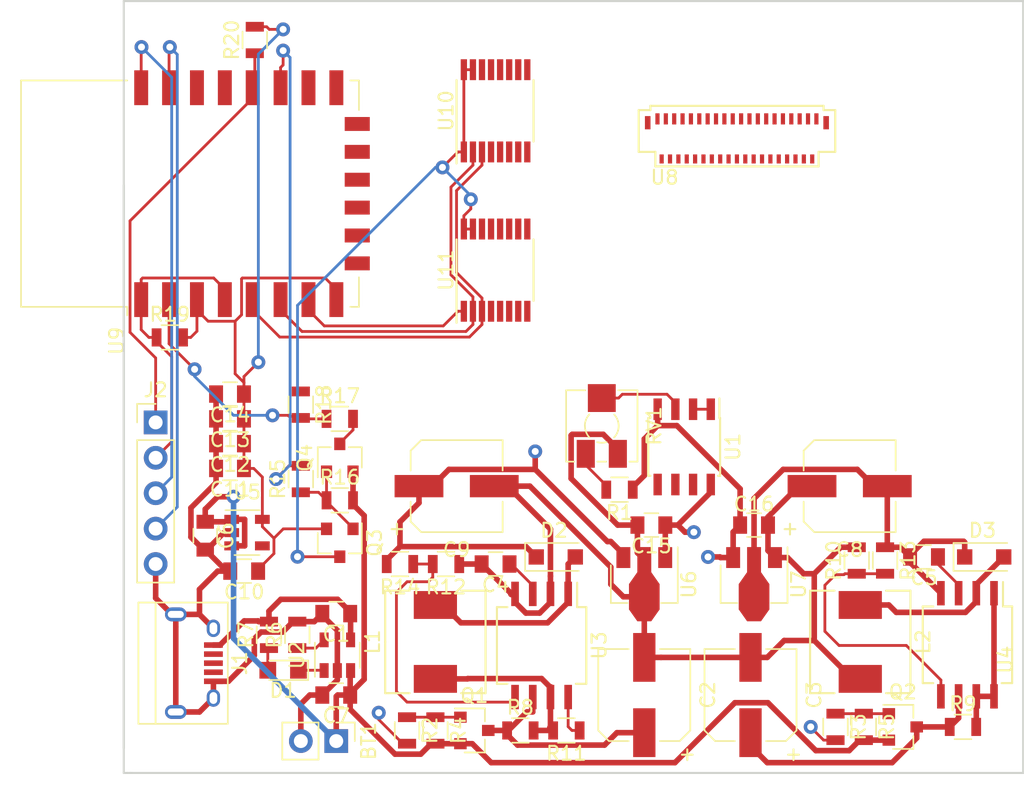
<source format=kicad_pcb>
(kicad_pcb (version 20171130) (host pcbnew 5.1.0)

  (general
    (thickness 1.6)
    (drawings 7)
    (tracks 445)
    (zones 0)
    (modules 60)
    (nets 73)
  )

  (page A4)
  (layers
    (0 F.Cu signal)
    (31 B.Cu signal)
    (32 B.Adhes user)
    (33 F.Adhes user)
    (34 B.Paste user)
    (35 F.Paste user)
    (36 B.SilkS user)
    (37 F.SilkS user)
    (38 B.Mask user)
    (39 F.Mask user)
    (40 Dwgs.User user)
    (41 Cmts.User user)
    (42 Eco1.User user)
    (43 Eco2.User user)
    (44 Edge.Cuts user)
    (45 Margin user)
    (46 B.CrtYd user)
    (47 F.CrtYd user)
    (48 B.Fab user)
    (49 F.Fab user)
  )

  (setup
    (last_trace_width 0.2)
    (trace_clearance 0.2)
    (zone_clearance 0.3)
    (zone_45_only yes)
    (trace_min 0.2)
    (via_size 0.8)
    (via_drill 0.4)
    (via_min_size 0.4)
    (via_min_drill 0.3)
    (user_via 1 0.5)
    (uvia_size 0.3)
    (uvia_drill 0.1)
    (uvias_allowed no)
    (uvia_min_size 0.2)
    (uvia_min_drill 0.1)
    (edge_width 0.15)
    (segment_width 0.2)
    (pcb_text_width 0.3)
    (pcb_text_size 1.5 1.5)
    (mod_edge_width 0.15)
    (mod_text_size 1 1)
    (mod_text_width 0.15)
    (pad_size 1.75 0.55)
    (pad_drill 0)
    (pad_to_mask_clearance 0.051)
    (solder_mask_min_width 0.25)
    (aux_axis_origin 0 0)
    (visible_elements FFFDFF7F)
    (pcbplotparams
      (layerselection 0x010fc_ffffffff)
      (usegerberextensions false)
      (usegerberattributes false)
      (usegerberadvancedattributes false)
      (creategerberjobfile false)
      (excludeedgelayer true)
      (linewidth 0.100000)
      (plotframeref false)
      (viasonmask false)
      (mode 1)
      (useauxorigin false)
      (hpglpennumber 1)
      (hpglpenspeed 20)
      (hpglpendiameter 15.000000)
      (psnegative false)
      (psa4output false)
      (plotreference true)
      (plotvalue true)
      (plotinvisibletext false)
      (padsonsilk false)
      (subtractmaskfromsilk false)
      (outputformat 4)
      (mirror false)
      (drillshape 0)
      (scaleselection 1)
      (outputdirectory ""))
  )

  (net 0 "")
  (net 1 GND)
  (net 2 +BATT)
  (net 3 "Net-(C1-Pad1)")
  (net 4 "Net-(C2-Pad1)")
  (net 5 "Net-(C3-Pad1)")
  (net 6 "Net-(C4-Pad1)")
  (net 7 -20V)
  (net 8 "Net-(C5-Pad1)")
  (net 9 +22V)
  (net 10 +3V3)
  (net 11 +15V)
  (net 12 -15V)
  (net 13 "Net-(D1-Pad1)")
  (net 14 "Net-(D1-Pad2)")
  (net 15 "Net-(D2-Pad2)")
  (net 16 "Net-(D3-Pad2)")
  (net 17 "Net-(J1-Pad4)")
  (net 18 "Net-(J1-Pad3)")
  (net 19 "Net-(J1-Pad2)")
  (net 20 "Net-(J2-Pad4)")
  (net 21 "Net-(J2-Pad3)")
  (net 22 ~RST)
  (net 23 "Net-(J2-Pad1)")
  (net 24 "Net-(L1-Pad1)")
  (net 25 "Net-(Q1-Pad1)")
  (net 26 "Net-(Q2-Pad1)")
  (net 27 "Net-(Q3-Pad1)")
  (net 28 EINK_VDD)
  (net 29 "Net-(Q4-Pad3)")
  (net 30 "Net-(R1-Pad2)")
  (net 31 POS_EN)
  (net 32 NEG_EN)
  (net 33 "Net-(R6-Pad1)")
  (net 34 "Net-(R9-Pad2)")
  (net 35 "Net-(R10-Pad1)")
  (net 36 "Net-(R11-Pad1)")
  (net 37 "Net-(R12-Pad2)")
  (net 38 EINK_EN)
  (net 39 "Net-(R17-Pad1)")
  (net 40 "Net-(RV1-Pad2)")
  (net 41 VCOM)
  (net 42 "Net-(U5-Pad4)")
  (net 43 CL)
  (net 44 LE)
  (net 45 OE)
  (net 46 SPH)
  (net 47 "Net-(U10-Pad4)")
  (net 48 "Net-(U10-Pad5)")
  (net 49 "Net-(U10-Pad6)")
  (net 50 "Net-(U10-Pad7)")
  (net 51 "Net-(U10-Pad14)")
  (net 52 "Net-(U10-Pad13)")
  (net 53 "Net-(U10-Pad12)")
  (net 54 "Net-(U10-Pad11)")
  (net 55 GMODE)
  (net 56 SPV)
  (net 57 CKV)
  (net 58 "Net-(U9-Pad16)")
  (net 59 "Net-(U9-Pad14)")
  (net 60 "Net-(U9-Pad13)")
  (net 61 "Net-(U9-Pad12)")
  (net 62 "Net-(U9-Pad11)")
  (net 63 "Net-(U9-Pad10)")
  (net 64 "Net-(U9-Pad9)")
  (net 65 D)
  (net 66 STR)
  (net 67 CLK)
  (net 68 "Net-(U10-Pad10)")
  (net 69 "Net-(U10-Pad9)")
  (net 70 "Net-(U11-Pad9)")
  (net 71 "Net-(U11-Pad10)")
  (net 72 "Net-(U11-Pad11)")

  (net_class Default "This is the default net class."
    (clearance 0.2)
    (trace_width 0.2)
    (via_dia 0.8)
    (via_drill 0.4)
    (uvia_dia 0.3)
    (uvia_drill 0.1)
    (add_net +3V3)
    (add_net CKV)
    (add_net CL)
    (add_net CLK)
    (add_net D)
    (add_net EINK_EN)
    (add_net EINK_VDD)
    (add_net GMODE)
    (add_net LE)
    (add_net NEG_EN)
    (add_net "Net-(C4-Pad1)")
    (add_net "Net-(C5-Pad1)")
    (add_net "Net-(D1-Pad1)")
    (add_net "Net-(D1-Pad2)")
    (add_net "Net-(J1-Pad2)")
    (add_net "Net-(J1-Pad3)")
    (add_net "Net-(J1-Pad4)")
    (add_net "Net-(J2-Pad1)")
    (add_net "Net-(J2-Pad3)")
    (add_net "Net-(J2-Pad4)")
    (add_net "Net-(Q1-Pad1)")
    (add_net "Net-(Q2-Pad1)")
    (add_net "Net-(Q3-Pad1)")
    (add_net "Net-(Q4-Pad3)")
    (add_net "Net-(R1-Pad2)")
    (add_net "Net-(R10-Pad1)")
    (add_net "Net-(R11-Pad1)")
    (add_net "Net-(R12-Pad2)")
    (add_net "Net-(R17-Pad1)")
    (add_net "Net-(R6-Pad1)")
    (add_net "Net-(RV1-Pad2)")
    (add_net "Net-(U10-Pad10)")
    (add_net "Net-(U10-Pad11)")
    (add_net "Net-(U10-Pad12)")
    (add_net "Net-(U10-Pad13)")
    (add_net "Net-(U10-Pad14)")
    (add_net "Net-(U10-Pad4)")
    (add_net "Net-(U10-Pad5)")
    (add_net "Net-(U10-Pad6)")
    (add_net "Net-(U10-Pad7)")
    (add_net "Net-(U10-Pad9)")
    (add_net "Net-(U11-Pad10)")
    (add_net "Net-(U11-Pad11)")
    (add_net "Net-(U11-Pad9)")
    (add_net "Net-(U5-Pad4)")
    (add_net "Net-(U9-Pad10)")
    (add_net "Net-(U9-Pad11)")
    (add_net "Net-(U9-Pad12)")
    (add_net "Net-(U9-Pad13)")
    (add_net "Net-(U9-Pad14)")
    (add_net "Net-(U9-Pad16)")
    (add_net "Net-(U9-Pad9)")
    (add_net OE)
    (add_net POS_EN)
    (add_net SPH)
    (add_net SPV)
    (add_net STR)
    (add_net VCOM)
    (add_net ~RST)
  )

  (net_class PWR ""
    (clearance 0.2)
    (trace_width 0.4)
    (via_dia 0.8)
    (via_drill 0.4)
    (uvia_dia 0.3)
    (uvia_drill 0.1)
    (add_net +15V)
    (add_net +22V)
    (add_net +BATT)
    (add_net -15V)
    (add_net -20V)
    (add_net GND)
    (add_net "Net-(C1-Pad1)")
    (add_net "Net-(C2-Pad1)")
    (add_net "Net-(C3-Pad1)")
    (add_net "Net-(D2-Pad2)")
    (add_net "Net-(D3-Pad2)")
    (add_net "Net-(L1-Pad1)")
    (add_net "Net-(R9-Pad2)")
  )

  (module Capacitors_SMD:CP_Elec_6.3x5.3 (layer F.Cu) (tedit 58AA8B2D) (tstamp 5CACE6A3)
    (at 171.196 101.6)
    (descr "SMT capacitor, aluminium electrolytic, 6.3x5.3")
    (path /5C8FF03B)
    (attr smd)
    (fp_text reference C8 (at 0 4.56) (layer F.SilkS)
      (effects (font (size 1 1) (thickness 0.15)))
    )
    (fp_text value 47u (at 0 -4.56) (layer F.Fab)
      (effects (font (size 1 1) (thickness 0.15)))
    )
    (fp_circle (center 0 0) (end 0.6 3) (layer F.Fab) (width 0.1))
    (fp_text user + (at -1.75 -0.08) (layer F.Fab)
      (effects (font (size 1 1) (thickness 0.15)))
    )
    (fp_text user + (at -4.28 3.01) (layer F.SilkS)
      (effects (font (size 1 1) (thickness 0.15)))
    )
    (fp_text user %R (at 0 4.56) (layer F.Fab)
      (effects (font (size 1 1) (thickness 0.15)))
    )
    (fp_line (start 3.15 3.15) (end 3.15 -3.15) (layer F.Fab) (width 0.1))
    (fp_line (start -2.48 3.15) (end 3.15 3.15) (layer F.Fab) (width 0.1))
    (fp_line (start -3.15 2.48) (end -2.48 3.15) (layer F.Fab) (width 0.1))
    (fp_line (start -3.15 -2.48) (end -3.15 2.48) (layer F.Fab) (width 0.1))
    (fp_line (start -2.48 -3.15) (end -3.15 -2.48) (layer F.Fab) (width 0.1))
    (fp_line (start 3.15 -3.15) (end -2.48 -3.15) (layer F.Fab) (width 0.1))
    (fp_line (start 3.3 3.3) (end 3.3 1.12) (layer F.SilkS) (width 0.12))
    (fp_line (start 3.3 -3.3) (end 3.3 -1.12) (layer F.SilkS) (width 0.12))
    (fp_line (start -3.3 2.54) (end -3.3 1.12) (layer F.SilkS) (width 0.12))
    (fp_line (start -3.3 -2.54) (end -3.3 -1.12) (layer F.SilkS) (width 0.12))
    (fp_line (start 3.3 3.3) (end -2.54 3.3) (layer F.SilkS) (width 0.12))
    (fp_line (start -2.54 3.3) (end -3.3 2.54) (layer F.SilkS) (width 0.12))
    (fp_line (start -3.3 -2.54) (end -2.54 -3.3) (layer F.SilkS) (width 0.12))
    (fp_line (start -2.54 -3.3) (end 3.3 -3.3) (layer F.SilkS) (width 0.12))
    (fp_line (start -4.7 -3.4) (end 4.7 -3.4) (layer F.CrtYd) (width 0.05))
    (fp_line (start -4.7 -3.4) (end -4.7 3.4) (layer F.CrtYd) (width 0.05))
    (fp_line (start 4.7 3.4) (end 4.7 -3.4) (layer F.CrtYd) (width 0.05))
    (fp_line (start 4.7 3.4) (end -4.7 3.4) (layer F.CrtYd) (width 0.05))
    (pad 1 smd rect (at -2.7 0 180) (size 3.5 1.6) (layers F.Cu F.Paste F.Mask)
      (net 1 GND))
    (pad 2 smd rect (at 2.7 0 180) (size 3.5 1.6) (layers F.Cu F.Paste F.Mask)
      (net 7 -20V))
    (model Capacitors_SMD.3dshapes/CP_Elec_6.3x5.3.wrl
      (at (xyz 0 0 0))
      (scale (xyz 1 1 1))
      (rotate (xyz 0 0 180))
    )
  )

  (module Capacitors_SMD:C_0805 (layer F.Cu) (tedit 58AA8463) (tstamp 5CA4B3A2)
    (at 127.762 107.696 180)
    (descr "Capacitor SMD 0805, reflow soldering, AVX (see smccp.pdf)")
    (tags "capacitor 0805")
    (path /5C9CE1D8)
    (attr smd)
    (fp_text reference C10 (at 0 -1.5 180) (layer F.SilkS)
      (effects (font (size 1 1) (thickness 0.15)))
    )
    (fp_text value 1u (at 0 1.75 180) (layer F.Fab)
      (effects (font (size 1 1) (thickness 0.15)))
    )
    (fp_line (start 1.75 0.87) (end -1.75 0.87) (layer F.CrtYd) (width 0.05))
    (fp_line (start 1.75 0.87) (end 1.75 -0.88) (layer F.CrtYd) (width 0.05))
    (fp_line (start -1.75 -0.88) (end -1.75 0.87) (layer F.CrtYd) (width 0.05))
    (fp_line (start -1.75 -0.88) (end 1.75 -0.88) (layer F.CrtYd) (width 0.05))
    (fp_line (start -0.5 0.85) (end 0.5 0.85) (layer F.SilkS) (width 0.12))
    (fp_line (start 0.5 -0.85) (end -0.5 -0.85) (layer F.SilkS) (width 0.12))
    (fp_line (start -1 -0.62) (end 1 -0.62) (layer F.Fab) (width 0.1))
    (fp_line (start 1 -0.62) (end 1 0.62) (layer F.Fab) (width 0.1))
    (fp_line (start 1 0.62) (end -1 0.62) (layer F.Fab) (width 0.1))
    (fp_line (start -1 0.62) (end -1 -0.62) (layer F.Fab) (width 0.1))
    (fp_text user %R (at 0 -1.5 180) (layer F.Fab)
      (effects (font (size 1 1) (thickness 0.15)))
    )
    (pad 2 smd rect (at 1 0 180) (size 1 1.25) (layers F.Cu F.Paste F.Mask)
      (net 1 GND))
    (pad 1 smd rect (at -1 0 180) (size 1 1.25) (layers F.Cu F.Paste F.Mask)
      (net 10 +3V3))
    (model Capacitors_SMD.3dshapes/C_0805.wrl
      (at (xyz 0 0 0))
      (scale (xyz 1 1 1))
      (rotate (xyz 0 0 0))
    )
  )

  (module TO_SOT_Packages_SMD:SOT-23-5 (layer F.Cu) (tedit 58CE4E7E) (tstamp 5CA591D0)
    (at 127.966 104.934)
    (descr "5-pin SOT23 package")
    (tags SOT-23-5)
    (path /5CA040A4)
    (attr smd)
    (fp_text reference U5 (at 0 -2.9) (layer F.SilkS)
      (effects (font (size 1 1) (thickness 0.15)))
    )
    (fp_text value MIC5504-3.3YM5 (at 0 2.9) (layer F.Fab)
      (effects (font (size 1 1) (thickness 0.15)))
    )
    (fp_text user %R (at 0 0 90) (layer F.Fab)
      (effects (font (size 0.5 0.5) (thickness 0.075)))
    )
    (fp_line (start -0.9 1.61) (end 0.9 1.61) (layer F.SilkS) (width 0.12))
    (fp_line (start 0.9 -1.61) (end -1.55 -1.61) (layer F.SilkS) (width 0.12))
    (fp_line (start -1.9 -1.8) (end 1.9 -1.8) (layer F.CrtYd) (width 0.05))
    (fp_line (start 1.9 -1.8) (end 1.9 1.8) (layer F.CrtYd) (width 0.05))
    (fp_line (start 1.9 1.8) (end -1.9 1.8) (layer F.CrtYd) (width 0.05))
    (fp_line (start -1.9 1.8) (end -1.9 -1.8) (layer F.CrtYd) (width 0.05))
    (fp_line (start -0.9 -0.9) (end -0.25 -1.55) (layer F.Fab) (width 0.1))
    (fp_line (start 0.9 -1.55) (end -0.25 -1.55) (layer F.Fab) (width 0.1))
    (fp_line (start -0.9 -0.9) (end -0.9 1.55) (layer F.Fab) (width 0.1))
    (fp_line (start 0.9 1.55) (end -0.9 1.55) (layer F.Fab) (width 0.1))
    (fp_line (start 0.9 -1.55) (end 0.9 1.55) (layer F.Fab) (width 0.1))
    (pad 1 smd rect (at -1.1 -0.95) (size 1.06 0.65) (layers F.Cu F.Paste F.Mask)
      (net 2 +BATT))
    (pad 2 smd rect (at -1.1 0) (size 1.06 0.65) (layers F.Cu F.Paste F.Mask)
      (net 1 GND))
    (pad 3 smd rect (at -1.1 0.95) (size 1.06 0.65) (layers F.Cu F.Paste F.Mask)
      (net 2 +BATT))
    (pad 4 smd rect (at 1.1 0.95) (size 1.06 0.65) (layers F.Cu F.Paste F.Mask)
      (net 42 "Net-(U5-Pad4)"))
    (pad 5 smd rect (at 1.1 -0.95) (size 1.06 0.65) (layers F.Cu F.Paste F.Mask)
      (net 10 +3V3))
    (model ${KISYS3DMOD}/TO_SOT_Packages_SMD.3dshapes/SOT-23-5.wrl
      (at (xyz 0 0 0))
      (scale (xyz 1 1 1))
      (rotate (xyz 0 0 0))
    )
  )

  (module Capacitors_SMD:C_0805 (layer F.Cu) (tedit 58AA8463) (tstamp 5CA4B348)
    (at 124.968 105.156 270)
    (descr "Capacitor SMD 0805, reflow soldering, AVX (see smccp.pdf)")
    (tags "capacitor 0805")
    (path /5C9CDD8F)
    (attr smd)
    (fp_text reference C6 (at 0 -1.5 270) (layer F.SilkS)
      (effects (font (size 1 1) (thickness 0.15)))
    )
    (fp_text value 1u (at 0 1.75 270) (layer F.Fab)
      (effects (font (size 1 1) (thickness 0.15)))
    )
    (fp_text user %R (at 0 -1.5 270) (layer F.Fab)
      (effects (font (size 1 1) (thickness 0.15)))
    )
    (fp_line (start -1 0.62) (end -1 -0.62) (layer F.Fab) (width 0.1))
    (fp_line (start 1 0.62) (end -1 0.62) (layer F.Fab) (width 0.1))
    (fp_line (start 1 -0.62) (end 1 0.62) (layer F.Fab) (width 0.1))
    (fp_line (start -1 -0.62) (end 1 -0.62) (layer F.Fab) (width 0.1))
    (fp_line (start 0.5 -0.85) (end -0.5 -0.85) (layer F.SilkS) (width 0.12))
    (fp_line (start -0.5 0.85) (end 0.5 0.85) (layer F.SilkS) (width 0.12))
    (fp_line (start -1.75 -0.88) (end 1.75 -0.88) (layer F.CrtYd) (width 0.05))
    (fp_line (start -1.75 -0.88) (end -1.75 0.87) (layer F.CrtYd) (width 0.05))
    (fp_line (start 1.75 0.87) (end 1.75 -0.88) (layer F.CrtYd) (width 0.05))
    (fp_line (start 1.75 0.87) (end -1.75 0.87) (layer F.CrtYd) (width 0.05))
    (pad 1 smd rect (at -1 0 270) (size 1 1.25) (layers F.Cu F.Paste F.Mask)
      (net 2 +BATT))
    (pad 2 smd rect (at 1 0 270) (size 1 1.25) (layers F.Cu F.Paste F.Mask)
      (net 1 GND))
    (model Capacitors_SMD.3dshapes/C_0805.wrl
      (at (xyz 0 0 0))
      (scale (xyz 1 1 1))
      (rotate (xyz 0 0 0))
    )
  )

  (module TO_SOT_Packages_SMD:SOT-89-3 (layer F.Cu) (tedit 591F0203) (tstamp 5CACE7FE)
    (at 156.464 108.204 270)
    (descr SOT-89-3)
    (tags SOT-89-3)
    (path /5C9058B0)
    (attr smd)
    (fp_text reference U6 (at 0.45 -3.2 270) (layer F.SilkS)
      (effects (font (size 1 1) (thickness 0.15)))
    )
    (fp_text value L78L15 (at 0.45 3.25 270) (layer F.Fab)
      (effects (font (size 1 1) (thickness 0.15)))
    )
    (fp_line (start -2.48 2.55) (end -2.48 -2.55) (layer F.CrtYd) (width 0.05))
    (fp_line (start -2.48 2.55) (end 3.23 2.55) (layer F.CrtYd) (width 0.05))
    (fp_line (start 3.23 -2.55) (end -2.48 -2.55) (layer F.CrtYd) (width 0.05))
    (fp_line (start 3.23 -2.55) (end 3.23 2.55) (layer F.CrtYd) (width 0.05))
    (fp_line (start -0.13 -2.3) (end 1.68 -2.3) (layer F.Fab) (width 0.1))
    (fp_line (start -0.92 2.3) (end -0.92 -1.51) (layer F.Fab) (width 0.1))
    (fp_line (start 1.68 2.3) (end -0.92 2.3) (layer F.Fab) (width 0.1))
    (fp_line (start 1.68 -2.3) (end 1.68 2.3) (layer F.Fab) (width 0.1))
    (fp_line (start -0.92 -1.51) (end -0.13 -2.3) (layer F.Fab) (width 0.1))
    (fp_line (start 1.78 -2.4) (end 1.78 -1.2) (layer F.SilkS) (width 0.12))
    (fp_line (start -2.22 -2.4) (end 1.78 -2.4) (layer F.SilkS) (width 0.12))
    (fp_line (start 1.78 2.4) (end -0.92 2.4) (layer F.SilkS) (width 0.12))
    (fp_line (start 1.78 1.2) (end 1.78 2.4) (layer F.SilkS) (width 0.12))
    (fp_text user %R (at 0.38 0) (layer F.Fab)
      (effects (font (size 0.6 0.6) (thickness 0.09)))
    )
    (pad 2 smd trapezoid (at -0.0762 0) (size 1.5 1) (rect_delta 0 0.7 ) (layers F.Cu F.Paste F.Mask)
      (net 1 GND))
    (pad 2 smd rect (at 1.3335 0 180) (size 2.2 1.84) (layers F.Cu F.Paste F.Mask)
      (net 1 GND))
    (pad 3 smd rect (at -1.48 1.5 180) (size 1 1.5) (layers F.Cu F.Paste F.Mask)
      (net 9 +22V))
    (pad 2 smd rect (at -1.3335 0 180) (size 1 1.8) (layers F.Cu F.Paste F.Mask)
      (net 1 GND))
    (pad 1 smd rect (at -1.48 -1.5 180) (size 1 1.5) (layers F.Cu F.Paste F.Mask)
      (net 11 +15V))
    (pad 2 smd trapezoid (at 2.667 0 180) (size 1.6 0.85) (rect_delta 0 0.6 ) (layers F.Cu F.Paste F.Mask)
      (net 1 GND))
    (model ${KISYS3DMOD}/TO_SOT_Packages_SMD.3dshapes/SOT-89-3.wrl
      (at (xyz 0 0 0))
      (scale (xyz 1 1 1))
      (rotate (xyz 0 0 0))
    )
  )

  (module Capacitors_SMD:C_0805 (layer F.Cu) (tedit 58AA8463) (tstamp 5CACE098)
    (at 156.972 104.394 180)
    (descr "Capacitor SMD 0805, reflow soldering, AVX (see smccp.pdf)")
    (tags "capacitor 0805")
    (path /5C908341)
    (attr smd)
    (fp_text reference C15 (at 0 -1.5 180) (layer F.SilkS)
      (effects (font (size 1 1) (thickness 0.15)))
    )
    (fp_text value 100n (at 0 1.75 180) (layer F.Fab)
      (effects (font (size 1 1) (thickness 0.15)))
    )
    (fp_line (start 1.75 0.87) (end -1.75 0.87) (layer F.CrtYd) (width 0.05))
    (fp_line (start 1.75 0.87) (end 1.75 -0.88) (layer F.CrtYd) (width 0.05))
    (fp_line (start -1.75 -0.88) (end -1.75 0.87) (layer F.CrtYd) (width 0.05))
    (fp_line (start -1.75 -0.88) (end 1.75 -0.88) (layer F.CrtYd) (width 0.05))
    (fp_line (start -0.5 0.85) (end 0.5 0.85) (layer F.SilkS) (width 0.12))
    (fp_line (start 0.5 -0.85) (end -0.5 -0.85) (layer F.SilkS) (width 0.12))
    (fp_line (start -1 -0.62) (end 1 -0.62) (layer F.Fab) (width 0.1))
    (fp_line (start 1 -0.62) (end 1 0.62) (layer F.Fab) (width 0.1))
    (fp_line (start 1 0.62) (end -1 0.62) (layer F.Fab) (width 0.1))
    (fp_line (start -1 0.62) (end -1 -0.62) (layer F.Fab) (width 0.1))
    (fp_text user %R (at 0 -1.5 180) (layer F.Fab)
      (effects (font (size 1 1) (thickness 0.15)))
    )
    (pad 2 smd rect (at 1 0 180) (size 1 1.25) (layers F.Cu F.Paste F.Mask)
      (net 1 GND))
    (pad 1 smd rect (at -1 0 180) (size 1 1.25) (layers F.Cu F.Paste F.Mask)
      (net 11 +15V))
    (model Capacitors_SMD.3dshapes/C_0805.wrl
      (at (xyz 0 0 0))
      (scale (xyz 1 1 1))
      (rotate (xyz 0 0 0))
    )
  )

  (module Housings_SOIC:SO-8_5.3x6.2mm_Pitch1.27mm (layer F.Cu) (tedit 59920130) (tstamp 5CACE329)
    (at 179.646 112.98 270)
    (descr "8-Lead Plastic Small Outline, 5.3x6.2mm Body (http://www.ti.com.cn/cn/lit/ds/symlink/tl7705a.pdf)")
    (tags "SOIC 1.27")
    (path /5C8FDD28)
    (attr smd)
    (fp_text reference U4 (at 1.066 -2.726 270) (layer F.SilkS)
      (effects (font (size 1 1) (thickness 0.15)))
    )
    (fp_text value MC34063 (at 0 4.13 270) (layer F.Fab)
      (effects (font (size 1 1) (thickness 0.15)))
    )
    (fp_text user %R (at 0 0 270) (layer F.Fab)
      (effects (font (size 1 1) (thickness 0.15)))
    )
    (fp_line (start -1.65 -3.1) (end 2.65 -3.1) (layer F.Fab) (width 0.15))
    (fp_line (start 2.65 -3.1) (end 2.65 3.1) (layer F.Fab) (width 0.15))
    (fp_line (start 2.65 3.1) (end -2.65 3.1) (layer F.Fab) (width 0.15))
    (fp_line (start -2.65 3.1) (end -2.65 -2.1) (layer F.Fab) (width 0.15))
    (fp_line (start -2.65 -2.1) (end -1.65 -3.1) (layer F.Fab) (width 0.15))
    (fp_line (start -4.83 -3.35) (end -4.83 3.35) (layer F.CrtYd) (width 0.05))
    (fp_line (start 4.83 -3.35) (end 4.83 3.35) (layer F.CrtYd) (width 0.05))
    (fp_line (start -4.83 -3.35) (end 4.83 -3.35) (layer F.CrtYd) (width 0.05))
    (fp_line (start -4.83 3.35) (end 4.83 3.35) (layer F.CrtYd) (width 0.05))
    (fp_line (start -2.75 -3.205) (end -2.75 -2.55) (layer F.SilkS) (width 0.15))
    (fp_line (start 2.75 -3.205) (end 2.75 -2.455) (layer F.SilkS) (width 0.15))
    (fp_line (start 2.75 3.205) (end 2.75 2.455) (layer F.SilkS) (width 0.15))
    (fp_line (start -2.75 3.205) (end -2.75 2.455) (layer F.SilkS) (width 0.15))
    (fp_line (start -2.75 -3.205) (end 2.75 -3.205) (layer F.SilkS) (width 0.15))
    (fp_line (start -2.75 3.205) (end 2.75 3.205) (layer F.SilkS) (width 0.15))
    (fp_line (start -2.75 -2.55) (end -4.5 -2.55) (layer F.SilkS) (width 0.15))
    (pad 1 smd rect (at -3.7 -1.905 270) (size 1.75 0.55) (layers F.Cu F.Paste F.Mask)
      (net 34 "Net-(R9-Pad2)"))
    (pad 2 smd rect (at -3.7 -0.635 270) (size 1.75 0.55) (layers F.Cu F.Paste F.Mask)
      (net 16 "Net-(D3-Pad2)"))
    (pad 3 smd rect (at -3.7 0.635 270) (size 1.75 0.55) (layers F.Cu F.Paste F.Mask)
      (net 8 "Net-(C5-Pad1)"))
    (pad 4 smd rect (at -3.7 1.905 270) (size 1.75 0.55) (layers F.Cu F.Paste F.Mask)
      (net 7 -20V))
    (pad 5 smd rect (at 3.7 1.905 270) (size 1.75 0.55) (layers F.Cu F.Paste F.Mask)
      (net 35 "Net-(R10-Pad1)"))
    (pad 6 smd rect (at 3.7 0.635 270) (size 1.75 0.55) (layers F.Cu F.Paste F.Mask)
      (net 5 "Net-(C3-Pad1)"))
    (pad 7 smd rect (at 3.7 -0.635 270) (size 1.75 0.55) (layers F.Cu F.Paste F.Mask)
      (net 34 "Net-(R9-Pad2)"))
    (pad 8 smd rect (at 3.7 -1.905 270) (size 1.75 0.55) (layers F.Cu F.Paste F.Mask)
      (net 34 "Net-(R9-Pad2)"))
    (model ${KISYS3DMOD}/Housings_SOIC.3dshapes/SO-8_5.3x6.2mm_Pitch1.27mm.wrl
      (at (xyz 0 0 0))
      (scale (xyz 1 1 1))
      (rotate (xyz 0 0 0))
    )
  )

  (module TO_SOT_Packages_SMD:SOT-23 (layer F.Cu) (tedit 58CE4E7E) (tstamp 5CACE060)
    (at 175.006 118.872)
    (descr "SOT-23, Standard")
    (tags SOT-23)
    (path /5C8FCEED)
    (attr smd)
    (fp_text reference Q2 (at 0 -2.5) (layer F.SilkS)
      (effects (font (size 1 1) (thickness 0.15)))
    )
    (fp_text value IRLML6402 (at 0 2.5) (layer F.Fab)
      (effects (font (size 1 1) (thickness 0.15)))
    )
    (fp_text user %R (at 0 0 90) (layer F.Fab)
      (effects (font (size 0.5 0.5) (thickness 0.075)))
    )
    (fp_line (start -0.7 -0.95) (end -0.7 1.5) (layer F.Fab) (width 0.1))
    (fp_line (start -0.15 -1.52) (end 0.7 -1.52) (layer F.Fab) (width 0.1))
    (fp_line (start -0.7 -0.95) (end -0.15 -1.52) (layer F.Fab) (width 0.1))
    (fp_line (start 0.7 -1.52) (end 0.7 1.52) (layer F.Fab) (width 0.1))
    (fp_line (start -0.7 1.52) (end 0.7 1.52) (layer F.Fab) (width 0.1))
    (fp_line (start 0.76 1.58) (end 0.76 0.65) (layer F.SilkS) (width 0.12))
    (fp_line (start 0.76 -1.58) (end 0.76 -0.65) (layer F.SilkS) (width 0.12))
    (fp_line (start -1.7 -1.75) (end 1.7 -1.75) (layer F.CrtYd) (width 0.05))
    (fp_line (start 1.7 -1.75) (end 1.7 1.75) (layer F.CrtYd) (width 0.05))
    (fp_line (start 1.7 1.75) (end -1.7 1.75) (layer F.CrtYd) (width 0.05))
    (fp_line (start -1.7 1.75) (end -1.7 -1.75) (layer F.CrtYd) (width 0.05))
    (fp_line (start 0.76 -1.58) (end -1.4 -1.58) (layer F.SilkS) (width 0.12))
    (fp_line (start 0.76 1.58) (end -0.7 1.58) (layer F.SilkS) (width 0.12))
    (pad 1 smd rect (at -1 -0.95) (size 0.9 0.8) (layers F.Cu F.Paste F.Mask)
      (net 26 "Net-(Q2-Pad1)"))
    (pad 2 smd rect (at -1 0.95) (size 0.9 0.8) (layers F.Cu F.Paste F.Mask)
      (net 2 +BATT))
    (pad 3 smd rect (at 1 0) (size 0.9 0.8) (layers F.Cu F.Paste F.Mask)
      (net 5 "Net-(C3-Pad1)"))
    (model ${KISYS3DMOD}/TO_SOT_Packages_SMD.3dshapes/SOT-23.wrl
      (at (xyz 0 0 0))
      (scale (xyz 1 1 1))
      (rotate (xyz 0 0 0))
    )
  )

  (module Diodes_SMD:D_SOD-123F (layer F.Cu) (tedit 587F7769) (tstamp 5CACE7B7)
    (at 180.848 106.68)
    (descr D_SOD-123F)
    (tags D_SOD-123F)
    (path /5C8FE657)
    (attr smd)
    (fp_text reference D3 (at -0.127 -1.905) (layer F.SilkS)
      (effects (font (size 1 1) (thickness 0.15)))
    )
    (fp_text value SS24 (at 0 2.1) (layer F.Fab)
      (effects (font (size 1 1) (thickness 0.15)))
    )
    (fp_text user %R (at -0.127 -1.905) (layer F.Fab)
      (effects (font (size 1 1) (thickness 0.15)))
    )
    (fp_line (start -2.2 -1) (end -2.2 1) (layer F.SilkS) (width 0.12))
    (fp_line (start 0.25 0) (end 0.75 0) (layer F.Fab) (width 0.1))
    (fp_line (start 0.25 0.4) (end -0.35 0) (layer F.Fab) (width 0.1))
    (fp_line (start 0.25 -0.4) (end 0.25 0.4) (layer F.Fab) (width 0.1))
    (fp_line (start -0.35 0) (end 0.25 -0.4) (layer F.Fab) (width 0.1))
    (fp_line (start -0.35 0) (end -0.35 0.55) (layer F.Fab) (width 0.1))
    (fp_line (start -0.35 0) (end -0.35 -0.55) (layer F.Fab) (width 0.1))
    (fp_line (start -0.75 0) (end -0.35 0) (layer F.Fab) (width 0.1))
    (fp_line (start -1.4 0.9) (end -1.4 -0.9) (layer F.Fab) (width 0.1))
    (fp_line (start 1.4 0.9) (end -1.4 0.9) (layer F.Fab) (width 0.1))
    (fp_line (start 1.4 -0.9) (end 1.4 0.9) (layer F.Fab) (width 0.1))
    (fp_line (start -1.4 -0.9) (end 1.4 -0.9) (layer F.Fab) (width 0.1))
    (fp_line (start -2.2 -1.15) (end 2.2 -1.15) (layer F.CrtYd) (width 0.05))
    (fp_line (start 2.2 -1.15) (end 2.2 1.15) (layer F.CrtYd) (width 0.05))
    (fp_line (start 2.2 1.15) (end -2.2 1.15) (layer F.CrtYd) (width 0.05))
    (fp_line (start -2.2 -1.15) (end -2.2 1.15) (layer F.CrtYd) (width 0.05))
    (fp_line (start -2.2 1) (end 1.65 1) (layer F.SilkS) (width 0.12))
    (fp_line (start -2.2 -1) (end 1.65 -1) (layer F.SilkS) (width 0.12))
    (pad 1 smd rect (at -1.4 0) (size 1.1 1.1) (layers F.Cu F.Paste F.Mask)
      (net 7 -20V))
    (pad 2 smd rect (at 1.4 0) (size 1.1 1.1) (layers F.Cu F.Paste F.Mask)
      (net 16 "Net-(D3-Pad2)"))
    (model ${KISYS3DMOD}/Diodes_SMD.3dshapes/D_SOD-123F.wrl
      (at (xyz 0 0 0))
      (scale (xyz 1 1 1))
      (rotate (xyz 0 0 0))
    )
  )

  (module Pin_Headers:Pin_Header_Straight_1x02_Pitch2.54mm locked (layer F.Cu) (tedit 59650532) (tstamp 5CA4B2CC)
    (at 134.366 119.888 270)
    (descr "Through hole straight pin header, 1x02, 2.54mm pitch, single row")
    (tags "Through hole pin header THT 1x02 2.54mm single row")
    (path /5C9E6ED5)
    (fp_text reference BT1 (at 0 -2.33 270) (layer F.SilkS)
      (effects (font (size 1 1) (thickness 0.15)))
    )
    (fp_text value Battery_Cell (at 0 4.87 270) (layer F.Fab)
      (effects (font (size 1 1) (thickness 0.15)))
    )
    (fp_text user %R (at 0 1.27) (layer F.Fab)
      (effects (font (size 1 1) (thickness 0.15)))
    )
    (fp_line (start 1.8 -1.8) (end -1.8 -1.8) (layer F.CrtYd) (width 0.05))
    (fp_line (start 1.8 4.35) (end 1.8 -1.8) (layer F.CrtYd) (width 0.05))
    (fp_line (start -1.8 4.35) (end 1.8 4.35) (layer F.CrtYd) (width 0.05))
    (fp_line (start -1.8 -1.8) (end -1.8 4.35) (layer F.CrtYd) (width 0.05))
    (fp_line (start -1.33 -1.33) (end 0 -1.33) (layer F.SilkS) (width 0.12))
    (fp_line (start -1.33 0) (end -1.33 -1.33) (layer F.SilkS) (width 0.12))
    (fp_line (start -1.33 1.27) (end 1.33 1.27) (layer F.SilkS) (width 0.12))
    (fp_line (start 1.33 1.27) (end 1.33 3.87) (layer F.SilkS) (width 0.12))
    (fp_line (start -1.33 1.27) (end -1.33 3.87) (layer F.SilkS) (width 0.12))
    (fp_line (start -1.33 3.87) (end 1.33 3.87) (layer F.SilkS) (width 0.12))
    (fp_line (start -1.27 -0.635) (end -0.635 -1.27) (layer F.Fab) (width 0.1))
    (fp_line (start -1.27 3.81) (end -1.27 -0.635) (layer F.Fab) (width 0.1))
    (fp_line (start 1.27 3.81) (end -1.27 3.81) (layer F.Fab) (width 0.1))
    (fp_line (start 1.27 -1.27) (end 1.27 3.81) (layer F.Fab) (width 0.1))
    (fp_line (start -0.635 -1.27) (end 1.27 -1.27) (layer F.Fab) (width 0.1))
    (pad 2 thru_hole oval (at 0 2.54 270) (size 1.7 1.7) (drill 1) (layers *.Cu *.Mask)
      (net 1 GND))
    (pad 1 thru_hole rect (at 0 0 270) (size 1.7 1.7) (drill 1) (layers *.Cu *.Mask)
      (net 2 +BATT))
    (model ${KISYS3DMOD}/Pin_Headers.3dshapes/Pin_Header_Straight_1x02_Pitch2.54mm.wrl
      (at (xyz 0 0 0))
      (scale (xyz 1 1 1))
      (rotate (xyz 0 0 0))
    )
  )

  (module Capacitors_SMD:C_0805 locked (layer F.Cu) (tedit 58AA8463) (tstamp 5CA4B2DD)
    (at 134.366 110.744 180)
    (descr "Capacitor SMD 0805, reflow soldering, AVX (see smccp.pdf)")
    (tags "capacitor 0805")
    (path /5CA4D164)
    (attr smd)
    (fp_text reference C1 (at 0 -1.5 180) (layer F.SilkS)
      (effects (font (size 1 1) (thickness 0.15)))
    )
    (fp_text value 4.7u (at 0 1.75 180) (layer F.Fab)
      (effects (font (size 1 1) (thickness 0.15)))
    )
    (fp_text user %R (at 0 -1.5 180) (layer F.Fab)
      (effects (font (size 1 1) (thickness 0.15)))
    )
    (fp_line (start -1 0.62) (end -1 -0.62) (layer F.Fab) (width 0.1))
    (fp_line (start 1 0.62) (end -1 0.62) (layer F.Fab) (width 0.1))
    (fp_line (start 1 -0.62) (end 1 0.62) (layer F.Fab) (width 0.1))
    (fp_line (start -1 -0.62) (end 1 -0.62) (layer F.Fab) (width 0.1))
    (fp_line (start 0.5 -0.85) (end -0.5 -0.85) (layer F.SilkS) (width 0.12))
    (fp_line (start -0.5 0.85) (end 0.5 0.85) (layer F.SilkS) (width 0.12))
    (fp_line (start -1.75 -0.88) (end 1.75 -0.88) (layer F.CrtYd) (width 0.05))
    (fp_line (start -1.75 -0.88) (end -1.75 0.87) (layer F.CrtYd) (width 0.05))
    (fp_line (start 1.75 0.87) (end 1.75 -0.88) (layer F.CrtYd) (width 0.05))
    (fp_line (start 1.75 0.87) (end -1.75 0.87) (layer F.CrtYd) (width 0.05))
    (pad 1 smd rect (at -1 0 180) (size 1 1.25) (layers F.Cu F.Paste F.Mask)
      (net 3 "Net-(C1-Pad1)"))
    (pad 2 smd rect (at 1 0 180) (size 1 1.25) (layers F.Cu F.Paste F.Mask)
      (net 1 GND))
    (model Capacitors_SMD.3dshapes/C_0805.wrl
      (at (xyz 0 0 0))
      (scale (xyz 1 1 1))
      (rotate (xyz 0 0 0))
    )
  )

  (module Capacitors_SMD:CP_Elec_6.3x5.3 (layer F.Cu) (tedit 58AA8B2D) (tstamp 5CACE868)
    (at 156.464 116.586 90)
    (descr "SMT capacitor, aluminium electrolytic, 6.3x5.3")
    (path /5C8FEFB1)
    (attr smd)
    (fp_text reference C2 (at 0 4.56 90) (layer F.SilkS)
      (effects (font (size 1 1) (thickness 0.15)))
    )
    (fp_text value 47u (at 0 -4.56 90) (layer F.Fab)
      (effects (font (size 1 1) (thickness 0.15)))
    )
    (fp_line (start 4.7 3.4) (end -4.7 3.4) (layer F.CrtYd) (width 0.05))
    (fp_line (start 4.7 3.4) (end 4.7 -3.4) (layer F.CrtYd) (width 0.05))
    (fp_line (start -4.7 -3.4) (end -4.7 3.4) (layer F.CrtYd) (width 0.05))
    (fp_line (start -4.7 -3.4) (end 4.7 -3.4) (layer F.CrtYd) (width 0.05))
    (fp_line (start -2.54 -3.3) (end 3.3 -3.3) (layer F.SilkS) (width 0.12))
    (fp_line (start -3.3 -2.54) (end -2.54 -3.3) (layer F.SilkS) (width 0.12))
    (fp_line (start -2.54 3.3) (end -3.3 2.54) (layer F.SilkS) (width 0.12))
    (fp_line (start 3.3 3.3) (end -2.54 3.3) (layer F.SilkS) (width 0.12))
    (fp_line (start -3.3 -2.54) (end -3.3 -1.12) (layer F.SilkS) (width 0.12))
    (fp_line (start -3.3 2.54) (end -3.3 1.12) (layer F.SilkS) (width 0.12))
    (fp_line (start 3.3 -3.3) (end 3.3 -1.12) (layer F.SilkS) (width 0.12))
    (fp_line (start 3.3 3.3) (end 3.3 1.12) (layer F.SilkS) (width 0.12))
    (fp_line (start 3.15 -3.15) (end -2.48 -3.15) (layer F.Fab) (width 0.1))
    (fp_line (start -2.48 -3.15) (end -3.15 -2.48) (layer F.Fab) (width 0.1))
    (fp_line (start -3.15 -2.48) (end -3.15 2.48) (layer F.Fab) (width 0.1))
    (fp_line (start -3.15 2.48) (end -2.48 3.15) (layer F.Fab) (width 0.1))
    (fp_line (start -2.48 3.15) (end 3.15 3.15) (layer F.Fab) (width 0.1))
    (fp_line (start 3.15 3.15) (end 3.15 -3.15) (layer F.Fab) (width 0.1))
    (fp_text user %R (at 0 4.56 90) (layer F.Fab)
      (effects (font (size 1 1) (thickness 0.15)))
    )
    (fp_text user + (at -4.28 3.01 90) (layer F.SilkS)
      (effects (font (size 1 1) (thickness 0.15)))
    )
    (fp_text user + (at -1.75 -0.08 90) (layer F.Fab)
      (effects (font (size 1 1) (thickness 0.15)))
    )
    (fp_circle (center 0 0) (end 0.6 3) (layer F.Fab) (width 0.1))
    (pad 2 smd rect (at 2.7 0 270) (size 3.5 1.6) (layers F.Cu F.Paste F.Mask)
      (net 1 GND))
    (pad 1 smd rect (at -2.7 0 270) (size 3.5 1.6) (layers F.Cu F.Paste F.Mask)
      (net 4 "Net-(C2-Pad1)"))
    (model Capacitors_SMD.3dshapes/CP_Elec_6.3x5.3.wrl
      (at (xyz 0 0 0))
      (scale (xyz 1 1 1))
      (rotate (xyz 0 0 180))
    )
  )

  (module Capacitors_SMD:CP_Elec_6.3x5.3 (layer F.Cu) (tedit 58AA8B2D) (tstamp 5CACE8B9)
    (at 164.084 116.586 90)
    (descr "SMT capacitor, aluminium electrolytic, 6.3x5.3")
    (path /5C8FF0C3)
    (attr smd)
    (fp_text reference C3 (at 0 4.56 90) (layer F.SilkS)
      (effects (font (size 1 1) (thickness 0.15)))
    )
    (fp_text value 47u (at 0 -4.56 90) (layer F.Fab)
      (effects (font (size 1 1) (thickness 0.15)))
    )
    (fp_line (start 4.7 3.4) (end -4.7 3.4) (layer F.CrtYd) (width 0.05))
    (fp_line (start 4.7 3.4) (end 4.7 -3.4) (layer F.CrtYd) (width 0.05))
    (fp_line (start -4.7 -3.4) (end -4.7 3.4) (layer F.CrtYd) (width 0.05))
    (fp_line (start -4.7 -3.4) (end 4.7 -3.4) (layer F.CrtYd) (width 0.05))
    (fp_line (start -2.54 -3.3) (end 3.3 -3.3) (layer F.SilkS) (width 0.12))
    (fp_line (start -3.3 -2.54) (end -2.54 -3.3) (layer F.SilkS) (width 0.12))
    (fp_line (start -2.54 3.3) (end -3.3 2.54) (layer F.SilkS) (width 0.12))
    (fp_line (start 3.3 3.3) (end -2.54 3.3) (layer F.SilkS) (width 0.12))
    (fp_line (start -3.3 -2.54) (end -3.3 -1.12) (layer F.SilkS) (width 0.12))
    (fp_line (start -3.3 2.54) (end -3.3 1.12) (layer F.SilkS) (width 0.12))
    (fp_line (start 3.3 -3.3) (end 3.3 -1.12) (layer F.SilkS) (width 0.12))
    (fp_line (start 3.3 3.3) (end 3.3 1.12) (layer F.SilkS) (width 0.12))
    (fp_line (start 3.15 -3.15) (end -2.48 -3.15) (layer F.Fab) (width 0.1))
    (fp_line (start -2.48 -3.15) (end -3.15 -2.48) (layer F.Fab) (width 0.1))
    (fp_line (start -3.15 -2.48) (end -3.15 2.48) (layer F.Fab) (width 0.1))
    (fp_line (start -3.15 2.48) (end -2.48 3.15) (layer F.Fab) (width 0.1))
    (fp_line (start -2.48 3.15) (end 3.15 3.15) (layer F.Fab) (width 0.1))
    (fp_line (start 3.15 3.15) (end 3.15 -3.15) (layer F.Fab) (width 0.1))
    (fp_text user %R (at 0 4.56 90) (layer F.Fab)
      (effects (font (size 1 1) (thickness 0.15)))
    )
    (fp_text user + (at -4.28 3.01 90) (layer F.SilkS)
      (effects (font (size 1 1) (thickness 0.15)))
    )
    (fp_text user + (at -1.75 -0.08 90) (layer F.Fab)
      (effects (font (size 1 1) (thickness 0.15)))
    )
    (fp_circle (center 0 0) (end 0.6 3) (layer F.Fab) (width 0.1))
    (pad 2 smd rect (at 2.7 0 270) (size 3.5 1.6) (layers F.Cu F.Paste F.Mask)
      (net 1 GND))
    (pad 1 smd rect (at -2.7 0 270) (size 3.5 1.6) (layers F.Cu F.Paste F.Mask)
      (net 5 "Net-(C3-Pad1)"))
    (model Capacitors_SMD.3dshapes/CP_Elec_6.3x5.3.wrl
      (at (xyz 0 0 0))
      (scale (xyz 1 1 1))
      (rotate (xyz 0 0 180))
    )
  )

  (module Capacitors_SMD:C_0805 (layer F.Cu) (tedit 58AA8463) (tstamp 5CACE668)
    (at 145.796 107.188 180)
    (descr "Capacitor SMD 0805, reflow soldering, AVX (see smccp.pdf)")
    (tags "capacitor 0805")
    (path /5C8FF1F5)
    (attr smd)
    (fp_text reference C4 (at 0 -1.5 180) (layer F.SilkS)
      (effects (font (size 1 1) (thickness 0.15)))
    )
    (fp_text value 680p (at 0 1.75 180) (layer F.Fab)
      (effects (font (size 1 1) (thickness 0.15)))
    )
    (fp_text user %R (at 0 -1.5 180) (layer F.Fab)
      (effects (font (size 1 1) (thickness 0.15)))
    )
    (fp_line (start -1 0.62) (end -1 -0.62) (layer F.Fab) (width 0.1))
    (fp_line (start 1 0.62) (end -1 0.62) (layer F.Fab) (width 0.1))
    (fp_line (start 1 -0.62) (end 1 0.62) (layer F.Fab) (width 0.1))
    (fp_line (start -1 -0.62) (end 1 -0.62) (layer F.Fab) (width 0.1))
    (fp_line (start 0.5 -0.85) (end -0.5 -0.85) (layer F.SilkS) (width 0.12))
    (fp_line (start -0.5 0.85) (end 0.5 0.85) (layer F.SilkS) (width 0.12))
    (fp_line (start -1.75 -0.88) (end 1.75 -0.88) (layer F.CrtYd) (width 0.05))
    (fp_line (start -1.75 -0.88) (end -1.75 0.87) (layer F.CrtYd) (width 0.05))
    (fp_line (start 1.75 0.87) (end 1.75 -0.88) (layer F.CrtYd) (width 0.05))
    (fp_line (start 1.75 0.87) (end -1.75 0.87) (layer F.CrtYd) (width 0.05))
    (pad 1 smd rect (at -1 0 180) (size 1 1.25) (layers F.Cu F.Paste F.Mask)
      (net 6 "Net-(C4-Pad1)"))
    (pad 2 smd rect (at 1 0 180) (size 1 1.25) (layers F.Cu F.Paste F.Mask)
      (net 1 GND))
    (model Capacitors_SMD.3dshapes/C_0805.wrl
      (at (xyz 0 0 0))
      (scale (xyz 1 1 1))
      (rotate (xyz 0 0 0))
    )
  )

  (module Capacitors_SMD:C_0805 (layer F.Cu) (tedit 58AA8463) (tstamp 5CACE6E9)
    (at 176.53 106.68 180)
    (descr "Capacitor SMD 0805, reflow soldering, AVX (see smccp.pdf)")
    (tags "capacitor 0805")
    (path /5C8FF6ED)
    (attr smd)
    (fp_text reference C5 (at 0 -1.5 180) (layer F.SilkS)
      (effects (font (size 1 1) (thickness 0.15)))
    )
    (fp_text value 680p (at 0 1.75 180) (layer F.Fab)
      (effects (font (size 1 1) (thickness 0.15)))
    )
    (fp_line (start 1.75 0.87) (end -1.75 0.87) (layer F.CrtYd) (width 0.05))
    (fp_line (start 1.75 0.87) (end 1.75 -0.88) (layer F.CrtYd) (width 0.05))
    (fp_line (start -1.75 -0.88) (end -1.75 0.87) (layer F.CrtYd) (width 0.05))
    (fp_line (start -1.75 -0.88) (end 1.75 -0.88) (layer F.CrtYd) (width 0.05))
    (fp_line (start -0.5 0.85) (end 0.5 0.85) (layer F.SilkS) (width 0.12))
    (fp_line (start 0.5 -0.85) (end -0.5 -0.85) (layer F.SilkS) (width 0.12))
    (fp_line (start -1 -0.62) (end 1 -0.62) (layer F.Fab) (width 0.1))
    (fp_line (start 1 -0.62) (end 1 0.62) (layer F.Fab) (width 0.1))
    (fp_line (start 1 0.62) (end -1 0.62) (layer F.Fab) (width 0.1))
    (fp_line (start -1 0.62) (end -1 -0.62) (layer F.Fab) (width 0.1))
    (fp_text user %R (at 0 -1.5 180) (layer F.Fab)
      (effects (font (size 1 1) (thickness 0.15)))
    )
    (pad 2 smd rect (at 1 0 180) (size 1 1.25) (layers F.Cu F.Paste F.Mask)
      (net 7 -20V))
    (pad 1 smd rect (at -1 0 180) (size 1 1.25) (layers F.Cu F.Paste F.Mask)
      (net 8 "Net-(C5-Pad1)"))
    (model Capacitors_SMD.3dshapes/C_0805.wrl
      (at (xyz 0 0 0))
      (scale (xyz 1 1 1))
      (rotate (xyz 0 0 0))
    )
  )

  (module Capacitors_SMD:C_0805 locked (layer F.Cu) (tedit 58AA8463) (tstamp 5CA4B359)
    (at 134.366 116.586 180)
    (descr "Capacitor SMD 0805, reflow soldering, AVX (see smccp.pdf)")
    (tags "capacitor 0805")
    (path /5CA4D0CE)
    (attr smd)
    (fp_text reference C7 (at 0 -1.5 180) (layer F.SilkS)
      (effects (font (size 1 1) (thickness 0.15)))
    )
    (fp_text value 4.7u (at 0 1.75 180) (layer F.Fab)
      (effects (font (size 1 1) (thickness 0.15)))
    )
    (fp_line (start 1.75 0.87) (end -1.75 0.87) (layer F.CrtYd) (width 0.05))
    (fp_line (start 1.75 0.87) (end 1.75 -0.88) (layer F.CrtYd) (width 0.05))
    (fp_line (start -1.75 -0.88) (end -1.75 0.87) (layer F.CrtYd) (width 0.05))
    (fp_line (start -1.75 -0.88) (end 1.75 -0.88) (layer F.CrtYd) (width 0.05))
    (fp_line (start -0.5 0.85) (end 0.5 0.85) (layer F.SilkS) (width 0.12))
    (fp_line (start 0.5 -0.85) (end -0.5 -0.85) (layer F.SilkS) (width 0.12))
    (fp_line (start -1 -0.62) (end 1 -0.62) (layer F.Fab) (width 0.1))
    (fp_line (start 1 -0.62) (end 1 0.62) (layer F.Fab) (width 0.1))
    (fp_line (start 1 0.62) (end -1 0.62) (layer F.Fab) (width 0.1))
    (fp_line (start -1 0.62) (end -1 -0.62) (layer F.Fab) (width 0.1))
    (fp_text user %R (at 0 -1.5 180) (layer F.Fab)
      (effects (font (size 1 1) (thickness 0.15)))
    )
    (pad 2 smd rect (at 1 0 180) (size 1 1.25) (layers F.Cu F.Paste F.Mask)
      (net 1 GND))
    (pad 1 smd rect (at -1 0 180) (size 1 1.25) (layers F.Cu F.Paste F.Mask)
      (net 2 +BATT))
    (model Capacitors_SMD.3dshapes/C_0805.wrl
      (at (xyz 0 0 0))
      (scale (xyz 1 1 1))
      (rotate (xyz 0 0 0))
    )
  )

  (module Capacitors_SMD:CP_Elec_6.3x5.3 (layer F.Cu) (tedit 58AA8B2D) (tstamp 5CACE769)
    (at 143.002 101.6)
    (descr "SMT capacitor, aluminium electrolytic, 6.3x5.3")
    (path /5C8FEEEB)
    (attr smd)
    (fp_text reference C9 (at 0 4.56) (layer F.SilkS)
      (effects (font (size 1 1) (thickness 0.15)))
    )
    (fp_text value 47u (at 0 -4.56) (layer F.Fab)
      (effects (font (size 1 1) (thickness 0.15)))
    )
    (fp_circle (center 0 0) (end 0.6 3) (layer F.Fab) (width 0.1))
    (fp_text user + (at -1.75 -0.08) (layer F.Fab)
      (effects (font (size 1 1) (thickness 0.15)))
    )
    (fp_text user + (at -4.28 3.01) (layer F.SilkS)
      (effects (font (size 1 1) (thickness 0.15)))
    )
    (fp_text user %R (at 0 4.56) (layer F.Fab)
      (effects (font (size 1 1) (thickness 0.15)))
    )
    (fp_line (start 3.15 3.15) (end 3.15 -3.15) (layer F.Fab) (width 0.1))
    (fp_line (start -2.48 3.15) (end 3.15 3.15) (layer F.Fab) (width 0.1))
    (fp_line (start -3.15 2.48) (end -2.48 3.15) (layer F.Fab) (width 0.1))
    (fp_line (start -3.15 -2.48) (end -3.15 2.48) (layer F.Fab) (width 0.1))
    (fp_line (start -2.48 -3.15) (end -3.15 -2.48) (layer F.Fab) (width 0.1))
    (fp_line (start 3.15 -3.15) (end -2.48 -3.15) (layer F.Fab) (width 0.1))
    (fp_line (start 3.3 3.3) (end 3.3 1.12) (layer F.SilkS) (width 0.12))
    (fp_line (start 3.3 -3.3) (end 3.3 -1.12) (layer F.SilkS) (width 0.12))
    (fp_line (start -3.3 2.54) (end -3.3 1.12) (layer F.SilkS) (width 0.12))
    (fp_line (start -3.3 -2.54) (end -3.3 -1.12) (layer F.SilkS) (width 0.12))
    (fp_line (start 3.3 3.3) (end -2.54 3.3) (layer F.SilkS) (width 0.12))
    (fp_line (start -2.54 3.3) (end -3.3 2.54) (layer F.SilkS) (width 0.12))
    (fp_line (start -3.3 -2.54) (end -2.54 -3.3) (layer F.SilkS) (width 0.12))
    (fp_line (start -2.54 -3.3) (end 3.3 -3.3) (layer F.SilkS) (width 0.12))
    (fp_line (start -4.7 -3.4) (end 4.7 -3.4) (layer F.CrtYd) (width 0.05))
    (fp_line (start -4.7 -3.4) (end -4.7 3.4) (layer F.CrtYd) (width 0.05))
    (fp_line (start 4.7 3.4) (end 4.7 -3.4) (layer F.CrtYd) (width 0.05))
    (fp_line (start 4.7 3.4) (end -4.7 3.4) (layer F.CrtYd) (width 0.05))
    (pad 1 smd rect (at -2.7 0 180) (size 3.5 1.6) (layers F.Cu F.Paste F.Mask)
      (net 9 +22V))
    (pad 2 smd rect (at 2.7 0 180) (size 3.5 1.6) (layers F.Cu F.Paste F.Mask)
      (net 1 GND))
    (model Capacitors_SMD.3dshapes/CP_Elec_6.3x5.3.wrl
      (at (xyz 0 0 0))
      (scale (xyz 1 1 1))
      (rotate (xyz 0 0 180))
    )
  )

  (module Capacitors_SMD:C_0805 (layer F.Cu) (tedit 58AA8463) (tstamp 5CAD43BB)
    (at 126.746 100.33 180)
    (descr "Capacitor SMD 0805, reflow soldering, AVX (see smccp.pdf)")
    (tags "capacitor 0805")
    (path /5CA06357)
    (attr smd)
    (fp_text reference C11 (at 0 -1.5 180) (layer F.SilkS)
      (effects (font (size 1 1) (thickness 0.15)))
    )
    (fp_text value 100n (at 0 1.75 180) (layer F.Fab)
      (effects (font (size 1 1) (thickness 0.15)))
    )
    (fp_line (start 1.75 0.87) (end -1.75 0.87) (layer F.CrtYd) (width 0.05))
    (fp_line (start 1.75 0.87) (end 1.75 -0.88) (layer F.CrtYd) (width 0.05))
    (fp_line (start -1.75 -0.88) (end -1.75 0.87) (layer F.CrtYd) (width 0.05))
    (fp_line (start -1.75 -0.88) (end 1.75 -0.88) (layer F.CrtYd) (width 0.05))
    (fp_line (start -0.5 0.85) (end 0.5 0.85) (layer F.SilkS) (width 0.12))
    (fp_line (start 0.5 -0.85) (end -0.5 -0.85) (layer F.SilkS) (width 0.12))
    (fp_line (start -1 -0.62) (end 1 -0.62) (layer F.Fab) (width 0.1))
    (fp_line (start 1 -0.62) (end 1 0.62) (layer F.Fab) (width 0.1))
    (fp_line (start 1 0.62) (end -1 0.62) (layer F.Fab) (width 0.1))
    (fp_line (start -1 0.62) (end -1 -0.62) (layer F.Fab) (width 0.1))
    (fp_text user %R (at 0 -1.5 180) (layer F.Fab)
      (effects (font (size 1 1) (thickness 0.15)))
    )
    (pad 2 smd rect (at 1 0 180) (size 1 1.25) (layers F.Cu F.Paste F.Mask)
      (net 1 GND))
    (pad 1 smd rect (at -1 0 180) (size 1 1.25) (layers F.Cu F.Paste F.Mask)
      (net 10 +3V3))
    (model Capacitors_SMD.3dshapes/C_0805.wrl
      (at (xyz 0 0 0))
      (scale (xyz 1 1 1))
      (rotate (xyz 0 0 0))
    )
  )

  (module Capacitors_SMD:C_0805 (layer F.Cu) (tedit 58AA8463) (tstamp 5CAD43EB)
    (at 126.746 98.552 180)
    (descr "Capacitor SMD 0805, reflow soldering, AVX (see smccp.pdf)")
    (tags "capacitor 0805")
    (path /5CA0677B)
    (attr smd)
    (fp_text reference C12 (at 0 -1.5 180) (layer F.SilkS)
      (effects (font (size 1 1) (thickness 0.15)))
    )
    (fp_text value 100n (at 0 1.75 180) (layer F.Fab)
      (effects (font (size 1 1) (thickness 0.15)))
    )
    (fp_text user %R (at 0 -1.5 180) (layer F.Fab)
      (effects (font (size 1 1) (thickness 0.15)))
    )
    (fp_line (start -1 0.62) (end -1 -0.62) (layer F.Fab) (width 0.1))
    (fp_line (start 1 0.62) (end -1 0.62) (layer F.Fab) (width 0.1))
    (fp_line (start 1 -0.62) (end 1 0.62) (layer F.Fab) (width 0.1))
    (fp_line (start -1 -0.62) (end 1 -0.62) (layer F.Fab) (width 0.1))
    (fp_line (start 0.5 -0.85) (end -0.5 -0.85) (layer F.SilkS) (width 0.12))
    (fp_line (start -0.5 0.85) (end 0.5 0.85) (layer F.SilkS) (width 0.12))
    (fp_line (start -1.75 -0.88) (end 1.75 -0.88) (layer F.CrtYd) (width 0.05))
    (fp_line (start -1.75 -0.88) (end -1.75 0.87) (layer F.CrtYd) (width 0.05))
    (fp_line (start 1.75 0.87) (end 1.75 -0.88) (layer F.CrtYd) (width 0.05))
    (fp_line (start 1.75 0.87) (end -1.75 0.87) (layer F.CrtYd) (width 0.05))
    (pad 1 smd rect (at -1 0 180) (size 1 1.25) (layers F.Cu F.Paste F.Mask)
      (net 10 +3V3))
    (pad 2 smd rect (at 1 0 180) (size 1 1.25) (layers F.Cu F.Paste F.Mask)
      (net 1 GND))
    (model Capacitors_SMD.3dshapes/C_0805.wrl
      (at (xyz 0 0 0))
      (scale (xyz 1 1 1))
      (rotate (xyz 0 0 0))
    )
  )

  (module Capacitors_SMD:C_0805 (layer F.Cu) (tedit 58AA8463) (tstamp 5CAD444B)
    (at 126.746 96.774 180)
    (descr "Capacitor SMD 0805, reflow soldering, AVX (see smccp.pdf)")
    (tags "capacitor 0805")
    (path /5CA067E5)
    (attr smd)
    (fp_text reference C13 (at 0 -1.5 180) (layer F.SilkS)
      (effects (font (size 1 1) (thickness 0.15)))
    )
    (fp_text value 100n (at 0 1.75 180) (layer F.Fab)
      (effects (font (size 1 1) (thickness 0.15)))
    )
    (fp_line (start 1.75 0.87) (end -1.75 0.87) (layer F.CrtYd) (width 0.05))
    (fp_line (start 1.75 0.87) (end 1.75 -0.88) (layer F.CrtYd) (width 0.05))
    (fp_line (start -1.75 -0.88) (end -1.75 0.87) (layer F.CrtYd) (width 0.05))
    (fp_line (start -1.75 -0.88) (end 1.75 -0.88) (layer F.CrtYd) (width 0.05))
    (fp_line (start -0.5 0.85) (end 0.5 0.85) (layer F.SilkS) (width 0.12))
    (fp_line (start 0.5 -0.85) (end -0.5 -0.85) (layer F.SilkS) (width 0.12))
    (fp_line (start -1 -0.62) (end 1 -0.62) (layer F.Fab) (width 0.1))
    (fp_line (start 1 -0.62) (end 1 0.62) (layer F.Fab) (width 0.1))
    (fp_line (start 1 0.62) (end -1 0.62) (layer F.Fab) (width 0.1))
    (fp_line (start -1 0.62) (end -1 -0.62) (layer F.Fab) (width 0.1))
    (fp_text user %R (at 0 -1.5 180) (layer F.Fab)
      (effects (font (size 1 1) (thickness 0.15)))
    )
    (pad 2 smd rect (at 1 0 180) (size 1 1.25) (layers F.Cu F.Paste F.Mask)
      (net 1 GND))
    (pad 1 smd rect (at -1 0 180) (size 1 1.25) (layers F.Cu F.Paste F.Mask)
      (net 10 +3V3))
    (model Capacitors_SMD.3dshapes/C_0805.wrl
      (at (xyz 0 0 0))
      (scale (xyz 1 1 1))
      (rotate (xyz 0 0 0))
    )
  )

  (module Capacitors_SMD:C_0805 (layer F.Cu) (tedit 58AA8463) (tstamp 5CAD441B)
    (at 126.746 94.996 180)
    (descr "Capacitor SMD 0805, reflow soldering, AVX (see smccp.pdf)")
    (tags "capacitor 0805")
    (path /5CA0684D)
    (attr smd)
    (fp_text reference C14 (at 0 -1.5 180) (layer F.SilkS)
      (effects (font (size 1 1) (thickness 0.15)))
    )
    (fp_text value 100n (at 0 1.75 180) (layer F.Fab)
      (effects (font (size 1 1) (thickness 0.15)))
    )
    (fp_text user %R (at 0 -1.5 180) (layer F.Fab)
      (effects (font (size 1 1) (thickness 0.15)))
    )
    (fp_line (start -1 0.62) (end -1 -0.62) (layer F.Fab) (width 0.1))
    (fp_line (start 1 0.62) (end -1 0.62) (layer F.Fab) (width 0.1))
    (fp_line (start 1 -0.62) (end 1 0.62) (layer F.Fab) (width 0.1))
    (fp_line (start -1 -0.62) (end 1 -0.62) (layer F.Fab) (width 0.1))
    (fp_line (start 0.5 -0.85) (end -0.5 -0.85) (layer F.SilkS) (width 0.12))
    (fp_line (start -0.5 0.85) (end 0.5 0.85) (layer F.SilkS) (width 0.12))
    (fp_line (start -1.75 -0.88) (end 1.75 -0.88) (layer F.CrtYd) (width 0.05))
    (fp_line (start -1.75 -0.88) (end -1.75 0.87) (layer F.CrtYd) (width 0.05))
    (fp_line (start 1.75 0.87) (end 1.75 -0.88) (layer F.CrtYd) (width 0.05))
    (fp_line (start 1.75 0.87) (end -1.75 0.87) (layer F.CrtYd) (width 0.05))
    (pad 1 smd rect (at -1 0 180) (size 1 1.25) (layers F.Cu F.Paste F.Mask)
      (net 10 +3V3))
    (pad 2 smd rect (at 1 0 180) (size 1 1.25) (layers F.Cu F.Paste F.Mask)
      (net 1 GND))
    (model Capacitors_SMD.3dshapes/C_0805.wrl
      (at (xyz 0 0 0))
      (scale (xyz 1 1 1))
      (rotate (xyz 0 0 0))
    )
  )

  (module Capacitors_SMD:C_0805 (layer F.Cu) (tedit 58AA8463) (tstamp 5CACE2B4)
    (at 164.338 104.394)
    (descr "Capacitor SMD 0805, reflow soldering, AVX (see smccp.pdf)")
    (tags "capacitor 0805")
    (path /5C9083DD)
    (attr smd)
    (fp_text reference C16 (at 0 -1.5) (layer F.SilkS)
      (effects (font (size 1 1) (thickness 0.15)))
    )
    (fp_text value 100n (at 0 1.75) (layer F.Fab)
      (effects (font (size 1 1) (thickness 0.15)))
    )
    (fp_text user %R (at 0 -1.5) (layer F.Fab)
      (effects (font (size 1 1) (thickness 0.15)))
    )
    (fp_line (start -1 0.62) (end -1 -0.62) (layer F.Fab) (width 0.1))
    (fp_line (start 1 0.62) (end -1 0.62) (layer F.Fab) (width 0.1))
    (fp_line (start 1 -0.62) (end 1 0.62) (layer F.Fab) (width 0.1))
    (fp_line (start -1 -0.62) (end 1 -0.62) (layer F.Fab) (width 0.1))
    (fp_line (start 0.5 -0.85) (end -0.5 -0.85) (layer F.SilkS) (width 0.12))
    (fp_line (start -0.5 0.85) (end 0.5 0.85) (layer F.SilkS) (width 0.12))
    (fp_line (start -1.75 -0.88) (end 1.75 -0.88) (layer F.CrtYd) (width 0.05))
    (fp_line (start -1.75 -0.88) (end -1.75 0.87) (layer F.CrtYd) (width 0.05))
    (fp_line (start 1.75 0.87) (end 1.75 -0.88) (layer F.CrtYd) (width 0.05))
    (fp_line (start 1.75 0.87) (end -1.75 0.87) (layer F.CrtYd) (width 0.05))
    (pad 1 smd rect (at -1 0) (size 1 1.25) (layers F.Cu F.Paste F.Mask)
      (net 12 -15V))
    (pad 2 smd rect (at 1 0) (size 1 1.25) (layers F.Cu F.Paste F.Mask)
      (net 1 GND))
    (model Capacitors_SMD.3dshapes/C_0805.wrl
      (at (xyz 0 0 0))
      (scale (xyz 1 1 1))
      (rotate (xyz 0 0 0))
    )
  )

  (module LEDs:LED_0805 locked (layer F.Cu) (tedit 59959803) (tstamp 5CA4B41E)
    (at 130.556 114.808 180)
    (descr "LED 0805 smd package")
    (tags "LED led 0805 SMD smd SMT smt smdled SMDLED smtled SMTLED")
    (path /5CA4E760)
    (attr smd)
    (fp_text reference D1 (at 0 -1.45 180) (layer F.SilkS)
      (effects (font (size 1 1) (thickness 0.15)))
    )
    (fp_text value LED (at 0 1.55 180) (layer F.Fab)
      (effects (font (size 1 1) (thickness 0.15)))
    )
    (fp_text user %R (at 0 -1.25 180) (layer F.Fab)
      (effects (font (size 0.4 0.4) (thickness 0.1)))
    )
    (fp_line (start -1.95 -0.85) (end 1.95 -0.85) (layer F.CrtYd) (width 0.05))
    (fp_line (start -1.95 0.85) (end -1.95 -0.85) (layer F.CrtYd) (width 0.05))
    (fp_line (start 1.95 0.85) (end -1.95 0.85) (layer F.CrtYd) (width 0.05))
    (fp_line (start 1.95 -0.85) (end 1.95 0.85) (layer F.CrtYd) (width 0.05))
    (fp_line (start -1.8 -0.7) (end 1 -0.7) (layer F.SilkS) (width 0.12))
    (fp_line (start -1.8 0.7) (end 1 0.7) (layer F.SilkS) (width 0.12))
    (fp_line (start -1 0.6) (end -1 -0.6) (layer F.Fab) (width 0.1))
    (fp_line (start -1 -0.6) (end 1 -0.6) (layer F.Fab) (width 0.1))
    (fp_line (start 1 -0.6) (end 1 0.6) (layer F.Fab) (width 0.1))
    (fp_line (start 1 0.6) (end -1 0.6) (layer F.Fab) (width 0.1))
    (fp_line (start 0.2 -0.4) (end 0.2 0.4) (layer F.Fab) (width 0.1))
    (fp_line (start 0.2 0.4) (end -0.4 0) (layer F.Fab) (width 0.1))
    (fp_line (start -0.4 0) (end 0.2 -0.4) (layer F.Fab) (width 0.1))
    (fp_line (start -0.4 -0.4) (end -0.4 0.4) (layer F.Fab) (width 0.1))
    (fp_line (start -1.8 -0.7) (end -1.8 0.7) (layer F.SilkS) (width 0.12))
    (pad 1 smd rect (at -1.1 0) (size 1.2 1.2) (layers F.Cu F.Paste F.Mask)
      (net 13 "Net-(D1-Pad1)"))
    (pad 2 smd rect (at 1.1 0) (size 1.2 1.2) (layers F.Cu F.Paste F.Mask)
      (net 14 "Net-(D1-Pad2)"))
    (model ${KISYS3DMOD}/LEDs.3dshapes/LED_0805.wrl
      (at (xyz 0 0 0))
      (scale (xyz 1 1 1))
      (rotate (xyz 0 0 180))
    )
  )

  (module Diodes_SMD:D_SOD-123F (layer F.Cu) (tedit 587F7769) (tstamp 5CACE3C7)
    (at 150.114 106.68)
    (descr D_SOD-123F)
    (tags D_SOD-123F)
    (path /5C8FE5CF)
    (attr smd)
    (fp_text reference D2 (at -0.127 -1.905) (layer F.SilkS)
      (effects (font (size 1 1) (thickness 0.15)))
    )
    (fp_text value SS24 (at 0 2.1) (layer F.Fab)
      (effects (font (size 1 1) (thickness 0.15)))
    )
    (fp_line (start -2.2 -1) (end 1.65 -1) (layer F.SilkS) (width 0.12))
    (fp_line (start -2.2 1) (end 1.65 1) (layer F.SilkS) (width 0.12))
    (fp_line (start -2.2 -1.15) (end -2.2 1.15) (layer F.CrtYd) (width 0.05))
    (fp_line (start 2.2 1.15) (end -2.2 1.15) (layer F.CrtYd) (width 0.05))
    (fp_line (start 2.2 -1.15) (end 2.2 1.15) (layer F.CrtYd) (width 0.05))
    (fp_line (start -2.2 -1.15) (end 2.2 -1.15) (layer F.CrtYd) (width 0.05))
    (fp_line (start -1.4 -0.9) (end 1.4 -0.9) (layer F.Fab) (width 0.1))
    (fp_line (start 1.4 -0.9) (end 1.4 0.9) (layer F.Fab) (width 0.1))
    (fp_line (start 1.4 0.9) (end -1.4 0.9) (layer F.Fab) (width 0.1))
    (fp_line (start -1.4 0.9) (end -1.4 -0.9) (layer F.Fab) (width 0.1))
    (fp_line (start -0.75 0) (end -0.35 0) (layer F.Fab) (width 0.1))
    (fp_line (start -0.35 0) (end -0.35 -0.55) (layer F.Fab) (width 0.1))
    (fp_line (start -0.35 0) (end -0.35 0.55) (layer F.Fab) (width 0.1))
    (fp_line (start -0.35 0) (end 0.25 -0.4) (layer F.Fab) (width 0.1))
    (fp_line (start 0.25 -0.4) (end 0.25 0.4) (layer F.Fab) (width 0.1))
    (fp_line (start 0.25 0.4) (end -0.35 0) (layer F.Fab) (width 0.1))
    (fp_line (start 0.25 0) (end 0.75 0) (layer F.Fab) (width 0.1))
    (fp_line (start -2.2 -1) (end -2.2 1) (layer F.SilkS) (width 0.12))
    (fp_text user %R (at -0.127 -1.905) (layer F.Fab)
      (effects (font (size 1 1) (thickness 0.15)))
    )
    (pad 2 smd rect (at 1.4 0) (size 1.1 1.1) (layers F.Cu F.Paste F.Mask)
      (net 15 "Net-(D2-Pad2)"))
    (pad 1 smd rect (at -1.4 0) (size 1.1 1.1) (layers F.Cu F.Paste F.Mask)
      (net 9 +22V))
    (model ${KISYS3DMOD}/Diodes_SMD.3dshapes/D_SOD-123F.wrl
      (at (xyz 0 0 0))
      (scale (xyz 1 1 1))
      (rotate (xyz 0 0 0))
    )
  )

  (module Connect:USB_Micro-B (layer F.Cu) (tedit 5543E447) (tstamp 5CA4B466)
    (at 124.206 114.3 270)
    (descr "Micro USB Type B Receptacle")
    (tags "USB USB_B USB_micro USB_OTG")
    (path /5CA4D269)
    (attr smd)
    (fp_text reference J1 (at 0 -3.24 270) (layer F.SilkS)
      (effects (font (size 1 1) (thickness 0.15)))
    )
    (fp_text value USB_B_Micro (at 0 5.01 270) (layer F.Fab)
      (effects (font (size 1 1) (thickness 0.15)))
    )
    (fp_line (start -4.35 4.03) (end -4.35 -2.38) (layer F.SilkS) (width 0.12))
    (fp_line (start 4.35 2.8) (end -4.35 2.8) (layer F.SilkS) (width 0.12))
    (fp_line (start 4.35 -2.38) (end 4.35 4.03) (layer F.SilkS) (width 0.12))
    (fp_line (start -4.35 -2.38) (end 4.35 -2.38) (layer F.SilkS) (width 0.12))
    (fp_line (start -4.35 4.03) (end 4.35 4.03) (layer F.SilkS) (width 0.12))
    (fp_line (start -4.6 4.26) (end -4.6 -2.59) (layer F.CrtYd) (width 0.05))
    (fp_line (start 4.6 4.26) (end -4.6 4.26) (layer F.CrtYd) (width 0.05))
    (fp_line (start 4.6 -2.59) (end 4.6 4.26) (layer F.CrtYd) (width 0.05))
    (fp_line (start -4.6 -2.59) (end 4.6 -2.59) (layer F.CrtYd) (width 0.05))
    (pad 6 thru_hole oval (at 3.5 1.35) (size 1.55 1) (drill oval 1.15 0.5) (layers *.Cu *.Mask)
      (net 1 GND))
    (pad 6 thru_hole oval (at -3.5 1.35) (size 1.55 1) (drill oval 1.15 0.5) (layers *.Cu *.Mask)
      (net 1 GND))
    (pad 6 thru_hole oval (at 2.5 -1.35) (size 0.95 1.25) (drill oval 0.55 0.85) (layers *.Cu *.Mask)
      (net 1 GND))
    (pad 6 thru_hole oval (at -2.5 -1.35) (size 0.95 1.25) (drill oval 0.55 0.85) (layers *.Cu *.Mask)
      (net 1 GND))
    (pad 5 smd rect (at 1.3 -1.35) (size 1.35 0.4) (layers F.Cu F.Paste F.Mask)
      (net 1 GND))
    (pad 4 smd rect (at 0.65 -1.35) (size 1.35 0.4) (layers F.Cu F.Paste F.Mask)
      (net 17 "Net-(J1-Pad4)"))
    (pad 3 smd rect (at 0 -1.35) (size 1.35 0.4) (layers F.Cu F.Paste F.Mask)
      (net 18 "Net-(J1-Pad3)"))
    (pad 2 smd rect (at -0.65 -1.35) (size 1.35 0.4) (layers F.Cu F.Paste F.Mask)
      (net 19 "Net-(J1-Pad2)"))
    (pad 1 smd rect (at -1.3 -1.35) (size 1.35 0.4) (layers F.Cu F.Paste F.Mask)
      (net 3 "Net-(C1-Pad1)"))
  )

  (module Pin_Headers:Pin_Header_Straight_1x05_Pitch2.54mm (layer F.Cu) (tedit 59650532) (tstamp 5CA4B47F)
    (at 121.412 97.028)
    (descr "Through hole straight pin header, 1x05, 2.54mm pitch, single row")
    (tags "Through hole pin header THT 1x05 2.54mm single row")
    (path /5D7B0DAA)
    (fp_text reference J2 (at 0 -2.33) (layer F.SilkS)
      (effects (font (size 1 1) (thickness 0.15)))
    )
    (fp_text value Conn_01x05 (at 0 12.49) (layer F.Fab)
      (effects (font (size 1 1) (thickness 0.15)))
    )
    (fp_text user %R (at 0 5.08 90) (layer F.Fab)
      (effects (font (size 1 1) (thickness 0.15)))
    )
    (fp_line (start 1.8 -1.8) (end -1.8 -1.8) (layer F.CrtYd) (width 0.05))
    (fp_line (start 1.8 11.95) (end 1.8 -1.8) (layer F.CrtYd) (width 0.05))
    (fp_line (start -1.8 11.95) (end 1.8 11.95) (layer F.CrtYd) (width 0.05))
    (fp_line (start -1.8 -1.8) (end -1.8 11.95) (layer F.CrtYd) (width 0.05))
    (fp_line (start -1.33 -1.33) (end 0 -1.33) (layer F.SilkS) (width 0.12))
    (fp_line (start -1.33 0) (end -1.33 -1.33) (layer F.SilkS) (width 0.12))
    (fp_line (start -1.33 1.27) (end 1.33 1.27) (layer F.SilkS) (width 0.12))
    (fp_line (start 1.33 1.27) (end 1.33 11.49) (layer F.SilkS) (width 0.12))
    (fp_line (start -1.33 1.27) (end -1.33 11.49) (layer F.SilkS) (width 0.12))
    (fp_line (start -1.33 11.49) (end 1.33 11.49) (layer F.SilkS) (width 0.12))
    (fp_line (start -1.27 -0.635) (end -0.635 -1.27) (layer F.Fab) (width 0.1))
    (fp_line (start -1.27 11.43) (end -1.27 -0.635) (layer F.Fab) (width 0.1))
    (fp_line (start 1.27 11.43) (end -1.27 11.43) (layer F.Fab) (width 0.1))
    (fp_line (start 1.27 -1.27) (end 1.27 11.43) (layer F.Fab) (width 0.1))
    (fp_line (start -0.635 -1.27) (end 1.27 -1.27) (layer F.Fab) (width 0.1))
    (pad 5 thru_hole oval (at 0 10.16) (size 1.7 1.7) (drill 1) (layers *.Cu *.Mask)
      (net 1 GND))
    (pad 4 thru_hole oval (at 0 7.62) (size 1.7 1.7) (drill 1) (layers *.Cu *.Mask)
      (net 20 "Net-(J2-Pad4)"))
    (pad 3 thru_hole oval (at 0 5.08) (size 1.7 1.7) (drill 1) (layers *.Cu *.Mask)
      (net 21 "Net-(J2-Pad3)"))
    (pad 2 thru_hole oval (at 0 2.54) (size 1.7 1.7) (drill 1) (layers *.Cu *.Mask)
      (net 22 ~RST))
    (pad 1 thru_hole rect (at 0 0) (size 1.7 1.7) (drill 1) (layers *.Cu *.Mask)
      (net 23 "Net-(J2-Pad1)"))
    (model ${KISYS3DMOD}/Pin_Headers.3dshapes/Pin_Header_Straight_1x05_Pitch2.54mm.wrl
      (at (xyz 0 0 0))
      (scale (xyz 1 1 1))
      (rotate (xyz 0 0 0))
    )
  )

  (module Inductors:Inductor_Wurth_HCM-7050 (layer F.Cu) (tedit 574C4793) (tstamp 5CACE628)
    (at 141.478 112.776 90)
    (descr "Inductor, Wurth Elektronik, Wurth_HCM-7050, 7.2mmx7.0mm")
    (tags "inductor wurth hcm smd")
    (path /5C8FE2B8)
    (attr smd)
    (fp_text reference L1 (at 0 -4.5 90) (layer F.SilkS)
      (effects (font (size 1 1) (thickness 0.15)))
    )
    (fp_text value "68 uH" (at 0 5 90) (layer F.Fab)
      (effects (font (size 1 1) (thickness 0.15)))
    )
    (fp_line (start -3.675 3.6) (end 0 3.6) (layer F.SilkS) (width 0.15))
    (fp_line (start -3.675 1.85) (end -3.675 3.6) (layer F.SilkS) (width 0.15))
    (fp_line (start 3.675 3.6) (end 0 3.6) (layer F.SilkS) (width 0.15))
    (fp_line (start 3.675 1.85) (end 3.675 3.6) (layer F.SilkS) (width 0.15))
    (fp_line (start 3.675 -3.6) (end 0 -3.6) (layer F.SilkS) (width 0.15))
    (fp_line (start 3.675 -1.85) (end 3.675 -3.6) (layer F.SilkS) (width 0.15))
    (fp_line (start -3.675 -3.6) (end 0 -3.6) (layer F.SilkS) (width 0.15))
    (fp_line (start -3.675 -1.85) (end -3.675 -3.6) (layer F.SilkS) (width 0.15))
    (fp_line (start 3.575 -3.5) (end -3.575 -3.5) (layer F.Fab) (width 0.15))
    (fp_line (start 3.575 3.5) (end 3.575 -3.5) (layer F.Fab) (width 0.15))
    (fp_line (start -3.575 3.5) (end 3.575 3.5) (layer F.Fab) (width 0.15))
    (fp_line (start -3.575 -3.5) (end -3.575 3.5) (layer F.Fab) (width 0.15))
    (fp_line (start 4 -3.85) (end -4 -3.85) (layer F.CrtYd) (width 0.05))
    (fp_line (start 4 3.85) (end 4 -3.85) (layer F.CrtYd) (width 0.05))
    (fp_line (start -4 3.85) (end 4 3.85) (layer F.CrtYd) (width 0.05))
    (fp_line (start -4 -3.85) (end -4 3.85) (layer F.CrtYd) (width 0.05))
    (pad 2 smd rect (at 2.65 0 90) (size 2 3.1) (layers F.Cu F.Paste F.Mask)
      (net 15 "Net-(D2-Pad2)"))
    (pad 1 smd rect (at -2.65 0 90) (size 2 3.1) (layers F.Cu F.Paste F.Mask)
      (net 24 "Net-(L1-Pad1)"))
    (model Inductors.3dshapes/Inductor_Wurth_HCM-7050.wrl
      (at (xyz 0 0 0))
      (scale (xyz 1 1 1))
      (rotate (xyz 0 0 0))
    )
  )

  (module Inductors:Inductor_Wurth_HCM-7050 (layer F.Cu) (tedit 5CA4FE11) (tstamp 5CACE0CD)
    (at 171.958 112.776 270)
    (descr "Inductor, Wurth Elektronik, Wurth_HCM-7050, 7.2mmx7.0mm")
    (tags "inductor wurth hcm smd")
    (path /5C8FE4B4)
    (attr smd)
    (fp_text reference L2 (at 0 -4.5 270) (layer F.SilkS)
      (effects (font (size 1 1) (thickness 0.15)))
    )
    (fp_text value "68 uH" (at 0 5 270) (layer F.Fab)
      (effects (font (size 1 1) (thickness 0.15)))
    )
    (fp_line (start -4 -3.85) (end -4 3.85) (layer F.CrtYd) (width 0.05))
    (fp_line (start -4 3.85) (end 4 3.85) (layer F.CrtYd) (width 0.05))
    (fp_line (start 4 3.85) (end 4 -3.85) (layer F.CrtYd) (width 0.05))
    (fp_line (start 4 -3.85) (end -4 -3.85) (layer F.CrtYd) (width 0.05))
    (fp_line (start -3.575 -3.5) (end -3.575 3.5) (layer F.Fab) (width 0.15))
    (fp_line (start -3.575 3.5) (end 3.575 3.5) (layer F.Fab) (width 0.15))
    (fp_line (start 3.575 3.5) (end 3.575 -3.5) (layer F.Fab) (width 0.15))
    (fp_line (start 3.575 -3.5) (end -3.575 -3.5) (layer F.Fab) (width 0.15))
    (fp_line (start -3.675 -1.85) (end -3.675 -3.6) (layer F.SilkS) (width 0.15))
    (fp_line (start -3.675 -3.6) (end 0 -3.6) (layer F.SilkS) (width 0.15))
    (fp_line (start 3.675 -1.85) (end 3.675 -3.6) (layer F.SilkS) (width 0.15))
    (fp_line (start 3.675 -3.6) (end 0 -3.6) (layer F.SilkS) (width 0.15))
    (fp_line (start 3.675 1.85) (end 3.675 3.6) (layer F.SilkS) (width 0.15))
    (fp_line (start 3.675 3.6) (end 0 3.6) (layer F.SilkS) (width 0.15))
    (fp_line (start -3.675 1.85) (end -3.675 3.6) (layer F.SilkS) (width 0.15))
    (fp_line (start -3.675 3.6) (end 0 3.6) (layer F.SilkS) (width 0.15))
    (pad 1 smd rect (at -2.65 0 270) (size 2 3.1) (layers F.Cu F.Paste F.Mask)
      (net 16 "Net-(D3-Pad2)"))
    (pad 2 smd rect (at 2.65 0 270) (size 2 3.1) (layers F.Cu F.Paste F.Mask)
      (net 1 GND))
    (model Inductors.3dshapes/Inductor_Wurth_HCM-7050.wrl
      (at (xyz 0 0 0))
      (scale (xyz 1 1 1))
      (rotate (xyz 0 0 0))
    )
  )

  (module TO_SOT_Packages_SMD:SOT-23 (layer F.Cu) (tedit 58CE4E7E) (tstamp 5CACE5BB)
    (at 144.272 119.126)
    (descr "SOT-23, Standard")
    (tags SOT-23)
    (path /5C8FCCBB)
    (attr smd)
    (fp_text reference Q1 (at 0 -2.5) (layer F.SilkS)
      (effects (font (size 1 1) (thickness 0.15)))
    )
    (fp_text value IRLML6402 (at 0 2.5) (layer F.Fab)
      (effects (font (size 1 1) (thickness 0.15)))
    )
    (fp_text user %R (at 0 0 90) (layer F.Fab)
      (effects (font (size 0.5 0.5) (thickness 0.075)))
    )
    (fp_line (start -0.7 -0.95) (end -0.7 1.5) (layer F.Fab) (width 0.1))
    (fp_line (start -0.15 -1.52) (end 0.7 -1.52) (layer F.Fab) (width 0.1))
    (fp_line (start -0.7 -0.95) (end -0.15 -1.52) (layer F.Fab) (width 0.1))
    (fp_line (start 0.7 -1.52) (end 0.7 1.52) (layer F.Fab) (width 0.1))
    (fp_line (start -0.7 1.52) (end 0.7 1.52) (layer F.Fab) (width 0.1))
    (fp_line (start 0.76 1.58) (end 0.76 0.65) (layer F.SilkS) (width 0.12))
    (fp_line (start 0.76 -1.58) (end 0.76 -0.65) (layer F.SilkS) (width 0.12))
    (fp_line (start -1.7 -1.75) (end 1.7 -1.75) (layer F.CrtYd) (width 0.05))
    (fp_line (start 1.7 -1.75) (end 1.7 1.75) (layer F.CrtYd) (width 0.05))
    (fp_line (start 1.7 1.75) (end -1.7 1.75) (layer F.CrtYd) (width 0.05))
    (fp_line (start -1.7 1.75) (end -1.7 -1.75) (layer F.CrtYd) (width 0.05))
    (fp_line (start 0.76 -1.58) (end -1.4 -1.58) (layer F.SilkS) (width 0.12))
    (fp_line (start 0.76 1.58) (end -0.7 1.58) (layer F.SilkS) (width 0.12))
    (pad 1 smd rect (at -1 -0.95) (size 0.9 0.8) (layers F.Cu F.Paste F.Mask)
      (net 25 "Net-(Q1-Pad1)"))
    (pad 2 smd rect (at -1 0.95) (size 0.9 0.8) (layers F.Cu F.Paste F.Mask)
      (net 2 +BATT))
    (pad 3 smd rect (at 1 0) (size 0.9 0.8) (layers F.Cu F.Paste F.Mask)
      (net 4 "Net-(C2-Pad1)"))
    (model ${KISYS3DMOD}/TO_SOT_Packages_SMD.3dshapes/SOT-23.wrl
      (at (xyz 0 0 0))
      (scale (xyz 1 1 1))
      (rotate (xyz 0 0 0))
    )
  )

  (module TO_SOT_Packages_SMD:SOT-23 (layer F.Cu) (tedit 58CE4E7E) (tstamp 5CA520C7)
    (at 134.62 105.664 270)
    (descr "SOT-23, Standard")
    (tags SOT-23)
    (path /5CA4228D)
    (attr smd)
    (fp_text reference Q3 (at 0 -2.5 270) (layer F.SilkS)
      (effects (font (size 1 1) (thickness 0.15)))
    )
    (fp_text value IRLML6402 (at 0 2.5 270) (layer F.Fab)
      (effects (font (size 1 1) (thickness 0.15)))
    )
    (fp_text user %R (at 0 0) (layer F.Fab)
      (effects (font (size 0.5 0.5) (thickness 0.075)))
    )
    (fp_line (start -0.7 -0.95) (end -0.7 1.5) (layer F.Fab) (width 0.1))
    (fp_line (start -0.15 -1.52) (end 0.7 -1.52) (layer F.Fab) (width 0.1))
    (fp_line (start -0.7 -0.95) (end -0.15 -1.52) (layer F.Fab) (width 0.1))
    (fp_line (start 0.7 -1.52) (end 0.7 1.52) (layer F.Fab) (width 0.1))
    (fp_line (start -0.7 1.52) (end 0.7 1.52) (layer F.Fab) (width 0.1))
    (fp_line (start 0.76 1.58) (end 0.76 0.65) (layer F.SilkS) (width 0.12))
    (fp_line (start 0.76 -1.58) (end 0.76 -0.65) (layer F.SilkS) (width 0.12))
    (fp_line (start -1.7 -1.75) (end 1.7 -1.75) (layer F.CrtYd) (width 0.05))
    (fp_line (start 1.7 -1.75) (end 1.7 1.75) (layer F.CrtYd) (width 0.05))
    (fp_line (start 1.7 1.75) (end -1.7 1.75) (layer F.CrtYd) (width 0.05))
    (fp_line (start -1.7 1.75) (end -1.7 -1.75) (layer F.CrtYd) (width 0.05))
    (fp_line (start 0.76 -1.58) (end -1.4 -1.58) (layer F.SilkS) (width 0.12))
    (fp_line (start 0.76 1.58) (end -0.7 1.58) (layer F.SilkS) (width 0.12))
    (pad 1 smd rect (at -1 -0.95 270) (size 0.9 0.8) (layers F.Cu F.Paste F.Mask)
      (net 27 "Net-(Q3-Pad1)"))
    (pad 2 smd rect (at -1 0.95 270) (size 0.9 0.8) (layers F.Cu F.Paste F.Mask)
      (net 10 +3V3))
    (pad 3 smd rect (at 1 0 270) (size 0.9 0.8) (layers F.Cu F.Paste F.Mask)
      (net 28 EINK_VDD))
    (model ${KISYS3DMOD}/TO_SOT_Packages_SMD.3dshapes/SOT-23.wrl
      (at (xyz 0 0 0))
      (scale (xyz 1 1 1))
      (rotate (xyz 0 0 0))
    )
  )

  (module TO_SOT_Packages_SMD:SOT-23 (layer F.Cu) (tedit 58CE4E7E) (tstamp 5CA4B4FF)
    (at 134.62 99.568 90)
    (descr "SOT-23, Standard")
    (tags SOT-23)
    (path /5D12726D)
    (attr smd)
    (fp_text reference Q4 (at 0 -2.5 90) (layer F.SilkS)
      (effects (font (size 1 1) (thickness 0.15)))
    )
    (fp_text value IRLML6402 (at 0 2.5 90) (layer F.Fab)
      (effects (font (size 1 1) (thickness 0.15)))
    )
    (fp_line (start 0.76 1.58) (end -0.7 1.58) (layer F.SilkS) (width 0.12))
    (fp_line (start 0.76 -1.58) (end -1.4 -1.58) (layer F.SilkS) (width 0.12))
    (fp_line (start -1.7 1.75) (end -1.7 -1.75) (layer F.CrtYd) (width 0.05))
    (fp_line (start 1.7 1.75) (end -1.7 1.75) (layer F.CrtYd) (width 0.05))
    (fp_line (start 1.7 -1.75) (end 1.7 1.75) (layer F.CrtYd) (width 0.05))
    (fp_line (start -1.7 -1.75) (end 1.7 -1.75) (layer F.CrtYd) (width 0.05))
    (fp_line (start 0.76 -1.58) (end 0.76 -0.65) (layer F.SilkS) (width 0.12))
    (fp_line (start 0.76 1.58) (end 0.76 0.65) (layer F.SilkS) (width 0.12))
    (fp_line (start -0.7 1.52) (end 0.7 1.52) (layer F.Fab) (width 0.1))
    (fp_line (start 0.7 -1.52) (end 0.7 1.52) (layer F.Fab) (width 0.1))
    (fp_line (start -0.7 -0.95) (end -0.15 -1.52) (layer F.Fab) (width 0.1))
    (fp_line (start -0.15 -1.52) (end 0.7 -1.52) (layer F.Fab) (width 0.1))
    (fp_line (start -0.7 -0.95) (end -0.7 1.5) (layer F.Fab) (width 0.1))
    (fp_text user %R (at 0 0 180) (layer F.Fab)
      (effects (font (size 0.5 0.5) (thickness 0.075)))
    )
    (pad 3 smd rect (at 1 0 90) (size 0.9 0.8) (layers F.Cu F.Paste F.Mask)
      (net 29 "Net-(Q4-Pad3)"))
    (pad 2 smd rect (at -1 0.95 90) (size 0.9 0.8) (layers F.Cu F.Paste F.Mask)
      (net 2 +BATT))
    (pad 1 smd rect (at -1 -0.95 90) (size 0.9 0.8) (layers F.Cu F.Paste F.Mask)
      (net 27 "Net-(Q3-Pad1)"))
    (model ${KISYS3DMOD}/TO_SOT_Packages_SMD.3dshapes/SOT-23.wrl
      (at (xyz 0 0 0))
      (scale (xyz 1 1 1))
      (rotate (xyz 0 0 0))
    )
  )

  (module Resistors_SMD:R_0805 (layer F.Cu) (tedit 58E0A804) (tstamp 5CA594EA)
    (at 154.686 101.854 180)
    (descr "Resistor SMD 0805, reflow soldering, Vishay (see dcrcw.pdf)")
    (tags "resistor 0805")
    (path /5C982C40)
    (attr smd)
    (fp_text reference R1 (at 0 -1.65 180) (layer F.SilkS)
      (effects (font (size 1 1) (thickness 0.15)))
    )
    (fp_text value 47k (at 0 1.75 180) (layer F.Fab)
      (effects (font (size 1 1) (thickness 0.15)))
    )
    (fp_line (start 1.55 0.9) (end -1.55 0.9) (layer F.CrtYd) (width 0.05))
    (fp_line (start 1.55 0.9) (end 1.55 -0.9) (layer F.CrtYd) (width 0.05))
    (fp_line (start -1.55 -0.9) (end -1.55 0.9) (layer F.CrtYd) (width 0.05))
    (fp_line (start -1.55 -0.9) (end 1.55 -0.9) (layer F.CrtYd) (width 0.05))
    (fp_line (start -0.6 -0.88) (end 0.6 -0.88) (layer F.SilkS) (width 0.12))
    (fp_line (start 0.6 0.88) (end -0.6 0.88) (layer F.SilkS) (width 0.12))
    (fp_line (start -1 -0.62) (end 1 -0.62) (layer F.Fab) (width 0.1))
    (fp_line (start 1 -0.62) (end 1 0.62) (layer F.Fab) (width 0.1))
    (fp_line (start 1 0.62) (end -1 0.62) (layer F.Fab) (width 0.1))
    (fp_line (start -1 0.62) (end -1 -0.62) (layer F.Fab) (width 0.1))
    (fp_text user %R (at 0 0 180) (layer F.Fab)
      (effects (font (size 0.5 0.5) (thickness 0.075)))
    )
    (pad 2 smd rect (at 0.95 0 180) (size 0.7 1.3) (layers F.Cu F.Paste F.Mask)
      (net 30 "Net-(R1-Pad2)"))
    (pad 1 smd rect (at -0.95 0 180) (size 0.7 1.3) (layers F.Cu F.Paste F.Mask)
      (net 12 -15V))
    (model ${KISYS3DMOD}/Resistors_SMD.3dshapes/R_0805.wrl
      (at (xyz 0 0 0))
      (scale (xyz 1 1 1))
      (rotate (xyz 0 0 0))
    )
  )

  (module Resistors_SMD:R_0805 (layer F.Cu) (tedit 58E0A804) (tstamp 5CACE1A6)
    (at 139.446 119.126 270)
    (descr "Resistor SMD 0805, reflow soldering, Vishay (see dcrcw.pdf)")
    (tags "resistor 0805")
    (path /5C8FB982)
    (attr smd)
    (fp_text reference R2 (at 0 -1.65 270) (layer F.SilkS)
      (effects (font (size 1 1) (thickness 0.15)))
    )
    (fp_text value 10 (at 0 1.75 270) (layer F.Fab)
      (effects (font (size 1 1) (thickness 0.15)))
    )
    (fp_text user %R (at 0 0 270) (layer F.Fab)
      (effects (font (size 0.5 0.5) (thickness 0.075)))
    )
    (fp_line (start -1 0.62) (end -1 -0.62) (layer F.Fab) (width 0.1))
    (fp_line (start 1 0.62) (end -1 0.62) (layer F.Fab) (width 0.1))
    (fp_line (start 1 -0.62) (end 1 0.62) (layer F.Fab) (width 0.1))
    (fp_line (start -1 -0.62) (end 1 -0.62) (layer F.Fab) (width 0.1))
    (fp_line (start 0.6 0.88) (end -0.6 0.88) (layer F.SilkS) (width 0.12))
    (fp_line (start -0.6 -0.88) (end 0.6 -0.88) (layer F.SilkS) (width 0.12))
    (fp_line (start -1.55 -0.9) (end 1.55 -0.9) (layer F.CrtYd) (width 0.05))
    (fp_line (start -1.55 -0.9) (end -1.55 0.9) (layer F.CrtYd) (width 0.05))
    (fp_line (start 1.55 0.9) (end 1.55 -0.9) (layer F.CrtYd) (width 0.05))
    (fp_line (start 1.55 0.9) (end -1.55 0.9) (layer F.CrtYd) (width 0.05))
    (pad 1 smd rect (at -0.95 0 270) (size 0.7 1.3) (layers F.Cu F.Paste F.Mask)
      (net 25 "Net-(Q1-Pad1)"))
    (pad 2 smd rect (at 0.95 0 270) (size 0.7 1.3) (layers F.Cu F.Paste F.Mask)
      (net 31 POS_EN))
    (model ${KISYS3DMOD}/Resistors_SMD.3dshapes/R_0805.wrl
      (at (xyz 0 0 0))
      (scale (xyz 1 1 1))
      (rotate (xyz 0 0 0))
    )
  )

  (module Resistors_SMD:R_0805 (layer F.Cu) (tedit 58E0A804) (tstamp 5CACE587)
    (at 170.18 118.872 270)
    (descr "Resistor SMD 0805, reflow soldering, Vishay (see dcrcw.pdf)")
    (tags "resistor 0805")
    (path /5C8FBB5E)
    (attr smd)
    (fp_text reference R3 (at 0 -1.65 270) (layer F.SilkS)
      (effects (font (size 1 1) (thickness 0.15)))
    )
    (fp_text value 10 (at 0 1.75 270) (layer F.Fab)
      (effects (font (size 1 1) (thickness 0.15)))
    )
    (fp_text user %R (at 0 0 270) (layer F.Fab)
      (effects (font (size 0.5 0.5) (thickness 0.075)))
    )
    (fp_line (start -1 0.62) (end -1 -0.62) (layer F.Fab) (width 0.1))
    (fp_line (start 1 0.62) (end -1 0.62) (layer F.Fab) (width 0.1))
    (fp_line (start 1 -0.62) (end 1 0.62) (layer F.Fab) (width 0.1))
    (fp_line (start -1 -0.62) (end 1 -0.62) (layer F.Fab) (width 0.1))
    (fp_line (start 0.6 0.88) (end -0.6 0.88) (layer F.SilkS) (width 0.12))
    (fp_line (start -0.6 -0.88) (end 0.6 -0.88) (layer F.SilkS) (width 0.12))
    (fp_line (start -1.55 -0.9) (end 1.55 -0.9) (layer F.CrtYd) (width 0.05))
    (fp_line (start -1.55 -0.9) (end -1.55 0.9) (layer F.CrtYd) (width 0.05))
    (fp_line (start 1.55 0.9) (end 1.55 -0.9) (layer F.CrtYd) (width 0.05))
    (fp_line (start 1.55 0.9) (end -1.55 0.9) (layer F.CrtYd) (width 0.05))
    (pad 1 smd rect (at -0.95 0 270) (size 0.7 1.3) (layers F.Cu F.Paste F.Mask)
      (net 26 "Net-(Q2-Pad1)"))
    (pad 2 smd rect (at 0.95 0 270) (size 0.7 1.3) (layers F.Cu F.Paste F.Mask)
      (net 32 NEG_EN))
    (model ${KISYS3DMOD}/Resistors_SMD.3dshapes/R_0805.wrl
      (at (xyz 0 0 0))
      (scale (xyz 1 1 1))
      (rotate (xyz 0 0 0))
    )
  )

  (module Resistors_SMD:R_0805 (layer F.Cu) (tedit 58E0A804) (tstamp 5CACE284)
    (at 141.478 119.126 270)
    (descr "Resistor SMD 0805, reflow soldering, Vishay (see dcrcw.pdf)")
    (tags "resistor 0805")
    (path /5C8FCFE7)
    (attr smd)
    (fp_text reference R4 (at 0 -1.65 270) (layer F.SilkS)
      (effects (font (size 1 1) (thickness 0.15)))
    )
    (fp_text value 47k (at 0 1.75 270) (layer F.Fab)
      (effects (font (size 1 1) (thickness 0.15)))
    )
    (fp_line (start 1.55 0.9) (end -1.55 0.9) (layer F.CrtYd) (width 0.05))
    (fp_line (start 1.55 0.9) (end 1.55 -0.9) (layer F.CrtYd) (width 0.05))
    (fp_line (start -1.55 -0.9) (end -1.55 0.9) (layer F.CrtYd) (width 0.05))
    (fp_line (start -1.55 -0.9) (end 1.55 -0.9) (layer F.CrtYd) (width 0.05))
    (fp_line (start -0.6 -0.88) (end 0.6 -0.88) (layer F.SilkS) (width 0.12))
    (fp_line (start 0.6 0.88) (end -0.6 0.88) (layer F.SilkS) (width 0.12))
    (fp_line (start -1 -0.62) (end 1 -0.62) (layer F.Fab) (width 0.1))
    (fp_line (start 1 -0.62) (end 1 0.62) (layer F.Fab) (width 0.1))
    (fp_line (start 1 0.62) (end -1 0.62) (layer F.Fab) (width 0.1))
    (fp_line (start -1 0.62) (end -1 -0.62) (layer F.Fab) (width 0.1))
    (fp_text user %R (at 0 0 270) (layer F.Fab)
      (effects (font (size 0.5 0.5) (thickness 0.075)))
    )
    (pad 2 smd rect (at 0.95 0 270) (size 0.7 1.3) (layers F.Cu F.Paste F.Mask)
      (net 2 +BATT))
    (pad 1 smd rect (at -0.95 0 270) (size 0.7 1.3) (layers F.Cu F.Paste F.Mask)
      (net 25 "Net-(Q1-Pad1)"))
    (model ${KISYS3DMOD}/Resistors_SMD.3dshapes/R_0805.wrl
      (at (xyz 0 0 0))
      (scale (xyz 1 1 1))
      (rotate (xyz 0 0 0))
    )
  )

  (module Resistors_SMD:R_0805 (layer F.Cu) (tedit 58E0A804) (tstamp 5CACE47F)
    (at 172.212 118.872 270)
    (descr "Resistor SMD 0805, reflow soldering, Vishay (see dcrcw.pdf)")
    (tags "resistor 0805")
    (path /5C8FD035)
    (attr smd)
    (fp_text reference R5 (at 0 -1.65 270) (layer F.SilkS)
      (effects (font (size 1 1) (thickness 0.15)))
    )
    (fp_text value 47k (at 0 1.75 270) (layer F.Fab)
      (effects (font (size 1 1) (thickness 0.15)))
    )
    (fp_text user %R (at 0 0 270) (layer F.Fab)
      (effects (font (size 0.5 0.5) (thickness 0.075)))
    )
    (fp_line (start -1 0.62) (end -1 -0.62) (layer F.Fab) (width 0.1))
    (fp_line (start 1 0.62) (end -1 0.62) (layer F.Fab) (width 0.1))
    (fp_line (start 1 -0.62) (end 1 0.62) (layer F.Fab) (width 0.1))
    (fp_line (start -1 -0.62) (end 1 -0.62) (layer F.Fab) (width 0.1))
    (fp_line (start 0.6 0.88) (end -0.6 0.88) (layer F.SilkS) (width 0.12))
    (fp_line (start -0.6 -0.88) (end 0.6 -0.88) (layer F.SilkS) (width 0.12))
    (fp_line (start -1.55 -0.9) (end 1.55 -0.9) (layer F.CrtYd) (width 0.05))
    (fp_line (start -1.55 -0.9) (end -1.55 0.9) (layer F.CrtYd) (width 0.05))
    (fp_line (start 1.55 0.9) (end 1.55 -0.9) (layer F.CrtYd) (width 0.05))
    (fp_line (start 1.55 0.9) (end -1.55 0.9) (layer F.CrtYd) (width 0.05))
    (pad 1 smd rect (at -0.95 0 270) (size 0.7 1.3) (layers F.Cu F.Paste F.Mask)
      (net 26 "Net-(Q2-Pad1)"))
    (pad 2 smd rect (at 0.95 0 270) (size 0.7 1.3) (layers F.Cu F.Paste F.Mask)
      (net 2 +BATT))
    (model ${KISYS3DMOD}/Resistors_SMD.3dshapes/R_0805.wrl
      (at (xyz 0 0 0))
      (scale (xyz 1 1 1))
      (rotate (xyz 0 0 0))
    )
  )

  (module Resistors_SMD:R_0805 locked (layer F.Cu) (tedit 58E0A804) (tstamp 5CA58DAC)
    (at 131.572 112.268 90)
    (descr "Resistor SMD 0805, reflow soldering, Vishay (see dcrcw.pdf)")
    (tags "resistor 0805")
    (path /5CA4CFA2)
    (attr smd)
    (fp_text reference R6 (at 0 -1.65 90) (layer F.SilkS)
      (effects (font (size 1 1) (thickness 0.15)))
    )
    (fp_text value TBD (at 0 1.75 90) (layer F.Fab)
      (effects (font (size 1 1) (thickness 0.15)))
    )
    (fp_text user %R (at 0 0 90) (layer F.Fab)
      (effects (font (size 0.5 0.5) (thickness 0.075)))
    )
    (fp_line (start -1 0.62) (end -1 -0.62) (layer F.Fab) (width 0.1))
    (fp_line (start 1 0.62) (end -1 0.62) (layer F.Fab) (width 0.1))
    (fp_line (start 1 -0.62) (end 1 0.62) (layer F.Fab) (width 0.1))
    (fp_line (start -1 -0.62) (end 1 -0.62) (layer F.Fab) (width 0.1))
    (fp_line (start 0.6 0.88) (end -0.6 0.88) (layer F.SilkS) (width 0.12))
    (fp_line (start -0.6 -0.88) (end 0.6 -0.88) (layer F.SilkS) (width 0.12))
    (fp_line (start -1.55 -0.9) (end 1.55 -0.9) (layer F.CrtYd) (width 0.05))
    (fp_line (start -1.55 -0.9) (end -1.55 0.9) (layer F.CrtYd) (width 0.05))
    (fp_line (start 1.55 0.9) (end 1.55 -0.9) (layer F.CrtYd) (width 0.05))
    (fp_line (start 1.55 0.9) (end -1.55 0.9) (layer F.CrtYd) (width 0.05))
    (pad 1 smd rect (at -0.95 0 90) (size 0.7 1.3) (layers F.Cu F.Paste F.Mask)
      (net 33 "Net-(R6-Pad1)"))
    (pad 2 smd rect (at 0.95 0 90) (size 0.7 1.3) (layers F.Cu F.Paste F.Mask)
      (net 1 GND))
    (model ${KISYS3DMOD}/Resistors_SMD.3dshapes/R_0805.wrl
      (at (xyz 0 0 0))
      (scale (xyz 1 1 1))
      (rotate (xyz 0 0 0))
    )
  )

  (module Resistors_SMD:R_0805 locked (layer F.Cu) (tedit 58E0A804) (tstamp 5CA58CFA)
    (at 129.54 112.268 90)
    (descr "Resistor SMD 0805, reflow soldering, Vishay (see dcrcw.pdf)")
    (tags "resistor 0805")
    (path /5CA4D046)
    (attr smd)
    (fp_text reference R7 (at 0 -1.65 90) (layer F.SilkS)
      (effects (font (size 1 1) (thickness 0.15)))
    )
    (fp_text value 470 (at 0 1.75 90) (layer F.Fab)
      (effects (font (size 1 1) (thickness 0.15)))
    )
    (fp_line (start 1.55 0.9) (end -1.55 0.9) (layer F.CrtYd) (width 0.05))
    (fp_line (start 1.55 0.9) (end 1.55 -0.9) (layer F.CrtYd) (width 0.05))
    (fp_line (start -1.55 -0.9) (end -1.55 0.9) (layer F.CrtYd) (width 0.05))
    (fp_line (start -1.55 -0.9) (end 1.55 -0.9) (layer F.CrtYd) (width 0.05))
    (fp_line (start -0.6 -0.88) (end 0.6 -0.88) (layer F.SilkS) (width 0.12))
    (fp_line (start 0.6 0.88) (end -0.6 0.88) (layer F.SilkS) (width 0.12))
    (fp_line (start -1 -0.62) (end 1 -0.62) (layer F.Fab) (width 0.1))
    (fp_line (start 1 -0.62) (end 1 0.62) (layer F.Fab) (width 0.1))
    (fp_line (start 1 0.62) (end -1 0.62) (layer F.Fab) (width 0.1))
    (fp_line (start -1 0.62) (end -1 -0.62) (layer F.Fab) (width 0.1))
    (fp_text user %R (at 0 0 90) (layer F.Fab)
      (effects (font (size 0.5 0.5) (thickness 0.075)))
    )
    (pad 2 smd rect (at 0.95 0 90) (size 0.7 1.3) (layers F.Cu F.Paste F.Mask)
      (net 3 "Net-(C1-Pad1)"))
    (pad 1 smd rect (at -0.95 0 90) (size 0.7 1.3) (layers F.Cu F.Paste F.Mask)
      (net 14 "Net-(D1-Pad2)"))
    (model ${KISYS3DMOD}/Resistors_SMD.3dshapes/R_0805.wrl
      (at (xyz 0 0 0))
      (scale (xyz 1 1 1))
      (rotate (xyz 0 0 0))
    )
  )

  (module Resistors_SMD:R_0805 (layer F.Cu) (tedit 5CA500C2) (tstamp 5CACE38F)
    (at 147.574 119.126)
    (descr "Resistor SMD 0805, reflow soldering, Vishay (see dcrcw.pdf)")
    (tags "resistor 0805")
    (path /5C8FE71F)
    (attr smd)
    (fp_text reference R8 (at 0 -1.65) (layer F.SilkS)
      (effects (font (size 1 1) (thickness 0.15)))
    )
    (fp_text value 0.39 (at 0 1.75) (layer F.Fab)
      (effects (font (size 1 1) (thickness 0.15)))
    )
    (fp_line (start 1.55 0.9) (end -1.55 0.9) (layer F.CrtYd) (width 0.05))
    (fp_line (start 1.55 0.9) (end 1.55 -0.9) (layer F.CrtYd) (width 0.05))
    (fp_line (start -1.55 -0.9) (end -1.55 0.9) (layer F.CrtYd) (width 0.05))
    (fp_line (start -1.55 -0.9) (end 1.55 -0.9) (layer F.CrtYd) (width 0.05))
    (fp_line (start -0.6 -0.88) (end 0.6 -0.88) (layer F.SilkS) (width 0.12))
    (fp_line (start 0.6 0.88) (end -0.6 0.88) (layer F.SilkS) (width 0.12))
    (fp_line (start -1 -0.62) (end 1 -0.62) (layer F.Fab) (width 0.1))
    (fp_line (start 1 -0.62) (end 1 0.62) (layer F.Fab) (width 0.1))
    (fp_line (start 1 0.62) (end -1 0.62) (layer F.Fab) (width 0.1))
    (fp_line (start -1 0.62) (end -1 -0.62) (layer F.Fab) (width 0.1))
    (fp_text user %R (at 0 0) (layer F.Fab)
      (effects (font (size 0.5 0.5) (thickness 0.075)))
    )
    (pad 2 smd rect (at 0.95 0) (size 0.7 1.3) (layers F.Cu F.Paste F.Mask)
      (net 24 "Net-(L1-Pad1)"))
    (pad 1 smd rect (at -0.95 0) (size 0.7 1.3) (layers F.Cu F.Paste F.Mask)
      (net 4 "Net-(C2-Pad1)"))
    (model ${KISYS3DMOD}/Resistors_SMD.3dshapes/R_0805.wrl
      (at (xyz 0 0 0))
      (scale (xyz 1 1 1))
      (rotate (xyz 0 0 0))
    )
  )

  (module Resistors_SMD:R_0805 (layer F.Cu) (tedit 58E0A804) (tstamp 5CACE10D)
    (at 179.324 118.872)
    (descr "Resistor SMD 0805, reflow soldering, Vishay (see dcrcw.pdf)")
    (tags "resistor 0805")
    (path /5C8FE7C9)
    (attr smd)
    (fp_text reference R9 (at 0 -1.65) (layer F.SilkS)
      (effects (font (size 1 1) (thickness 0.15)))
    )
    (fp_text value 0.39 (at 0 1.75) (layer F.Fab)
      (effects (font (size 1 1) (thickness 0.15)))
    )
    (fp_line (start 1.55 0.9) (end -1.55 0.9) (layer F.CrtYd) (width 0.05))
    (fp_line (start 1.55 0.9) (end 1.55 -0.9) (layer F.CrtYd) (width 0.05))
    (fp_line (start -1.55 -0.9) (end -1.55 0.9) (layer F.CrtYd) (width 0.05))
    (fp_line (start -1.55 -0.9) (end 1.55 -0.9) (layer F.CrtYd) (width 0.05))
    (fp_line (start -0.6 -0.88) (end 0.6 -0.88) (layer F.SilkS) (width 0.12))
    (fp_line (start 0.6 0.88) (end -0.6 0.88) (layer F.SilkS) (width 0.12))
    (fp_line (start -1 -0.62) (end 1 -0.62) (layer F.Fab) (width 0.1))
    (fp_line (start 1 -0.62) (end 1 0.62) (layer F.Fab) (width 0.1))
    (fp_line (start 1 0.62) (end -1 0.62) (layer F.Fab) (width 0.1))
    (fp_line (start -1 0.62) (end -1 -0.62) (layer F.Fab) (width 0.1))
    (fp_text user %R (at 0 0) (layer F.Fab)
      (effects (font (size 0.5 0.5) (thickness 0.075)))
    )
    (pad 2 smd rect (at 0.95 0) (size 0.7 1.3) (layers F.Cu F.Paste F.Mask)
      (net 34 "Net-(R9-Pad2)"))
    (pad 1 smd rect (at -0.95 0) (size 0.7 1.3) (layers F.Cu F.Paste F.Mask)
      (net 5 "Net-(C3-Pad1)"))
    (model ${KISYS3DMOD}/Resistors_SMD.3dshapes/R_0805.wrl
      (at (xyz 0 0 0))
      (scale (xyz 1 1 1))
      (rotate (xyz 0 0 0))
    )
  )

  (module Resistors_SMD:R_0805 (layer F.Cu) (tedit 58E0A804) (tstamp 5CACE437)
    (at 171.704 106.934 90)
    (descr "Resistor SMD 0805, reflow soldering, Vishay (see dcrcw.pdf)")
    (tags "resistor 0805")
    (path /5C8FE89F)
    (attr smd)
    (fp_text reference R10 (at 0 -1.65 90) (layer F.SilkS)
      (effects (font (size 1 1) (thickness 0.15)))
    )
    (fp_text value 15k (at 0 1.75 90) (layer F.Fab)
      (effects (font (size 1 1) (thickness 0.15)))
    )
    (fp_text user %R (at 0 0 90) (layer F.Fab)
      (effects (font (size 0.5 0.5) (thickness 0.075)))
    )
    (fp_line (start -1 0.62) (end -1 -0.62) (layer F.Fab) (width 0.1))
    (fp_line (start 1 0.62) (end -1 0.62) (layer F.Fab) (width 0.1))
    (fp_line (start 1 -0.62) (end 1 0.62) (layer F.Fab) (width 0.1))
    (fp_line (start -1 -0.62) (end 1 -0.62) (layer F.Fab) (width 0.1))
    (fp_line (start 0.6 0.88) (end -0.6 0.88) (layer F.SilkS) (width 0.12))
    (fp_line (start -0.6 -0.88) (end 0.6 -0.88) (layer F.SilkS) (width 0.12))
    (fp_line (start -1.55 -0.9) (end 1.55 -0.9) (layer F.CrtYd) (width 0.05))
    (fp_line (start -1.55 -0.9) (end -1.55 0.9) (layer F.CrtYd) (width 0.05))
    (fp_line (start 1.55 0.9) (end 1.55 -0.9) (layer F.CrtYd) (width 0.05))
    (fp_line (start 1.55 0.9) (end -1.55 0.9) (layer F.CrtYd) (width 0.05))
    (pad 1 smd rect (at -0.95 0 90) (size 0.7 1.3) (layers F.Cu F.Paste F.Mask)
      (net 35 "Net-(R10-Pad1)"))
    (pad 2 smd rect (at 0.95 0 90) (size 0.7 1.3) (layers F.Cu F.Paste F.Mask)
      (net 1 GND))
    (model ${KISYS3DMOD}/Resistors_SMD.3dshapes/R_0805.wrl
      (at (xyz 0 0 0))
      (scale (xyz 1 1 1))
      (rotate (xyz 0 0 0))
    )
  )

  (module Resistors_SMD:R_0805 (layer F.Cu) (tedit 58E0A804) (tstamp 5CACE2E4)
    (at 150.876 119.126 180)
    (descr "Resistor SMD 0805, reflow soldering, Vishay (see dcrcw.pdf)")
    (tags "resistor 0805")
    (path /5C8FE6B9)
    (attr smd)
    (fp_text reference R11 (at 0 -1.65 180) (layer F.SilkS)
      (effects (font (size 1 1) (thickness 0.15)))
    )
    (fp_text value 180 (at 0 1.75 180) (layer F.Fab)
      (effects (font (size 1 1) (thickness 0.15)))
    )
    (fp_line (start 1.55 0.9) (end -1.55 0.9) (layer F.CrtYd) (width 0.05))
    (fp_line (start 1.55 0.9) (end 1.55 -0.9) (layer F.CrtYd) (width 0.05))
    (fp_line (start -1.55 -0.9) (end -1.55 0.9) (layer F.CrtYd) (width 0.05))
    (fp_line (start -1.55 -0.9) (end 1.55 -0.9) (layer F.CrtYd) (width 0.05))
    (fp_line (start -0.6 -0.88) (end 0.6 -0.88) (layer F.SilkS) (width 0.12))
    (fp_line (start 0.6 0.88) (end -0.6 0.88) (layer F.SilkS) (width 0.12))
    (fp_line (start -1 -0.62) (end 1 -0.62) (layer F.Fab) (width 0.1))
    (fp_line (start 1 -0.62) (end 1 0.62) (layer F.Fab) (width 0.1))
    (fp_line (start 1 0.62) (end -1 0.62) (layer F.Fab) (width 0.1))
    (fp_line (start -1 0.62) (end -1 -0.62) (layer F.Fab) (width 0.1))
    (fp_text user %R (at 0 0 180) (layer F.Fab)
      (effects (font (size 0.5 0.5) (thickness 0.075)))
    )
    (pad 2 smd rect (at 0.95 0 180) (size 0.7 1.3) (layers F.Cu F.Paste F.Mask)
      (net 24 "Net-(L1-Pad1)"))
    (pad 1 smd rect (at -0.95 0 180) (size 0.7 1.3) (layers F.Cu F.Paste F.Mask)
      (net 36 "Net-(R11-Pad1)"))
    (model ${KISYS3DMOD}/Resistors_SMD.3dshapes/R_0805.wrl
      (at (xyz 0 0 0))
      (scale (xyz 1 1 1))
      (rotate (xyz 0 0 0))
    )
  )

  (module Resistors_SMD:R_0805 (layer F.Cu) (tedit 58E0A804) (tstamp 5CACE13D)
    (at 142.24 107.188 180)
    (descr "Resistor SMD 0805, reflow soldering, Vishay (see dcrcw.pdf)")
    (tags "resistor 0805")
    (path /5C8FE763)
    (attr smd)
    (fp_text reference R12 (at 0 -1.65 180) (layer F.SilkS)
      (effects (font (size 1 1) (thickness 0.15)))
    )
    (fp_text value 1.2k (at 0 1.75 180) (layer F.Fab)
      (effects (font (size 1 1) (thickness 0.15)))
    )
    (fp_line (start 1.55 0.9) (end -1.55 0.9) (layer F.CrtYd) (width 0.05))
    (fp_line (start 1.55 0.9) (end 1.55 -0.9) (layer F.CrtYd) (width 0.05))
    (fp_line (start -1.55 -0.9) (end -1.55 0.9) (layer F.CrtYd) (width 0.05))
    (fp_line (start -1.55 -0.9) (end 1.55 -0.9) (layer F.CrtYd) (width 0.05))
    (fp_line (start -0.6 -0.88) (end 0.6 -0.88) (layer F.SilkS) (width 0.12))
    (fp_line (start 0.6 0.88) (end -0.6 0.88) (layer F.SilkS) (width 0.12))
    (fp_line (start -1 -0.62) (end 1 -0.62) (layer F.Fab) (width 0.1))
    (fp_line (start 1 -0.62) (end 1 0.62) (layer F.Fab) (width 0.1))
    (fp_line (start 1 0.62) (end -1 0.62) (layer F.Fab) (width 0.1))
    (fp_line (start -1 0.62) (end -1 -0.62) (layer F.Fab) (width 0.1))
    (fp_text user %R (at 0 0 180) (layer F.Fab)
      (effects (font (size 0.5 0.5) (thickness 0.075)))
    )
    (pad 2 smd rect (at 0.95 0 180) (size 0.7 1.3) (layers F.Cu F.Paste F.Mask)
      (net 37 "Net-(R12-Pad2)"))
    (pad 1 smd rect (at -0.95 0 180) (size 0.7 1.3) (layers F.Cu F.Paste F.Mask)
      (net 1 GND))
    (model ${KISYS3DMOD}/Resistors_SMD.3dshapes/R_0805.wrl
      (at (xyz 0 0 0))
      (scale (xyz 1 1 1))
      (rotate (xyz 0 0 0))
    )
  )

  (module Resistors_SMD:R_0805 (layer F.Cu) (tedit 58E0A804) (tstamp 5CACE407)
    (at 173.736 106.934 270)
    (descr "Resistor SMD 0805, reflow soldering, Vishay (see dcrcw.pdf)")
    (tags "resistor 0805")
    (path /5C8FE835)
    (attr smd)
    (fp_text reference R13 (at 0 -1.65 270) (layer F.SilkS)
      (effects (font (size 1 1) (thickness 0.15)))
    )
    (fp_text value 1k (at 0 1.75 270) (layer F.Fab)
      (effects (font (size 1 1) (thickness 0.15)))
    )
    (fp_text user %R (at 0 0 270) (layer F.Fab)
      (effects (font (size 0.5 0.5) (thickness 0.075)))
    )
    (fp_line (start -1 0.62) (end -1 -0.62) (layer F.Fab) (width 0.1))
    (fp_line (start 1 0.62) (end -1 0.62) (layer F.Fab) (width 0.1))
    (fp_line (start 1 -0.62) (end 1 0.62) (layer F.Fab) (width 0.1))
    (fp_line (start -1 -0.62) (end 1 -0.62) (layer F.Fab) (width 0.1))
    (fp_line (start 0.6 0.88) (end -0.6 0.88) (layer F.SilkS) (width 0.12))
    (fp_line (start -0.6 -0.88) (end 0.6 -0.88) (layer F.SilkS) (width 0.12))
    (fp_line (start -1.55 -0.9) (end 1.55 -0.9) (layer F.CrtYd) (width 0.05))
    (fp_line (start -1.55 -0.9) (end -1.55 0.9) (layer F.CrtYd) (width 0.05))
    (fp_line (start 1.55 0.9) (end 1.55 -0.9) (layer F.CrtYd) (width 0.05))
    (fp_line (start 1.55 0.9) (end -1.55 0.9) (layer F.CrtYd) (width 0.05))
    (pad 1 smd rect (at -0.95 0 270) (size 0.7 1.3) (layers F.Cu F.Paste F.Mask)
      (net 7 -20V))
    (pad 2 smd rect (at 0.95 0 270) (size 0.7 1.3) (layers F.Cu F.Paste F.Mask)
      (net 35 "Net-(R10-Pad1)"))
    (model ${KISYS3DMOD}/Resistors_SMD.3dshapes/R_0805.wrl
      (at (xyz 0 0 0))
      (scale (xyz 1 1 1))
      (rotate (xyz 0 0 0))
    )
  )

  (module Resistors_SMD:R_0805 (layer F.Cu) (tedit 58E0A804) (tstamp 5CACE176)
    (at 138.938 107.188 180)
    (descr "Resistor SMD 0805, reflow soldering, Vishay (see dcrcw.pdf)")
    (tags "resistor 0805")
    (path /5C8FE797)
    (attr smd)
    (fp_text reference R14 (at 0 -1.65 180) (layer F.SilkS)
      (effects (font (size 1 1) (thickness 0.15)))
    )
    (fp_text value 20k (at 0 1.75 180) (layer F.Fab)
      (effects (font (size 1 1) (thickness 0.15)))
    )
    (fp_text user %R (at 0 0 180) (layer F.Fab)
      (effects (font (size 0.5 0.5) (thickness 0.075)))
    )
    (fp_line (start -1 0.62) (end -1 -0.62) (layer F.Fab) (width 0.1))
    (fp_line (start 1 0.62) (end -1 0.62) (layer F.Fab) (width 0.1))
    (fp_line (start 1 -0.62) (end 1 0.62) (layer F.Fab) (width 0.1))
    (fp_line (start -1 -0.62) (end 1 -0.62) (layer F.Fab) (width 0.1))
    (fp_line (start 0.6 0.88) (end -0.6 0.88) (layer F.SilkS) (width 0.12))
    (fp_line (start -0.6 -0.88) (end 0.6 -0.88) (layer F.SilkS) (width 0.12))
    (fp_line (start -1.55 -0.9) (end 1.55 -0.9) (layer F.CrtYd) (width 0.05))
    (fp_line (start -1.55 -0.9) (end -1.55 0.9) (layer F.CrtYd) (width 0.05))
    (fp_line (start 1.55 0.9) (end 1.55 -0.9) (layer F.CrtYd) (width 0.05))
    (fp_line (start 1.55 0.9) (end -1.55 0.9) (layer F.CrtYd) (width 0.05))
    (pad 1 smd rect (at -0.95 0 180) (size 0.7 1.3) (layers F.Cu F.Paste F.Mask)
      (net 37 "Net-(R12-Pad2)"))
    (pad 2 smd rect (at 0.95 0 180) (size 0.7 1.3) (layers F.Cu F.Paste F.Mask)
      (net 9 +22V))
    (model ${KISYS3DMOD}/Resistors_SMD.3dshapes/R_0805.wrl
      (at (xyz 0 0 0))
      (scale (xyz 1 1 1))
      (rotate (xyz 0 0 0))
    )
  )

  (module Resistors_SMD:R_0805 (layer F.Cu) (tedit 58E0A804) (tstamp 5CAD22FE)
    (at 131.826 101.092 90)
    (descr "Resistor SMD 0805, reflow soldering, Vishay (see dcrcw.pdf)")
    (tags "resistor 0805")
    (path /5D127266)
    (attr smd)
    (fp_text reference R15 (at 0 -1.65 90) (layer F.SilkS)
      (effects (font (size 1 1) (thickness 0.15)))
    )
    (fp_text value 10 (at 0 1.75 90) (layer F.Fab)
      (effects (font (size 1 1) (thickness 0.15)))
    )
    (fp_line (start 1.55 0.9) (end -1.55 0.9) (layer F.CrtYd) (width 0.05))
    (fp_line (start 1.55 0.9) (end 1.55 -0.9) (layer F.CrtYd) (width 0.05))
    (fp_line (start -1.55 -0.9) (end -1.55 0.9) (layer F.CrtYd) (width 0.05))
    (fp_line (start -1.55 -0.9) (end 1.55 -0.9) (layer F.CrtYd) (width 0.05))
    (fp_line (start -0.6 -0.88) (end 0.6 -0.88) (layer F.SilkS) (width 0.12))
    (fp_line (start 0.6 0.88) (end -0.6 0.88) (layer F.SilkS) (width 0.12))
    (fp_line (start -1 -0.62) (end 1 -0.62) (layer F.Fab) (width 0.1))
    (fp_line (start 1 -0.62) (end 1 0.62) (layer F.Fab) (width 0.1))
    (fp_line (start 1 0.62) (end -1 0.62) (layer F.Fab) (width 0.1))
    (fp_line (start -1 0.62) (end -1 -0.62) (layer F.Fab) (width 0.1))
    (fp_text user %R (at 0 0 90) (layer F.Fab)
      (effects (font (size 0.5 0.5) (thickness 0.075)))
    )
    (pad 2 smd rect (at 0.95 0 90) (size 0.7 1.3) (layers F.Cu F.Paste F.Mask)
      (net 38 EINK_EN))
    (pad 1 smd rect (at -0.95 0 90) (size 0.7 1.3) (layers F.Cu F.Paste F.Mask)
      (net 27 "Net-(Q3-Pad1)"))
    (model ${KISYS3DMOD}/Resistors_SMD.3dshapes/R_0805.wrl
      (at (xyz 0 0 0))
      (scale (xyz 1 1 1))
      (rotate (xyz 0 0 0))
    )
  )

  (module Resistors_SMD:R_0805 (layer F.Cu) (tedit 58E0A804) (tstamp 5CA4B60F)
    (at 134.62 102.616)
    (descr "Resistor SMD 0805, reflow soldering, Vishay (see dcrcw.pdf)")
    (tags "resistor 0805")
    (path /5D12725F)
    (attr smd)
    (fp_text reference R16 (at 0 -1.65) (layer F.SilkS)
      (effects (font (size 1 1) (thickness 0.15)))
    )
    (fp_text value 47K (at 0 1.75) (layer F.Fab)
      (effects (font (size 1 1) (thickness 0.15)))
    )
    (fp_text user %R (at 0 0) (layer F.Fab)
      (effects (font (size 0.5 0.5) (thickness 0.075)))
    )
    (fp_line (start -1 0.62) (end -1 -0.62) (layer F.Fab) (width 0.1))
    (fp_line (start 1 0.62) (end -1 0.62) (layer F.Fab) (width 0.1))
    (fp_line (start 1 -0.62) (end 1 0.62) (layer F.Fab) (width 0.1))
    (fp_line (start -1 -0.62) (end 1 -0.62) (layer F.Fab) (width 0.1))
    (fp_line (start 0.6 0.88) (end -0.6 0.88) (layer F.SilkS) (width 0.12))
    (fp_line (start -0.6 -0.88) (end 0.6 -0.88) (layer F.SilkS) (width 0.12))
    (fp_line (start -1.55 -0.9) (end 1.55 -0.9) (layer F.CrtYd) (width 0.05))
    (fp_line (start -1.55 -0.9) (end -1.55 0.9) (layer F.CrtYd) (width 0.05))
    (fp_line (start 1.55 0.9) (end 1.55 -0.9) (layer F.CrtYd) (width 0.05))
    (fp_line (start 1.55 0.9) (end -1.55 0.9) (layer F.CrtYd) (width 0.05))
    (pad 1 smd rect (at -0.95 0) (size 0.7 1.3) (layers F.Cu F.Paste F.Mask)
      (net 27 "Net-(Q3-Pad1)"))
    (pad 2 smd rect (at 0.95 0) (size 0.7 1.3) (layers F.Cu F.Paste F.Mask)
      (net 2 +BATT))
    (model ${KISYS3DMOD}/Resistors_SMD.3dshapes/R_0805.wrl
      (at (xyz 0 0 0))
      (scale (xyz 1 1 1))
      (rotate (xyz 0 0 0))
    )
  )

  (module Resistors_SMD:R_0805 (layer F.Cu) (tedit 58E0A804) (tstamp 5CA4B620)
    (at 134.62 96.774)
    (descr "Resistor SMD 0805, reflow soldering, Vishay (see dcrcw.pdf)")
    (tags "resistor 0805")
    (path /5D00A8E3)
    (attr smd)
    (fp_text reference R17 (at 0 -1.65) (layer F.SilkS)
      (effects (font (size 1 1) (thickness 0.15)))
    )
    (fp_text value 33k (at 0 1.75) (layer F.Fab)
      (effects (font (size 1 1) (thickness 0.15)))
    )
    (fp_text user %R (at 0 0) (layer F.Fab)
      (effects (font (size 0.5 0.5) (thickness 0.075)))
    )
    (fp_line (start -1 0.62) (end -1 -0.62) (layer F.Fab) (width 0.1))
    (fp_line (start 1 0.62) (end -1 0.62) (layer F.Fab) (width 0.1))
    (fp_line (start 1 -0.62) (end 1 0.62) (layer F.Fab) (width 0.1))
    (fp_line (start -1 -0.62) (end 1 -0.62) (layer F.Fab) (width 0.1))
    (fp_line (start 0.6 0.88) (end -0.6 0.88) (layer F.SilkS) (width 0.12))
    (fp_line (start -0.6 -0.88) (end 0.6 -0.88) (layer F.SilkS) (width 0.12))
    (fp_line (start -1.55 -0.9) (end 1.55 -0.9) (layer F.CrtYd) (width 0.05))
    (fp_line (start -1.55 -0.9) (end -1.55 0.9) (layer F.CrtYd) (width 0.05))
    (fp_line (start 1.55 0.9) (end 1.55 -0.9) (layer F.CrtYd) (width 0.05))
    (fp_line (start 1.55 0.9) (end -1.55 0.9) (layer F.CrtYd) (width 0.05))
    (pad 1 smd rect (at -0.95 0) (size 0.7 1.3) (layers F.Cu F.Paste F.Mask)
      (net 39 "Net-(R17-Pad1)"))
    (pad 2 smd rect (at 0.95 0) (size 0.7 1.3) (layers F.Cu F.Paste F.Mask)
      (net 29 "Net-(Q4-Pad3)"))
    (model ${KISYS3DMOD}/Resistors_SMD.3dshapes/R_0805.wrl
      (at (xyz 0 0 0))
      (scale (xyz 1 1 1))
      (rotate (xyz 0 0 0))
    )
  )

  (module Resistors_SMD:R_0805 (layer F.Cu) (tedit 58E0A804) (tstamp 5CA4B631)
    (at 131.826 95.758 270)
    (descr "Resistor SMD 0805, reflow soldering, Vishay (see dcrcw.pdf)")
    (tags "resistor 0805")
    (path /5D01BF7F)
    (attr smd)
    (fp_text reference R18 (at 0 -1.65 270) (layer F.SilkS)
      (effects (font (size 1 1) (thickness 0.15)))
    )
    (fp_text value 10k (at 0 1.75 270) (layer F.Fab)
      (effects (font (size 1 1) (thickness 0.15)))
    )
    (fp_line (start 1.55 0.9) (end -1.55 0.9) (layer F.CrtYd) (width 0.05))
    (fp_line (start 1.55 0.9) (end 1.55 -0.9) (layer F.CrtYd) (width 0.05))
    (fp_line (start -1.55 -0.9) (end -1.55 0.9) (layer F.CrtYd) (width 0.05))
    (fp_line (start -1.55 -0.9) (end 1.55 -0.9) (layer F.CrtYd) (width 0.05))
    (fp_line (start -0.6 -0.88) (end 0.6 -0.88) (layer F.SilkS) (width 0.12))
    (fp_line (start 0.6 0.88) (end -0.6 0.88) (layer F.SilkS) (width 0.12))
    (fp_line (start -1 -0.62) (end 1 -0.62) (layer F.Fab) (width 0.1))
    (fp_line (start 1 -0.62) (end 1 0.62) (layer F.Fab) (width 0.1))
    (fp_line (start 1 0.62) (end -1 0.62) (layer F.Fab) (width 0.1))
    (fp_line (start -1 0.62) (end -1 -0.62) (layer F.Fab) (width 0.1))
    (fp_text user %R (at 0 0 270) (layer F.Fab)
      (effects (font (size 0.5 0.5) (thickness 0.075)))
    )
    (pad 2 smd rect (at 0.95 0 270) (size 0.7 1.3) (layers F.Cu F.Paste F.Mask)
      (net 39 "Net-(R17-Pad1)"))
    (pad 1 smd rect (at -0.95 0 270) (size 0.7 1.3) (layers F.Cu F.Paste F.Mask)
      (net 1 GND))
    (model ${KISYS3DMOD}/Resistors_SMD.3dshapes/R_0805.wrl
      (at (xyz 0 0 0))
      (scale (xyz 1 1 1))
      (rotate (xyz 0 0 0))
    )
  )

  (module Resistors_SMD:R_0805 (layer F.Cu) (tedit 58E0A804) (tstamp 5CA4B642)
    (at 122.428 90.932)
    (descr "Resistor SMD 0805, reflow soldering, Vishay (see dcrcw.pdf)")
    (tags "resistor 0805")
    (path /5D66FA74)
    (attr smd)
    (fp_text reference R19 (at 0 -1.65) (layer F.SilkS)
      (effects (font (size 1 1) (thickness 0.15)))
    )
    (fp_text value 10k (at 0 1.75) (layer F.Fab)
      (effects (font (size 1 1) (thickness 0.15)))
    )
    (fp_text user %R (at 0 0) (layer F.Fab)
      (effects (font (size 0.5 0.5) (thickness 0.075)))
    )
    (fp_line (start -1 0.62) (end -1 -0.62) (layer F.Fab) (width 0.1))
    (fp_line (start 1 0.62) (end -1 0.62) (layer F.Fab) (width 0.1))
    (fp_line (start 1 -0.62) (end 1 0.62) (layer F.Fab) (width 0.1))
    (fp_line (start -1 -0.62) (end 1 -0.62) (layer F.Fab) (width 0.1))
    (fp_line (start 0.6 0.88) (end -0.6 0.88) (layer F.SilkS) (width 0.12))
    (fp_line (start -0.6 -0.88) (end 0.6 -0.88) (layer F.SilkS) (width 0.12))
    (fp_line (start -1.55 -0.9) (end 1.55 -0.9) (layer F.CrtYd) (width 0.05))
    (fp_line (start -1.55 -0.9) (end -1.55 0.9) (layer F.CrtYd) (width 0.05))
    (fp_line (start 1.55 0.9) (end 1.55 -0.9) (layer F.CrtYd) (width 0.05))
    (fp_line (start 1.55 0.9) (end -1.55 0.9) (layer F.CrtYd) (width 0.05))
    (pad 1 smd rect (at -0.95 0) (size 0.7 1.3) (layers F.Cu F.Paste F.Mask)
      (net 22 ~RST))
    (pad 2 smd rect (at 0.95 0) (size 0.7 1.3) (layers F.Cu F.Paste F.Mask)
      (net 10 +3V3))
    (model ${KISYS3DMOD}/Resistors_SMD.3dshapes/R_0805.wrl
      (at (xyz 0 0 0))
      (scale (xyz 1 1 1))
      (rotate (xyz 0 0 0))
    )
  )

  (module Resistors_SMD:R_0805 (layer F.Cu) (tedit 58E0A804) (tstamp 5CA4B653)
    (at 128.524 69.596 90)
    (descr "Resistor SMD 0805, reflow soldering, Vishay (see dcrcw.pdf)")
    (tags "resistor 0805")
    (path /5D73C89D)
    (attr smd)
    (fp_text reference R20 (at 0 -1.65 90) (layer F.SilkS)
      (effects (font (size 1 1) (thickness 0.15)))
    )
    (fp_text value 10k (at 0 1.75 90) (layer F.Fab)
      (effects (font (size 1 1) (thickness 0.15)))
    )
    (fp_line (start 1.55 0.9) (end -1.55 0.9) (layer F.CrtYd) (width 0.05))
    (fp_line (start 1.55 0.9) (end 1.55 -0.9) (layer F.CrtYd) (width 0.05))
    (fp_line (start -1.55 -0.9) (end -1.55 0.9) (layer F.CrtYd) (width 0.05))
    (fp_line (start -1.55 -0.9) (end 1.55 -0.9) (layer F.CrtYd) (width 0.05))
    (fp_line (start -0.6 -0.88) (end 0.6 -0.88) (layer F.SilkS) (width 0.12))
    (fp_line (start 0.6 0.88) (end -0.6 0.88) (layer F.SilkS) (width 0.12))
    (fp_line (start -1 -0.62) (end 1 -0.62) (layer F.Fab) (width 0.1))
    (fp_line (start 1 -0.62) (end 1 0.62) (layer F.Fab) (width 0.1))
    (fp_line (start 1 0.62) (end -1 0.62) (layer F.Fab) (width 0.1))
    (fp_line (start -1 0.62) (end -1 -0.62) (layer F.Fab) (width 0.1))
    (fp_text user %R (at 0 0 90) (layer F.Fab)
      (effects (font (size 0.5 0.5) (thickness 0.075)))
    )
    (pad 2 smd rect (at 0.95 0 90) (size 0.7 1.3) (layers F.Cu F.Paste F.Mask)
      (net 10 +3V3))
    (pad 1 smd rect (at -0.95 0 90) (size 0.7 1.3) (layers F.Cu F.Paste F.Mask)
      (net 23 "Net-(J2-Pad1)"))
    (model ${KISYS3DMOD}/Resistors_SMD.3dshapes/R_0805.wrl
      (at (xyz 0 0 0))
      (scale (xyz 1 1 1))
      (rotate (xyz 0 0 0))
    )
  )

  (module Potentiometers:Potentiometer_Trimmer_Vishay_TS53YJ (layer F.Cu) (tedit 58826B0B) (tstamp 5CA4B67A)
    (at 153.416 97.282 270)
    (descr "Spindle Trimmer Potentiometer, Vishay TS53YJ, https://www.bourns.com/pdfs/3224.pdf")
    (tags "Spindle Trimmer Potentiometer   Vishay TS53YJ")
    (path /5C982D92)
    (attr smd)
    (fp_text reference RV1 (at 0 -3.75 270) (layer F.SilkS)
      (effects (font (size 1 1) (thickness 0.15)))
    )
    (fp_text value 10k (at 0 3.75 270) (layer F.Fab)
      (effects (font (size 1 1) (thickness 0.15)))
    )
    (fp_arc (start 0 0) (end -0.83 0.89) (angle -44) (layer F.SilkS) (width 0.12))
    (fp_arc (start 0 0) (end 0.83 -0.88) (angle -86) (layer F.SilkS) (width 0.12))
    (fp_arc (start 0 0) (end 1.16 0.33) (angle -32) (layer F.SilkS) (width 0.12))
    (fp_arc (start 0 0) (end 0 1.21) (angle -43) (layer F.SilkS) (width 0.12))
    (fp_circle (center 0 0) (end 1.15 0) (layer F.Fab) (width 0.1))
    (fp_line (start 3.27 -2.75) (end -3.28 -2.75) (layer F.CrtYd) (width 0.05))
    (fp_line (start 3.27 2.75) (end 3.27 -2.75) (layer F.CrtYd) (width 0.05))
    (fp_line (start -3.28 2.75) (end 3.27 2.75) (layer F.CrtYd) (width 0.05))
    (fp_line (start -3.28 -2.75) (end -3.28 2.75) (layer F.CrtYd) (width 0.05))
    (fp_line (start 2.56 1.98) (end 2.56 2.56) (layer F.SilkS) (width 0.12))
    (fp_line (start 2.56 -0.32) (end 2.56 0.32) (layer F.SilkS) (width 0.12))
    (fp_line (start 2.56 -2.56) (end 2.56 -1.98) (layer F.SilkS) (width 0.12))
    (fp_line (start -2.56 1.18) (end -2.56 2.56) (layer F.SilkS) (width 0.12))
    (fp_line (start -2.56 -2.56) (end -2.56 -1.18) (layer F.SilkS) (width 0.12))
    (fp_line (start -2.56 2.56) (end 2.56 2.56) (layer F.SilkS) (width 0.12))
    (fp_line (start -2.56 -2.56) (end 2.56 -2.56) (layer F.SilkS) (width 0.12))
    (fp_line (start -0.92 0.06) (end -0.92 -0.06) (layer F.Fab) (width 0.1))
    (fp_line (start -0.06 0.06) (end -0.92 0.06) (layer F.Fab) (width 0.1))
    (fp_line (start -0.06 0.92) (end -0.06 0.06) (layer F.Fab) (width 0.1))
    (fp_line (start 0.06 0.92) (end -0.06 0.92) (layer F.Fab) (width 0.1))
    (fp_line (start 0.06 0.06) (end 0.06 0.92) (layer F.Fab) (width 0.1))
    (fp_line (start 0.92 0.06) (end 0.06 0.06) (layer F.Fab) (width 0.1))
    (fp_line (start 0.92 -0.06) (end 0.92 0.06) (layer F.Fab) (width 0.1))
    (fp_line (start 0.06 -0.06) (end 0.92 -0.06) (layer F.Fab) (width 0.1))
    (fp_line (start 0.06 -0.92) (end 0.06 -0.06) (layer F.Fab) (width 0.1))
    (fp_line (start -0.06 -0.92) (end 0.06 -0.92) (layer F.Fab) (width 0.1))
    (fp_line (start -0.06 -0.06) (end -0.06 -0.92) (layer F.Fab) (width 0.1))
    (fp_line (start -0.92 -0.06) (end -0.06 -0.06) (layer F.Fab) (width 0.1))
    (fp_line (start 2.5 -2.5) (end -2.5 -2.5) (layer F.Fab) (width 0.1))
    (fp_line (start 2.5 2.5) (end 2.5 -2.5) (layer F.Fab) (width 0.1))
    (fp_line (start -2.5 2.5) (end 2.5 2.5) (layer F.Fab) (width 0.1))
    (fp_line (start -2.5 -2.5) (end -2.5 2.5) (layer F.Fab) (width 0.1))
    (pad 3 smd rect (at 2 1.15 270) (size 2 1.3) (layers F.Cu F.Mask)
      (net 30 "Net-(R1-Pad2)"))
    (pad 2 smd rect (at -2 0 270) (size 2 2) (layers F.Cu F.Mask)
      (net 40 "Net-(RV1-Pad2)"))
    (pad 1 smd rect (at 2 -1.15 270) (size 2 1.3) (layers F.Cu F.Mask)
      (net 1 GND))
    (model Potentiometers.3dshapes/Potentiometer_Trimmer_Vishay_TS53YJ.wrl
      (offset (xyz 0.7619999885559082 0 0))
      (scale (xyz 0.39 0.39 0.39))
      (rotate (xyz 0 0 0))
    )
  )

  (module Housings_SOIC:SOIC-8_3.9x4.9mm_Pitch1.27mm (layer F.Cu) (tedit 58CD0CDA) (tstamp 5CA4B697)
    (at 159.328 98.784 270)
    (descr "8-Lead Plastic Small Outline (SN) - Narrow, 3.90 mm Body [SOIC] (see Microchip Packaging Specification 00000049BS.pdf)")
    (tags "SOIC 1.27")
    (path /5C982EEC)
    (attr smd)
    (fp_text reference U1 (at 0 -3.5 270) (layer F.SilkS)
      (effects (font (size 1 1) (thickness 0.15)))
    )
    (fp_text value LM358 (at 0 3.5 270) (layer F.Fab)
      (effects (font (size 1 1) (thickness 0.15)))
    )
    (fp_line (start -2.075 -2.525) (end -3.475 -2.525) (layer F.SilkS) (width 0.15))
    (fp_line (start -2.075 2.575) (end 2.075 2.575) (layer F.SilkS) (width 0.15))
    (fp_line (start -2.075 -2.575) (end 2.075 -2.575) (layer F.SilkS) (width 0.15))
    (fp_line (start -2.075 2.575) (end -2.075 2.43) (layer F.SilkS) (width 0.15))
    (fp_line (start 2.075 2.575) (end 2.075 2.43) (layer F.SilkS) (width 0.15))
    (fp_line (start 2.075 -2.575) (end 2.075 -2.43) (layer F.SilkS) (width 0.15))
    (fp_line (start -2.075 -2.575) (end -2.075 -2.525) (layer F.SilkS) (width 0.15))
    (fp_line (start -3.73 2.7) (end 3.73 2.7) (layer F.CrtYd) (width 0.05))
    (fp_line (start -3.73 -2.7) (end 3.73 -2.7) (layer F.CrtYd) (width 0.05))
    (fp_line (start 3.73 -2.7) (end 3.73 2.7) (layer F.CrtYd) (width 0.05))
    (fp_line (start -3.73 -2.7) (end -3.73 2.7) (layer F.CrtYd) (width 0.05))
    (fp_line (start -1.95 -1.45) (end -0.95 -2.45) (layer F.Fab) (width 0.1))
    (fp_line (start -1.95 2.45) (end -1.95 -1.45) (layer F.Fab) (width 0.1))
    (fp_line (start 1.95 2.45) (end -1.95 2.45) (layer F.Fab) (width 0.1))
    (fp_line (start 1.95 -2.45) (end 1.95 2.45) (layer F.Fab) (width 0.1))
    (fp_line (start -0.95 -2.45) (end 1.95 -2.45) (layer F.Fab) (width 0.1))
    (fp_text user %R (at 0 0 270) (layer F.Fab)
      (effects (font (size 1 1) (thickness 0.15)))
    )
    (pad 8 smd rect (at 2.7 -1.905 270) (size 1.55 0.6) (layers F.Cu F.Paste F.Mask)
      (net 11 +15V))
    (pad 7 smd rect (at 2.7 -0.635 270) (size 1.55 0.6) (layers F.Cu F.Paste F.Mask))
    (pad 6 smd rect (at 2.7 0.635 270) (size 1.55 0.6) (layers F.Cu F.Paste F.Mask))
    (pad 5 smd rect (at 2.7 1.905 270) (size 1.55 0.6) (layers F.Cu F.Paste F.Mask))
    (pad 4 smd rect (at -2.7 1.905 270) (size 1.55 0.6) (layers F.Cu F.Paste F.Mask)
      (net 12 -15V))
    (pad 3 smd rect (at -2.7 0.635 270) (size 1.55 0.6) (layers F.Cu F.Paste F.Mask)
      (net 40 "Net-(RV1-Pad2)"))
    (pad 2 smd rect (at -2.7 -0.635 270) (size 1.55 0.6) (layers F.Cu F.Paste F.Mask)
      (net 41 VCOM))
    (pad 1 smd rect (at -2.7 -1.905 270) (size 1.55 0.6) (layers F.Cu F.Paste F.Mask)
      (net 41 VCOM))
    (model ${KISYS3DMOD}/Housings_SOIC.3dshapes/SOIC-8_3.9x4.9mm_Pitch1.27mm.wrl
      (at (xyz 0 0 0))
      (scale (xyz 1 1 1))
      (rotate (xyz 0 0 0))
    )
  )

  (module TO_SOT_Packages_SMD:SOT-23-5 locked (layer F.Cu) (tedit 58CE4E7E) (tstamp 5CA58C2F)
    (at 134.446 113.728 90)
    (descr "5-pin SOT23 package")
    (tags SOT-23-5)
    (path /5CA4C31C)
    (attr smd)
    (fp_text reference U2 (at 0 -2.9 90) (layer F.SilkS)
      (effects (font (size 1 1) (thickness 0.15)))
    )
    (fp_text value MCP73831 (at 0 2.9 90) (layer F.Fab)
      (effects (font (size 1 1) (thickness 0.15)))
    )
    (fp_text user %R (at 0 0 180) (layer F.Fab)
      (effects (font (size 0.5 0.5) (thickness 0.075)))
    )
    (fp_line (start -0.9 1.61) (end 0.9 1.61) (layer F.SilkS) (width 0.12))
    (fp_line (start 0.9 -1.61) (end -1.55 -1.61) (layer F.SilkS) (width 0.12))
    (fp_line (start -1.9 -1.8) (end 1.9 -1.8) (layer F.CrtYd) (width 0.05))
    (fp_line (start 1.9 -1.8) (end 1.9 1.8) (layer F.CrtYd) (width 0.05))
    (fp_line (start 1.9 1.8) (end -1.9 1.8) (layer F.CrtYd) (width 0.05))
    (fp_line (start -1.9 1.8) (end -1.9 -1.8) (layer F.CrtYd) (width 0.05))
    (fp_line (start -0.9 -0.9) (end -0.25 -1.55) (layer F.Fab) (width 0.1))
    (fp_line (start 0.9 -1.55) (end -0.25 -1.55) (layer F.Fab) (width 0.1))
    (fp_line (start -0.9 -0.9) (end -0.9 1.55) (layer F.Fab) (width 0.1))
    (fp_line (start 0.9 1.55) (end -0.9 1.55) (layer F.Fab) (width 0.1))
    (fp_line (start 0.9 -1.55) (end 0.9 1.55) (layer F.Fab) (width 0.1))
    (pad 1 smd rect (at -1.1 -0.95 90) (size 1.06 0.65) (layers F.Cu F.Paste F.Mask)
      (net 13 "Net-(D1-Pad1)"))
    (pad 2 smd rect (at -1.1 0 90) (size 1.06 0.65) (layers F.Cu F.Paste F.Mask)
      (net 1 GND))
    (pad 3 smd rect (at -1.1 0.95 90) (size 1.06 0.65) (layers F.Cu F.Paste F.Mask)
      (net 2 +BATT))
    (pad 4 smd rect (at 1.1 0.95 90) (size 1.06 0.65) (layers F.Cu F.Paste F.Mask)
      (net 3 "Net-(C1-Pad1)"))
    (pad 5 smd rect (at 1.1 -0.95 90) (size 1.06 0.65) (layers F.Cu F.Paste F.Mask)
      (net 33 "Net-(R6-Pad1)"))
    (model ${KISYS3DMOD}/TO_SOT_Packages_SMD.3dshapes/SOT-23-5.wrl
      (at (xyz 0 0 0))
      (scale (xyz 1 1 1))
      (rotate (xyz 0 0 0))
    )
  )

  (module Housings_SOIC:SO-8_5.3x6.2mm_Pitch1.27mm (layer F.Cu) (tedit 5CA50D01) (tstamp 5CACE20C)
    (at 149.098 113.03 270)
    (descr "8-Lead Plastic Small Outline, 5.3x6.2mm Body (http://www.ti.com.cn/cn/lit/ds/symlink/tl7705a.pdf)")
    (tags "SOIC 1.27")
    (path /5C8FDCA6)
    (attr smd)
    (fp_text reference U3 (at 0 -4.13 270) (layer F.SilkS)
      (effects (font (size 1 1) (thickness 0.15)))
    )
    (fp_text value MC34063 (at 0 4.13 270) (layer F.Fab)
      (effects (font (size 1 1) (thickness 0.15)))
    )
    (fp_line (start -2.75 -2.55) (end -4.5 -2.55) (layer F.SilkS) (width 0.15))
    (fp_line (start -2.75 3.205) (end 2.75 3.205) (layer F.SilkS) (width 0.15))
    (fp_line (start -2.75 -3.205) (end 2.75 -3.205) (layer F.SilkS) (width 0.15))
    (fp_line (start -2.75 3.205) (end -2.75 2.455) (layer F.SilkS) (width 0.15))
    (fp_line (start 2.75 3.205) (end 2.75 2.455) (layer F.SilkS) (width 0.15))
    (fp_line (start 2.75 -3.205) (end 2.75 -2.455) (layer F.SilkS) (width 0.15))
    (fp_line (start -2.75 -3.205) (end -2.75 -2.55) (layer F.SilkS) (width 0.15))
    (fp_line (start -4.83 3.35) (end 4.83 3.35) (layer F.CrtYd) (width 0.05))
    (fp_line (start -4.83 -3.35) (end 4.83 -3.35) (layer F.CrtYd) (width 0.05))
    (fp_line (start 4.83 -3.35) (end 4.83 3.35) (layer F.CrtYd) (width 0.05))
    (fp_line (start -4.83 -3.35) (end -4.83 3.35) (layer F.CrtYd) (width 0.05))
    (fp_line (start -2.65 -2.1) (end -1.65 -3.1) (layer F.Fab) (width 0.15))
    (fp_line (start -2.65 3.1) (end -2.65 -2.1) (layer F.Fab) (width 0.15))
    (fp_line (start 2.65 3.1) (end -2.65 3.1) (layer F.Fab) (width 0.15))
    (fp_line (start 2.65 -3.1) (end 2.65 3.1) (layer F.Fab) (width 0.15))
    (fp_line (start -1.65 -3.1) (end 2.65 -3.1) (layer F.Fab) (width 0.15))
    (fp_text user %R (at 0 0 270) (layer F.Fab)
      (effects (font (size 1 1) (thickness 0.15)))
    )
    (pad 8 smd rect (at 3.7 -1.905 270) (size 1.75 0.55) (layers F.Cu F.Paste F.Mask)
      (net 36 "Net-(R11-Pad1)"))
    (pad 7 smd rect (at 3.7 -0.635 270) (size 1.75 0.55) (layers F.Cu F.Paste F.Mask)
      (net 24 "Net-(L1-Pad1)"))
    (pad 6 smd rect (at 3.7 0.635 270) (size 1.75 0.55) (layers F.Cu F.Paste F.Mask)
      (net 4 "Net-(C2-Pad1)"))
    (pad 5 smd rect (at 3.7 1.905 270) (size 1.75 0.55) (layers F.Cu F.Paste F.Mask)
      (net 37 "Net-(R12-Pad2)"))
    (pad 4 smd rect (at -3.7 1.905 270) (size 1.75 0.55) (layers F.Cu F.Paste F.Mask)
      (net 1 GND))
    (pad 3 smd rect (at -3.7 0.635 270) (size 1.75 0.55) (layers F.Cu F.Paste F.Mask)
      (net 6 "Net-(C4-Pad1)"))
    (pad 2 smd rect (at -3.7 -0.635 270) (size 1.75 0.55) (layers F.Cu F.Paste F.Mask)
      (net 1 GND))
    (pad 1 smd rect (at -3.7 -1.905 270) (size 1.75 0.55) (layers F.Cu F.Paste F.Mask)
      (net 15 "Net-(D2-Pad2)"))
    (model ${KISYS3DMOD}/Housings_SOIC.3dshapes/SO-8_5.3x6.2mm_Pitch1.27mm.wrl
      (at (xyz 0 0 0))
      (scale (xyz 1 1 1))
      (rotate (xyz 0 0 0))
    )
  )

  (module TO_SOT_Packages_SMD:SOT-89-3 (layer F.Cu) (tedit 591F0203) (tstamp 5CACE720)
    (at 164.338 108.204 270)
    (descr SOT-89-3)
    (tags SOT-89-3)
    (path /5C9059F7)
    (attr smd)
    (fp_text reference U7 (at 0.45 -3.2 270) (layer F.SilkS)
      (effects (font (size 1 1) (thickness 0.15)))
    )
    (fp_text value L79L15 (at 0.45 3.25 270) (layer F.Fab)
      (effects (font (size 1 1) (thickness 0.15)))
    )
    (fp_text user %R (at 0.38 0) (layer F.Fab)
      (effects (font (size 0.6 0.6) (thickness 0.09)))
    )
    (fp_line (start 1.78 1.2) (end 1.78 2.4) (layer F.SilkS) (width 0.12))
    (fp_line (start 1.78 2.4) (end -0.92 2.4) (layer F.SilkS) (width 0.12))
    (fp_line (start -2.22 -2.4) (end 1.78 -2.4) (layer F.SilkS) (width 0.12))
    (fp_line (start 1.78 -2.4) (end 1.78 -1.2) (layer F.SilkS) (width 0.12))
    (fp_line (start -0.92 -1.51) (end -0.13 -2.3) (layer F.Fab) (width 0.1))
    (fp_line (start 1.68 -2.3) (end 1.68 2.3) (layer F.Fab) (width 0.1))
    (fp_line (start 1.68 2.3) (end -0.92 2.3) (layer F.Fab) (width 0.1))
    (fp_line (start -0.92 2.3) (end -0.92 -1.51) (layer F.Fab) (width 0.1))
    (fp_line (start -0.13 -2.3) (end 1.68 -2.3) (layer F.Fab) (width 0.1))
    (fp_line (start 3.23 -2.55) (end 3.23 2.55) (layer F.CrtYd) (width 0.05))
    (fp_line (start 3.23 -2.55) (end -2.48 -2.55) (layer F.CrtYd) (width 0.05))
    (fp_line (start -2.48 2.55) (end 3.23 2.55) (layer F.CrtYd) (width 0.05))
    (fp_line (start -2.48 2.55) (end -2.48 -2.55) (layer F.CrtYd) (width 0.05))
    (pad 2 smd trapezoid (at 2.667 0 180) (size 1.6 0.85) (rect_delta 0 0.6 ) (layers F.Cu F.Paste F.Mask)
      (net 7 -20V))
    (pad 1 smd rect (at -1.48 -1.5 180) (size 1 1.5) (layers F.Cu F.Paste F.Mask)
      (net 1 GND))
    (pad 2 smd rect (at -1.3335 0 180) (size 1 1.8) (layers F.Cu F.Paste F.Mask)
      (net 7 -20V))
    (pad 3 smd rect (at -1.48 1.5 180) (size 1 1.5) (layers F.Cu F.Paste F.Mask)
      (net 12 -15V))
    (pad 2 smd rect (at 1.3335 0 180) (size 2.2 1.84) (layers F.Cu F.Paste F.Mask)
      (net 7 -20V))
    (pad 2 smd trapezoid (at -0.0762 0) (size 1.5 1) (rect_delta 0 0.7 ) (layers F.Cu F.Paste F.Mask)
      (net 7 -20V))
    (model ${KISYS3DMOD}/TO_SOT_Packages_SMD.3dshapes/SOT-89-3.wrl
      (at (xyz 0 0 0))
      (scale (xyz 1 1 1))
      (rotate (xyz 0 0 0))
    )
  )

  (module Custom:ED060SC4 (layer F.Cu) (tedit 5C9454B3) (tstamp 5CAD1C08)
    (at 163.126 76.454 180)
    (descr https://pl.mouser.com/datasheet/2/185/FH26_catalog-939414.pdf)
    (path /5C97BBD1)
    (attr smd)
    (fp_text reference U8 (at 5.207 -2.9972 180) (layer F.SilkS)
      (effects (font (size 1 1) (thickness 0.15)))
    )
    (fp_text value ED060SC4 (at -3.3274 -3.048 180) (layer F.Fab)
      (effects (font (size 1 1) (thickness 0.15)))
    )
    (fp_line (start -5.842 -2.2098) (end 5.8674 -2.2098) (layer F.SilkS) (width 0.15))
    (fp_line (start -6.1976 2.1336) (end 6.223 2.1336) (layer F.SilkS) (width 0.15))
    (fp_line (start -6.1976 2.1336) (end -6.1976 1.8288) (layer F.SilkS) (width 0.15))
    (fp_line (start 6.223 2.1336) (end 6.223 1.8288) (layer F.SilkS) (width 0.15))
    (fp_line (start -6.1976 1.8288) (end -7.0358 1.8288) (layer F.SilkS) (width 0.15))
    (fp_line (start 6.223 1.8288) (end 7.0612 1.8288) (layer F.SilkS) (width 0.15))
    (fp_line (start -7.0358 1.8288) (end -7.0358 -1.1684) (layer F.SilkS) (width 0.15))
    (fp_line (start 7.0612 1.8288) (end 7.0612 -1.1684) (layer F.SilkS) (width 0.15))
    (fp_line (start -7.0358 -1.1684) (end -5.842 -1.1684) (layer F.SilkS) (width 0.15))
    (fp_line (start 7.0612 -1.1684) (end 5.8674 -1.1684) (layer F.SilkS) (width 0.15))
    (fp_line (start -5.842 -1.1684) (end -5.842 -2.2098) (layer F.SilkS) (width 0.15))
    (fp_line (start 5.8674 -1.1684) (end 5.8674 -2.2098) (layer F.SilkS) (width 0.15))
    (pad 1 smd rect (at -5.6836 1.1998 180) (size 0.3 0.8) (layers F.Cu F.Paste F.Mask)
      (net 12 -15V))
    (pad 2 smd rect (at -5.3836 -1.6752 180) (size 0.3 0.65) (layers F.Cu F.Paste F.Mask)
      (net 11 +15V))
    (pad 3 smd rect (at -5.0836 1.1998 180) (size 0.3 0.8) (layers F.Cu F.Paste F.Mask)
      (net 1 GND))
    (pad 4 smd rect (at -4.7836 -1.6752 180) (size 0.3 0.65) (layers F.Cu F.Paste F.Mask)
      (net 28 EINK_VDD))
    (pad 5 smd rect (at -4.4836 1.1998 180) (size 0.3 0.8) (layers F.Cu F.Paste F.Mask)
      (net 43 CL))
    (pad 6 smd rect (at -4.1836 -1.6752 180) (size 0.3 0.65) (layers F.Cu F.Paste F.Mask)
      (net 44 LE))
    (pad 7 smd rect (at -3.8836 1.1998 180) (size 0.3 0.8) (layers F.Cu F.Paste F.Mask)
      (net 45 OE))
    (pad 8 smd rect (at -3.5836 -1.6752 180) (size 0.3 0.65) (layers F.Cu F.Paste F.Mask)
      (net 1 GND))
    (pad 9 smd rect (at -3.2836 1.1998 180) (size 0.3 0.8) (layers F.Cu F.Paste F.Mask))
    (pad 10 smd rect (at -2.9836 -1.6752 180) (size 0.3 0.65) (layers F.Cu F.Paste F.Mask))
    (pad 11 smd rect (at -2.6836 1.1998 180) (size 0.3 0.8) (layers F.Cu F.Paste F.Mask)
      (net 46 SPH))
    (pad 12 smd rect (at -2.3836 -1.6752 180) (size 0.3 0.65) (layers F.Cu F.Paste F.Mask)
      (net 47 "Net-(U10-Pad4)"))
    (pad 13 smd rect (at -2.0836 1.1998 180) (size 0.3 0.8) (layers F.Cu F.Paste F.Mask)
      (net 48 "Net-(U10-Pad5)"))
    (pad 14 smd rect (at -1.7836 -1.6752 180) (size 0.3 0.65) (layers F.Cu F.Paste F.Mask)
      (net 49 "Net-(U10-Pad6)"))
    (pad 15 smd rect (at -1.4836 1.1998 180) (size 0.3 0.8) (layers F.Cu F.Paste F.Mask)
      (net 50 "Net-(U10-Pad7)"))
    (pad 16 smd rect (at -1.1836 -1.6752 180) (size 0.3 0.65) (layers F.Cu F.Paste F.Mask)
      (net 51 "Net-(U10-Pad14)"))
    (pad 17 smd rect (at -0.8836 1.1998 180) (size 0.3 0.8) (layers F.Cu F.Paste F.Mask)
      (net 52 "Net-(U10-Pad13)"))
    (pad 18 smd rect (at -0.5836 -1.6752 180) (size 0.3 0.65) (layers F.Cu F.Paste F.Mask)
      (net 53 "Net-(U10-Pad12)"))
    (pad 19 smd rect (at -0.2836 1.1998 180) (size 0.3 0.8) (layers F.Cu F.Paste F.Mask)
      (net 54 "Net-(U10-Pad11)"))
    (pad 20 smd rect (at 0.0164 -1.6752 180) (size 0.3 0.65) (layers F.Cu F.Paste F.Mask))
    (pad 21 smd rect (at 0.3164 1.1998 180) (size 0.3 0.8) (layers F.Cu F.Paste F.Mask))
    (pad 22 smd rect (at 0.6164 -1.6752 180) (size 0.3 0.65) (layers F.Cu F.Paste F.Mask)
      (net 41 VCOM))
    (pad 23 smd rect (at 0.9164 1.1998 180) (size 0.3 0.8) (layers F.Cu F.Paste F.Mask)
      (net 9 +22V))
    (pad 24 smd rect (at 1.2164 -1.6752 180) (size 0.3 0.65) (layers F.Cu F.Paste F.Mask)
      (net 7 -20V))
    (pad 25 smd rect (at 1.5164 1.1998 180) (size 0.3 0.8) (layers F.Cu F.Paste F.Mask))
    (pad 26 smd rect (at 1.8164 -1.6752 180) (size 0.3 0.65) (layers F.Cu F.Paste F.Mask))
    (pad 27 smd rect (at 2.1164 1.1998 180) (size 0.3 0.8) (layers F.Cu F.Paste F.Mask)
      (net 55 GMODE))
    (pad 28 smd rect (at 2.4164 -1.6752 180) (size 0.3 0.65) (layers F.Cu F.Paste F.Mask)
      (net 55 GMODE))
    (pad 29 smd rect (at 2.7164 1.1998 180) (size 0.3 0.8) (layers F.Cu F.Paste F.Mask)
      (net 1 GND))
    (pad 30 smd rect (at 3.0164 -1.6752 180) (size 0.3 0.65) (layers F.Cu F.Paste F.Mask)
      (net 28 EINK_VDD))
    (pad 31 smd rect (at 3.3164 1.1998 180) (size 0.3 0.8) (layers F.Cu F.Paste F.Mask)
      (net 1 GND))
    (pad 32 smd rect (at 3.6164 -1.6752 180) (size 0.3 0.65) (layers F.Cu F.Paste F.Mask)
      (net 56 SPV))
    (pad 33 smd rect (at 3.9164 1.1998 180) (size 0.3 0.8) (layers F.Cu F.Paste F.Mask)
      (net 57 CKV))
    (pad 34 smd rect (at 4.2164 -1.6752 180) (size 0.3 0.65) (layers F.Cu F.Paste F.Mask)
      (net 1 GND))
    (pad 35 smd rect (at 4.5164 1.1998 180) (size 0.3 0.8) (layers F.Cu F.Paste F.Mask)
      (net 28 EINK_VDD))
    (pad 36 smd rect (at 4.8164 -1.6752 180) (size 0.3 0.65) (layers F.Cu F.Paste F.Mask)
      (net 28 EINK_VDD))
    (pad 37 smd rect (at 5.1164 1.1998 180) (size 0.3 0.8) (layers F.Cu F.Paste F.Mask)
      (net 56 SPV))
    (pad 38 smd rect (at 5.4164 -1.6752 180) (size 0.3 0.65) (layers F.Cu F.Paste F.Mask)
      (net 57 CKV))
    (pad 39 smd rect (at 5.7164 1.1998 180) (size 0.3 0.8) (layers F.Cu F.Paste F.Mask))
    (pad 0 smd rect (at -6.3836 0.9248 180) (size 0.4 0.95) (layers F.Cu F.Paste F.Mask))
    (pad 0 smd rect (at 6.4164 0.9248 180) (size 0.4 0.95) (layers F.Cu F.Paste F.Mask))
  )

  (module RF_Modules:ESP-12E (layer F.Cu) (tedit 59E32322) (tstamp 5CAC8966)
    (at 123.874 80.62 90)
    (descr "Wi-Fi Module, http://wiki.ai-thinker.com/_media/esp8266/docs/aithinker_esp_12f_datasheet_en.pdf")
    (tags "Wi-Fi Module")
    (path /5C97BE80)
    (attr smd)
    (fp_text reference U9 (at -10.56 -5.26 90) (layer F.SilkS)
      (effects (font (size 1 1) (thickness 0.15)))
    )
    (fp_text value ESP-12F (at -0.06 -12.78 90) (layer F.Fab)
      (effects (font (size 1 1) (thickness 0.15)))
    )
    (fp_line (start 5.56 -4.8) (end 8.12 -7.36) (layer Dwgs.User) (width 0.12))
    (fp_line (start 2.56 -4.8) (end 8.12 -10.36) (layer Dwgs.User) (width 0.12))
    (fp_line (start -0.44 -4.8) (end 6.88 -12.12) (layer Dwgs.User) (width 0.12))
    (fp_line (start -3.44 -4.8) (end 3.88 -12.12) (layer Dwgs.User) (width 0.12))
    (fp_line (start -6.44 -4.8) (end 0.88 -12.12) (layer Dwgs.User) (width 0.12))
    (fp_line (start -8.12 -6.12) (end -2.12 -12.12) (layer Dwgs.User) (width 0.12))
    (fp_line (start -8.12 -9.12) (end -5.12 -12.12) (layer Dwgs.User) (width 0.12))
    (fp_line (start -8.12 -4.8) (end -8.12 -12.12) (layer Dwgs.User) (width 0.12))
    (fp_line (start 8.12 -4.8) (end -8.12 -4.8) (layer Dwgs.User) (width 0.12))
    (fp_line (start 8.12 -12.12) (end 8.12 -4.8) (layer Dwgs.User) (width 0.12))
    (fp_line (start -8.12 -12.12) (end 8.12 -12.12) (layer Dwgs.User) (width 0.12))
    (fp_line (start -8.12 -4.5) (end -8.73 -4.5) (layer F.SilkS) (width 0.12))
    (fp_line (start -8.12 -4.5) (end -8.12 -12.12) (layer F.SilkS) (width 0.12))
    (fp_line (start -8.12 12.12) (end -8.12 11.5) (layer F.SilkS) (width 0.12))
    (fp_line (start -6 12.12) (end -8.12 12.12) (layer F.SilkS) (width 0.12))
    (fp_line (start 8.12 12.12) (end 6 12.12) (layer F.SilkS) (width 0.12))
    (fp_line (start 8.12 11.5) (end 8.12 12.12) (layer F.SilkS) (width 0.12))
    (fp_line (start 8.12 -12.12) (end 8.12 -4.5) (layer F.SilkS) (width 0.12))
    (fp_line (start -8.12 -12.12) (end 8.12 -12.12) (layer F.SilkS) (width 0.12))
    (fp_line (start -9.05 13.1) (end -9.05 -12.2) (layer F.CrtYd) (width 0.05))
    (fp_line (start 9.05 13.1) (end -9.05 13.1) (layer F.CrtYd) (width 0.05))
    (fp_line (start 9.05 -12.2) (end 9.05 13.1) (layer F.CrtYd) (width 0.05))
    (fp_line (start -9.05 -12.2) (end 9.05 -12.2) (layer F.CrtYd) (width 0.05))
    (fp_line (start -8 -4) (end -8 -12) (layer F.Fab) (width 0.12))
    (fp_line (start -7.5 -3.5) (end -8 -4) (layer F.Fab) (width 0.12))
    (fp_line (start -8 -3) (end -7.5 -3.5) (layer F.Fab) (width 0.12))
    (fp_line (start -8 12) (end -8 -3) (layer F.Fab) (width 0.12))
    (fp_line (start 8 12) (end -8 12) (layer F.Fab) (width 0.12))
    (fp_line (start 8 -12) (end 8 12) (layer F.Fab) (width 0.12))
    (fp_line (start -8 -12) (end 8 -12) (layer F.Fab) (width 0.12))
    (fp_text user %R (at 0.49 -0.8 90) (layer F.Fab)
      (effects (font (size 1 1) (thickness 0.15)))
    )
    (fp_text user "KEEP-OUT ZONE" (at 0.03 -9.55 270) (layer Cmts.User)
      (effects (font (size 1 1) (thickness 0.15)))
    )
    (fp_text user Antenna (at -0.06 -7 270) (layer Cmts.User)
      (effects (font (size 1 1) (thickness 0.15)))
    )
    (pad 22 smd rect (at 7.6 -3.5 90) (size 2.5 1) (layers F.Cu F.Paste F.Mask)
      (net 21 "Net-(J2-Pad3)"))
    (pad 21 smd rect (at 7.6 -1.5 90) (size 2.5 1) (layers F.Cu F.Paste F.Mask)
      (net 20 "Net-(J2-Pad4)"))
    (pad 20 smd rect (at 7.6 0.5 90) (size 2.5 1) (layers F.Cu F.Paste F.Mask)
      (net 43 CL))
    (pad 19 smd rect (at 7.6 2.5 90) (size 2.5 1) (layers F.Cu F.Paste F.Mask)
      (net 45 OE))
    (pad 18 smd rect (at 7.6 4.5 90) (size 2.5 1) (layers F.Cu F.Paste F.Mask)
      (net 23 "Net-(J2-Pad1)"))
    (pad 17 smd rect (at 7.6 6.5 90) (size 2.5 1) (layers F.Cu F.Paste F.Mask)
      (net 38 EINK_EN))
    (pad 16 smd rect (at 7.6 8.5 90) (size 2.5 1) (layers F.Cu F.Paste F.Mask)
      (net 58 "Net-(U9-Pad16)"))
    (pad 15 smd rect (at 7.6 10.5 90) (size 2.5 1) (layers F.Cu F.Paste F.Mask)
      (net 1 GND))
    (pad 14 smd rect (at 5 12 90) (size 1 1.8) (layers F.Cu F.Paste F.Mask)
      (net 59 "Net-(U9-Pad14)"))
    (pad 13 smd rect (at 3 12 90) (size 1 1.8) (layers F.Cu F.Paste F.Mask)
      (net 60 "Net-(U9-Pad13)"))
    (pad 12 smd rect (at 1 12 90) (size 1 1.8) (layers F.Cu F.Paste F.Mask)
      (net 61 "Net-(U9-Pad12)"))
    (pad 11 smd rect (at -1 12 90) (size 1 1.8) (layers F.Cu F.Paste F.Mask)
      (net 62 "Net-(U9-Pad11)"))
    (pad 10 smd rect (at -3 12 90) (size 1 1.8) (layers F.Cu F.Paste F.Mask)
      (net 63 "Net-(U9-Pad10)"))
    (pad 9 smd rect (at -5 12 90) (size 1 1.8) (layers F.Cu F.Paste F.Mask)
      (net 64 "Net-(U9-Pad9)"))
    (pad 8 smd rect (at -7.6 10.5 90) (size 2.5 1) (layers F.Cu F.Paste F.Mask)
      (net 10 +3V3))
    (pad 7 smd rect (at -7.6 8.5 90) (size 2.5 1) (layers F.Cu F.Paste F.Mask)
      (net 66 STR))
    (pad 6 smd rect (at -7.6 6.5 90) (size 2.5 1) (layers F.Cu F.Paste F.Mask)
      (net 65 D))
    (pad 5 smd rect (at -7.6 4.5 90) (size 2.5 1) (layers F.Cu F.Paste F.Mask)
      (net 67 CLK))
    (pad 4 smd rect (at -7.6 2.5 90) (size 2.5 1) (layers F.Cu F.Paste F.Mask)
      (net 22 ~RST))
    (pad 3 smd rect (at -7.6 0.5 90) (size 2.5 1) (layers F.Cu F.Paste F.Mask)
      (net 10 +3V3))
    (pad 2 smd rect (at -7.6 -1.5 90) (size 2.5 1) (layers F.Cu F.Paste F.Mask)
      (net 39 "Net-(R17-Pad1)"))
    (pad 1 smd rect (at -7.6 -3.5 90) (size 2.5 1) (layers F.Cu F.Paste F.Mask)
      (net 22 ~RST))
    (model ${KISYS3DMOD}/RF_Modules.3dshapes/ESP-12E.wrl
      (at (xyz 0 0 0))
      (scale (xyz 1 1 1))
      (rotate (xyz 0 0 0))
    )
  )

  (module Housings_SSOP:TSSOP-16_4.4x5mm_Pitch0.65mm (layer F.Cu) (tedit 54130A77) (tstamp 5CA4C7F0)
    (at 145.796 74.676 90)
    (descr "16-Lead Plastic Thin Shrink Small Outline (ST)-4.4 mm Body [TSSOP] (see Microchip Packaging Specification 00000049BS.pdf)")
    (tags "SSOP 0.65")
    (path /5C97BD38)
    (attr smd)
    (fp_text reference U10 (at 0 -3.55 90) (layer F.SilkS)
      (effects (font (size 1 1) (thickness 0.15)))
    )
    (fp_text value CD4094 (at 0 3.55 90) (layer F.Fab)
      (effects (font (size 1 1) (thickness 0.15)))
    )
    (fp_line (start -1.2 -2.5) (end 2.2 -2.5) (layer F.Fab) (width 0.15))
    (fp_line (start 2.2 -2.5) (end 2.2 2.5) (layer F.Fab) (width 0.15))
    (fp_line (start 2.2 2.5) (end -2.2 2.5) (layer F.Fab) (width 0.15))
    (fp_line (start -2.2 2.5) (end -2.2 -1.5) (layer F.Fab) (width 0.15))
    (fp_line (start -2.2 -1.5) (end -1.2 -2.5) (layer F.Fab) (width 0.15))
    (fp_line (start -3.95 -2.9) (end -3.95 2.8) (layer F.CrtYd) (width 0.05))
    (fp_line (start 3.95 -2.9) (end 3.95 2.8) (layer F.CrtYd) (width 0.05))
    (fp_line (start -3.95 -2.9) (end 3.95 -2.9) (layer F.CrtYd) (width 0.05))
    (fp_line (start -3.95 2.8) (end 3.95 2.8) (layer F.CrtYd) (width 0.05))
    (fp_line (start -2.2 2.725) (end 2.2 2.725) (layer F.SilkS) (width 0.15))
    (fp_line (start -3.775 -2.8) (end 2.2 -2.8) (layer F.SilkS) (width 0.15))
    (fp_text user %R (at 0 0 90) (layer F.Fab)
      (effects (font (size 0.8 0.8) (thickness 0.15)))
    )
    (pad 1 smd rect (at -2.95 -2.275 90) (size 1.5 0.45) (layers F.Cu F.Paste F.Mask)
      (net 28 EINK_VDD))
    (pad 2 smd rect (at -2.95 -1.625 90) (size 1.5 0.45) (layers F.Cu F.Paste F.Mask)
      (net 65 D))
    (pad 3 smd rect (at -2.95 -0.975 90) (size 1.5 0.45) (layers F.Cu F.Paste F.Mask)
      (net 67 CLK))
    (pad 4 smd rect (at -2.95 -0.325 90) (size 1.5 0.45) (layers F.Cu F.Paste F.Mask)
      (net 47 "Net-(U10-Pad4)"))
    (pad 5 smd rect (at -2.95 0.325 90) (size 1.5 0.45) (layers F.Cu F.Paste F.Mask)
      (net 48 "Net-(U10-Pad5)"))
    (pad 6 smd rect (at -2.95 0.975 90) (size 1.5 0.45) (layers F.Cu F.Paste F.Mask)
      (net 49 "Net-(U10-Pad6)"))
    (pad 7 smd rect (at -2.95 1.625 90) (size 1.5 0.45) (layers F.Cu F.Paste F.Mask)
      (net 50 "Net-(U10-Pad7)"))
    (pad 8 smd rect (at -2.95 2.275 90) (size 1.5 0.45) (layers F.Cu F.Paste F.Mask)
      (net 1 GND))
    (pad 9 smd rect (at 2.95 2.275 90) (size 1.5 0.45) (layers F.Cu F.Paste F.Mask)
      (net 69 "Net-(U10-Pad9)"))
    (pad 10 smd rect (at 2.95 1.625 90) (size 1.5 0.45) (layers F.Cu F.Paste F.Mask)
      (net 68 "Net-(U10-Pad10)"))
    (pad 11 smd rect (at 2.95 0.975 90) (size 1.5 0.45) (layers F.Cu F.Paste F.Mask)
      (net 54 "Net-(U10-Pad11)"))
    (pad 12 smd rect (at 2.95 0.325 90) (size 1.5 0.45) (layers F.Cu F.Paste F.Mask)
      (net 53 "Net-(U10-Pad12)"))
    (pad 13 smd rect (at 2.95 -0.325 90) (size 1.5 0.45) (layers F.Cu F.Paste F.Mask)
      (net 52 "Net-(U10-Pad13)"))
    (pad 14 smd rect (at 2.95 -0.975 90) (size 1.5 0.45) (layers F.Cu F.Paste F.Mask)
      (net 51 "Net-(U10-Pad14)"))
    (pad 15 smd rect (at 2.95 -1.625 90) (size 1.5 0.45) (layers F.Cu F.Paste F.Mask)
      (net 28 EINK_VDD))
    (pad 16 smd rect (at 2.95 -2.275 90) (size 1.5 0.45) (layers F.Cu F.Paste F.Mask)
      (net 28 EINK_VDD))
    (model ${KISYS3DMOD}/Housings_SSOP.3dshapes/TSSOP-16_4.4x5mm_Pitch0.65mm.wrl
      (at (xyz 0 0 0))
      (scale (xyz 1 1 1))
      (rotate (xyz 0 0 0))
    )
  )

  (module Housings_SSOP:TSSOP-16_4.4x5mm_Pitch0.65mm (layer F.Cu) (tedit 54130A77) (tstamp 5CA4B7DF)
    (at 145.796 86.106 90)
    (descr "16-Lead Plastic Thin Shrink Small Outline (ST)-4.4 mm Body [TSSOP] (see Microchip Packaging Specification 00000049BS.pdf)")
    (tags "SSOP 0.65")
    (path /5C97C650)
    (attr smd)
    (fp_text reference U11 (at 0 -3.55 90) (layer F.SilkS)
      (effects (font (size 1 1) (thickness 0.15)))
    )
    (fp_text value CD4094 (at 0 3.55 90) (layer F.Fab)
      (effects (font (size 1 1) (thickness 0.15)))
    )
    (fp_text user %R (at 0 0 90) (layer F.Fab)
      (effects (font (size 0.8 0.8) (thickness 0.15)))
    )
    (fp_line (start -3.775 -2.8) (end 2.2 -2.8) (layer F.SilkS) (width 0.15))
    (fp_line (start -2.2 2.725) (end 2.2 2.725) (layer F.SilkS) (width 0.15))
    (fp_line (start -3.95 2.8) (end 3.95 2.8) (layer F.CrtYd) (width 0.05))
    (fp_line (start -3.95 -2.9) (end 3.95 -2.9) (layer F.CrtYd) (width 0.05))
    (fp_line (start 3.95 -2.9) (end 3.95 2.8) (layer F.CrtYd) (width 0.05))
    (fp_line (start -3.95 -2.9) (end -3.95 2.8) (layer F.CrtYd) (width 0.05))
    (fp_line (start -2.2 -1.5) (end -1.2 -2.5) (layer F.Fab) (width 0.15))
    (fp_line (start -2.2 2.5) (end -2.2 -1.5) (layer F.Fab) (width 0.15))
    (fp_line (start 2.2 2.5) (end -2.2 2.5) (layer F.Fab) (width 0.15))
    (fp_line (start 2.2 -2.5) (end 2.2 2.5) (layer F.Fab) (width 0.15))
    (fp_line (start -1.2 -2.5) (end 2.2 -2.5) (layer F.Fab) (width 0.15))
    (pad 16 smd rect (at 2.95 -2.275 90) (size 1.5 0.45) (layers F.Cu F.Paste F.Mask)
      (net 28 EINK_VDD))
    (pad 15 smd rect (at 2.95 -1.625 90) (size 1.5 0.45) (layers F.Cu F.Paste F.Mask)
      (net 28 EINK_VDD))
    (pad 14 smd rect (at 2.95 -0.975 90) (size 1.5 0.45) (layers F.Cu F.Paste F.Mask)
      (net 56 SPV))
    (pad 13 smd rect (at 2.95 -0.325 90) (size 1.5 0.45) (layers F.Cu F.Paste F.Mask)
      (net 44 LE))
    (pad 12 smd rect (at 2.95 0.325 90) (size 1.5 0.45) (layers F.Cu F.Paste F.Mask)
      (net 46 SPH))
    (pad 11 smd rect (at 2.95 0.975 90) (size 1.5 0.45) (layers F.Cu F.Paste F.Mask)
      (net 72 "Net-(U11-Pad11)"))
    (pad 10 smd rect (at 2.95 1.625 90) (size 1.5 0.45) (layers F.Cu F.Paste F.Mask)
      (net 71 "Net-(U11-Pad10)"))
    (pad 9 smd rect (at 2.95 2.275 90) (size 1.5 0.45) (layers F.Cu F.Paste F.Mask)
      (net 70 "Net-(U11-Pad9)"))
    (pad 8 smd rect (at -2.95 2.275 90) (size 1.5 0.45) (layers F.Cu F.Paste F.Mask)
      (net 1 GND))
    (pad 7 smd rect (at -2.95 1.625 90) (size 1.5 0.45) (layers F.Cu F.Paste F.Mask)
      (net 57 CKV))
    (pad 6 smd rect (at -2.95 0.975 90) (size 1.5 0.45) (layers F.Cu F.Paste F.Mask)
      (net 55 GMODE))
    (pad 5 smd rect (at -2.95 0.325 90) (size 1.5 0.45) (layers F.Cu F.Paste F.Mask)
      (net 31 POS_EN))
    (pad 4 smd rect (at -2.95 -0.325 90) (size 1.5 0.45) (layers F.Cu F.Paste F.Mask)
      (net 32 NEG_EN))
    (pad 3 smd rect (at -2.95 -0.975 90) (size 1.5 0.45) (layers F.Cu F.Paste F.Mask)
      (net 67 CLK))
    (pad 2 smd rect (at -2.95 -1.625 90) (size 1.5 0.45) (layers F.Cu F.Paste F.Mask)
      (net 65 D))
    (pad 1 smd rect (at -2.95 -2.275 90) (size 1.5 0.45) (layers F.Cu F.Paste F.Mask)
      (net 66 STR))
    (model ${KISYS3DMOD}/Housings_SSOP.3dshapes/TSSOP-16_4.4x5mm_Pitch0.65mm.wrl
      (at (xyz 0 0 0))
      (scale (xyz 1 1 1))
      (rotate (xyz 0 0 0))
    )
  )

  (gr_line (start 119.126 122.174) (end 119.126 80.01) (layer Edge.Cuts) (width 0.15) (tstamp 5CAC89DB))
  (gr_line (start 119.38 122.174) (end 119.126 122.174) (layer Edge.Cuts) (width 0.15))
  (gr_line (start 119.634 122.174) (end 119.38 122.174) (layer Edge.Cuts) (width 0.15))
  (gr_line (start 183.642 122.174) (end 119.634 122.174) (layer Edge.Cuts) (width 0.15))
  (gr_line (start 183.642 66.802) (end 183.642 122.174) (layer Edge.Cuts) (width 0.15))
  (gr_line (start 119.126 66.802) (end 183.642 66.802) (layer Edge.Cuts) (width 0.15))
  (gr_line (start 119.126 120.396) (end 119.126 66.802) (layer Edge.Cuts) (width 0.15))

  (segment (start 144.608 107) (end 144.796 107.188) (width 0.5) (layer F.Cu) (net 1) (tstamp 5CACE36B))
  (segment (start 147.968 110.705) (end 148.958 110.705) (width 0.4) (layer F.Cu) (net 1) (tstamp 5CACE368))
  (segment (start 147.193 109.93) (end 147.968 110.705) (width 0.4) (layer F.Cu) (net 1) (tstamp 5CACE365))
  (segment (start 148.958 110.705) (end 149.733 109.93) (width 0.4) (layer F.Cu) (net 1) (tstamp 5CACE30B))
  (segment (start 147.193 109.33) (end 147.193 109.93) (width 0.5) (layer F.Cu) (net 1) (tstamp 5CACE308))
  (segment (start 144.796 107.188) (end 144.796 107.441) (width 0.5) (layer F.Cu) (net 1) (tstamp 5CACE305))
  (segment (start 170.554 105.984) (end 168.656 107.882) (width 0.4) (layer F.Cu) (net 1) (tstamp 5CACE362))
  (segment (start 171.704 105.984) (end 170.554 105.984) (width 0.4) (layer F.Cu) (net 1) (tstamp 5CACE37D))
  (segment (start 171.408 115.426) (end 171.958 115.426) (width 0.5) (layer F.Cu) (net 1) (tstamp 5CACE37A))
  (segment (start 168.656 107.882) (end 168.656 112.674) (width 0.4) (layer F.Cu) (net 1) (tstamp 5CACE377))
  (segment (start 143.19 107.188) (end 144.796 107.188) (width 0.4) (layer F.Cu) (net 1) (tstamp 5CACE374))
  (segment (start 146.938 109.33) (end 147.193 109.33) (width 0.5) (layer F.Cu) (net 1) (tstamp 5CACE371))
  (segment (start 144.796 107.188) (end 146.938 109.33) (width 0.4) (layer F.Cu) (net 1) (tstamp 5CACE36E))
  (segment (start 134.446 115.506) (end 134.446 114.828) (width 0.4) (layer F.Cu) (net 1) (status 40000))
  (segment (start 133.366 116.586) (end 134.446 115.506) (width 0.4) (layer F.Cu) (net 1) (status 40000))
  (segment (start 132.792 111.318) (end 133.366 110.744) (width 0.4) (layer F.Cu) (net 1) (status 40000))
  (segment (start 131.572 111.318) (end 132.792 111.318) (width 0.4) (layer F.Cu) (net 1) (status 40000))
  (segment (start 133.366 110.869) (end 133.366 110.744) (width 0.4) (layer F.Cu) (net 1) (status 40000))
  (segment (start 134.446 111.949) (end 133.366 110.869) (width 0.4) (layer F.Cu) (net 1) (status 40000))
  (segment (start 134.446 114.828) (end 134.446 111.949) (width 0.4) (layer F.Cu) (net 1) (status 40000))
  (segment (start 168.656 112.674) (end 168.961 112.979) (width 0.4) (layer F.Cu) (net 1) (tstamp 5CACE245))
  (segment (start 168.961 112.979) (end 171.408 115.426) (width 0.4) (layer F.Cu) (net 1) (tstamp 5CACE4F4))
  (segment (start 149.733 108.055) (end 149.733 109.33) (width 0.4) (layer F.Cu) (net 1) (tstamp 5CACE51B))
  (segment (start 149.733 104.681) (end 149.733 108.055) (width 0.4) (layer F.Cu) (net 1) (tstamp 5CACE1EE))
  (segment (start 146.652 101.6) (end 149.733 104.681) (width 0.4) (layer F.Cu) (net 1) (tstamp 5CACE50C))
  (segment (start 145.702 101.6) (end 146.652 101.6) (width 0.4) (layer F.Cu) (net 1) (tstamp 5CACE509))
  (segment (start 124.556 110.8) (end 125.556 111.8) (width 0.4) (layer F.Cu) (net 1))
  (segment (start 122.856 110.8) (end 124.556 110.8) (width 0.4) (layer F.Cu) (net 1))
  (segment (start 124.556 117.8) (end 125.556 116.8) (width 0.4) (layer F.Cu) (net 1))
  (segment (start 122.856 117.8) (end 124.556 117.8) (width 0.4) (layer F.Cu) (net 1))
  (segment (start 125.556 116.8) (end 125.556 115.6) (width 0.4) (layer F.Cu) (net 1))
  (segment (start 122.856 110.8) (end 122.856 111.7) (width 0.4) (layer F.Cu) (net 1))
  (segment (start 132.466 116.586) (end 133.366 116.586) (width 0.4) (layer F.Cu) (net 1))
  (segment (start 131.826 117.226) (end 132.466 116.586) (width 0.4) (layer F.Cu) (net 1))
  (segment (start 131.826 119.888) (end 131.826 117.226) (width 0.4) (layer F.Cu) (net 1))
  (segment (start 156.464 106.8705) (end 156.464 110.871) (width 0.4) (layer F.Cu) (net 1) (tstamp 5CACE0F8))
  (segment (start 155.972 104.394) (end 155.972 106.3785) (width 0.4) (layer F.Cu) (net 1) (tstamp 5CACE4F7))
  (segment (start 155.972 106.3785) (end 156.464 106.8705) (width 0.4) (layer F.Cu) (net 1) (tstamp 5CACE560))
  (segment (start 165.338 106.224) (end 165.838 106.724) (width 0.4) (layer F.Cu) (net 1))
  (segment (start 165.338 104.394) (end 165.338 106.224) (width 0.4) (layer F.Cu) (net 1))
  (segment (start 156.464 110.8575) (end 156.464 113.886) (width 0.4) (layer F.Cu) (net 1))
  (segment (start 156.464 109.5375) (end 156.464 110.8575) (width 0.4) (layer F.Cu) (net 1))
  (segment (start 166.496 112.674) (end 168.656 112.674) (width 0.4) (layer F.Cu) (net 1))
  (segment (start 165.284 113.886) (end 166.496 112.674) (width 0.4) (layer F.Cu) (net 1))
  (segment (start 164.084 113.886) (end 165.284 113.886) (width 0.4) (layer F.Cu) (net 1))
  (segment (start 156.464 113.886) (end 157.664 113.886) (width 0.4) (layer F.Cu) (net 1))
  (segment (start 157.664 113.886) (end 164.084 113.886) (width 0.4) (layer F.Cu) (net 1))
  (segment (start 154.063999 108.637499) (end 154.964 109.5375) (width 0.4) (layer F.Cu) (net 1))
  (segment (start 154.964 109.5375) (end 156.464 109.5375) (width 0.4) (layer F.Cu) (net 1))
  (segment (start 154.063999 107.409997) (end 154.063999 108.637499) (width 0.4) (layer F.Cu) (net 1))
  (segment (start 148.254002 101.6) (end 154.063999 107.409997) (width 0.4) (layer F.Cu) (net 1))
  (segment (start 145.702 101.6) (end 148.254002 101.6) (width 0.4) (layer F.Cu) (net 1))
  (segment (start 154.566 98.932) (end 154.566 99.282) (width 0.4) (layer F.Cu) (net 1))
  (segment (start 153.516 97.882) (end 154.566 98.932) (width 0.4) (layer F.Cu) (net 1))
  (segment (start 151.215999 97.961999) (end 151.295999 97.881999) (width 0.4) (layer F.Cu) (net 1))
  (segment (start 151.295999 97.881999) (end 153.516 97.882) (width 0.4) (layer F.Cu) (net 1))
  (segment (start 151.215999 101.054001) (end 151.215999 97.961999) (width 0.4) (layer F.Cu) (net 1))
  (segment (start 154.555998 104.394) (end 151.215999 101.054001) (width 0.4) (layer F.Cu) (net 1))
  (segment (start 155.972 104.394) (end 154.555998 104.394) (width 0.4) (layer F.Cu) (net 1))
  (segment (start 122.856 111.7) (end 122.856 117.8) (width 0.4) (layer F.Cu) (net 1))
  (segment (start 128.489999 112.547999) (end 128.969997 112.068001) (width 0.4) (layer F.Cu) (net 1))
  (segment (start 126.631 115.6) (end 128.489999 113.741001) (width 0.4) (layer F.Cu) (net 1))
  (segment (start 128.969997 112.068001) (end 130.522 112.068) (width 0.4) (layer F.Cu) (net 1))
  (segment (start 130.522 112.068) (end 131.272 111.318) (width 0.4) (layer F.Cu) (net 1))
  (segment (start 125.556 115.6) (end 126.631 115.6) (width 0.4) (layer F.Cu) (net 1))
  (segment (start 128.489999 113.741001) (end 128.489999 112.547999) (width 0.4) (layer F.Cu) (net 1))
  (segment (start 131.272 111.318) (end 131.572 111.318) (width 0.4) (layer F.Cu) (net 1))
  (segment (start 122.581 110.8) (end 122.856 110.8) (width 0.4) (layer F.Cu) (net 1))
  (segment (start 121.412 107.188) (end 121.412 109.631) (width 0.4) (layer F.Cu) (net 1))
  (segment (start 121.412 109.631) (end 122.581 110.8) (width 0.4) (layer F.Cu) (net 1))
  (segment (start 167.896 107.882) (end 168.656 107.882) (width 0.4) (layer F.Cu) (net 1))
  (segment (start 166.738 106.724) (end 167.896 107.882) (width 0.4) (layer F.Cu) (net 1))
  (segment (start 165.838 106.724) (end 166.738 106.724) (width 0.4) (layer F.Cu) (net 1))
  (segment (start 126.762 107.696) (end 126.508 107.696) (width 0.4) (layer F.Cu) (net 1))
  (segment (start 126.508 107.696) (end 124.968 106.156) (width 0.4) (layer F.Cu) (net 1))
  (segment (start 124.968 106.156) (end 125.093 106.156) (width 0.4) (layer F.Cu) (net 1))
  (segment (start 125.093 106.156) (end 126.347 104.902) (width 0.4) (layer F.Cu) (net 1))
  (segment (start 167.546 101.6) (end 168.496 101.6) (width 0.4) (layer F.Cu) (net 1))
  (segment (start 165.338 103.808) (end 167.546 101.6) (width 0.4) (layer F.Cu) (net 1))
  (segment (start 165.338 104.394) (end 165.338 103.808) (width 0.4) (layer F.Cu) (net 1))
  (segment (start 125.746 100.33) (end 125.746 98.552) (width 0.4) (layer F.Cu) (net 1) (tstamp 5CAD439D))
  (segment (start 125.746 98.552) (end 125.746 96.774) (width 0.4) (layer F.Cu) (net 1) (tstamp 5CAD43A6))
  (segment (start 125.746 96.774) (end 125.746 94.996) (width 0.4) (layer F.Cu) (net 1) (tstamp 5CAD43A3))
  (segment (start 125.862 107.696) (end 124.556 109.002) (width 0.4) (layer F.Cu) (net 1))
  (segment (start 124.556 109.002) (end 124.556 110.8) (width 0.4) (layer F.Cu) (net 1))
  (segment (start 126.762 107.696) (end 125.862 107.696) (width 0.4) (layer F.Cu) (net 1))
  (segment (start 125.746 101.355) (end 125.746 100.33) (width 0.4) (layer F.Cu) (net 1))
  (segment (start 123.942999 103.158001) (end 125.746 101.355) (width 0.4) (layer F.Cu) (net 1))
  (segment (start 124.843 106.156) (end 123.942999 105.255999) (width 0.4) (layer F.Cu) (net 1))
  (segment (start 123.942999 105.255999) (end 123.942999 103.158001) (width 0.4) (layer F.Cu) (net 1))
  (segment (start 124.968 106.156) (end 124.843 106.156) (width 0.4) (layer F.Cu) (net 1))
  (segment (start 141.478 120.076) (end 143.272 120.076) (width 0.4) (layer F.Cu) (net 2) (tstamp 5CACE164))
  (segment (start 135.366 114.858) (end 135.396 114.828) (width 0.4) (layer F.Cu) (net 2) (status 40000))
  (segment (start 135.366 116.586) (end 135.366 114.858) (width 0.4) (layer F.Cu) (net 2) (status 40000))
  (segment (start 135.57 100.568) (end 135.57 102.616) (width 0.4) (layer F.Cu) (net 2))
  (segment (start 134.466 116.586) (end 135.366 116.586) (width 0.4) (layer F.Cu) (net 2))
  (segment (start 134.366 116.686) (end 134.466 116.586) (width 0.4) (layer F.Cu) (net 2))
  (segment (start 134.366 119.888) (end 134.366 116.686) (width 0.4) (layer F.Cu) (net 2))
  (segment (start 141.178 120.076) (end 141.478 120.076) (width 0.4) (layer F.Cu) (net 2) (tstamp 5CACE563))
  (segment (start 140.428 120.826) (end 141.178 120.076) (width 0.4) (layer F.Cu) (net 2) (tstamp 5CACE46A))
  (segment (start 138.581001 120.826001) (end 140.428 120.826) (width 0.4) (layer F.Cu) (net 2) (tstamp 5CACE467))
  (segment (start 135.366 116.586) (end 135.366 117.611) (width 0.4) (layer F.Cu) (net 2))
  (segment (start 135.366 117.611) (end 138.581001 120.826001) (width 0.4) (layer F.Cu) (net 2))
  (segment (start 174.006 119.822) (end 172.212 119.822) (width 0.4) (layer F.Cu) (net 2) (tstamp 5CACE161))
  (segment (start 171.912 119.822) (end 172.212 119.822) (width 0.4) (layer F.Cu) (net 2))
  (segment (start 171.162 120.572) (end 171.912 119.822) (width 0.4) (layer F.Cu) (net 2))
  (segment (start 158.663997 121.436001) (end 162.963999 117.135999) (width 0.4) (layer F.Cu) (net 2))
  (segment (start 168.769999 120.572001) (end 171.162 120.572) (width 0.4) (layer F.Cu) (net 2))
  (segment (start 143.272 120.076) (end 144.122 120.076) (width 0.4) (layer F.Cu) (net 2))
  (segment (start 144.122 120.076) (end 145.482001 121.436001) (width 0.4) (layer F.Cu) (net 2))
  (segment (start 162.963999 117.135999) (end 165.333997 117.135999) (width 0.4) (layer F.Cu) (net 2))
  (segment (start 145.482001 121.436001) (end 158.663997 121.436001) (width 0.4) (layer F.Cu) (net 2))
  (segment (start 165.333997 117.135999) (end 168.769999 120.572001) (width 0.4) (layer F.Cu) (net 2))
  (segment (start 126.866 103.984) (end 127.796001 103.984001) (width 0.4) (layer F.Cu) (net 2))
  (segment (start 127.796 105.884) (end 126.866 105.884) (width 0.4) (layer F.Cu) (net 2))
  (segment (start 127.796001 103.984001) (end 127.796 105.884) (width 0.4) (layer F.Cu) (net 2))
  (segment (start 124.968 104.156) (end 126.694 104.156) (width 0.4) (layer F.Cu) (net 2))
  (segment (start 126.694 104.156) (end 126.866 103.984) (width 0.4) (layer F.Cu) (net 2))
  (segment (start 135.57 102.916) (end 135.57 102.616) (width 0.4) (layer F.Cu) (net 2))
  (segment (start 136.370001 103.716001) (end 135.57 102.916) (width 0.4) (layer F.Cu) (net 2))
  (segment (start 136.370001 115.456999) (end 136.370001 103.716001) (width 0.4) (layer F.Cu) (net 2))
  (segment (start 135.366 116.461) (end 136.370001 115.456999) (width 0.4) (layer F.Cu) (net 2))
  (segment (start 135.366 116.586) (end 135.366 116.461) (width 0.4) (layer F.Cu) (net 2))
  (segment (start 124.968 103.256) (end 125.862 102.362) (width 0.4) (layer F.Cu) (net 2))
  (segment (start 124.968 104.156) (end 124.968 103.256) (width 0.4) (layer F.Cu) (net 2))
  (segment (start 125.862 102.362) (end 127 102.362) (width 0.4) (layer F.Cu) (net 2))
  (via (at 127 102.362) (size 1) (drill 0.5) (layers F.Cu B.Cu) (net 2))
  (segment (start 127 112.522) (end 134.366 119.888) (width 0.4) (layer B.Cu) (net 2))
  (segment (start 127 102.362) (end 127 112.522) (width 0.4) (layer B.Cu) (net 2))
  (segment (start 135.396 110.774) (end 135.366 110.744) (width 0.4) (layer F.Cu) (net 3) (status 40000))
  (segment (start 135.396 112.628) (end 135.396 110.774) (width 0.4) (layer F.Cu) (net 3) (status 40000))
  (segment (start 135.366 110.619) (end 135.366 110.744) (width 0.4) (layer F.Cu) (net 3) (status 40000))
  (segment (start 134.466 109.719) (end 135.366 110.619) (width 0.4) (layer F.Cu) (net 3) (status 40000))
  (segment (start 129.54 110.568) (end 130.389001 109.718999) (width 0.4) (layer F.Cu) (net 3) (status 40000))
  (segment (start 130.389001 109.718999) (end 134.466 109.719) (width 0.4) (layer F.Cu) (net 3) (status 40000))
  (segment (start 129.54 111.318) (end 129.54 110.568) (width 0.4) (layer F.Cu) (net 3) (status 40000))
  (segment (start 125.556 113) (end 126.031 113) (width 0.4) (layer F.Cu) (net 3))
  (segment (start 127.762 111.269) (end 128.761 111.269) (width 0.4) (layer F.Cu) (net 3))
  (segment (start 128.761 111.269) (end 128.81 111.318) (width 0.4) (layer F.Cu) (net 3))
  (segment (start 126.031 113) (end 127.762 111.269) (width 0.4) (layer F.Cu) (net 3))
  (segment (start 128.81 111.318) (end 129.54 111.318) (width 0.4) (layer F.Cu) (net 3))
  (segment (start 148.463 117.795) (end 148.463 116.73) (width 0.4) (layer F.Cu) (net 4) (tstamp 5CACE1E8))
  (segment (start 146.713998 119.126) (end 146.624 119.126) (width 0.5) (layer F.Cu) (net 4) (tstamp 5CACE1E5))
  (segment (start 148.044998 117.795) (end 146.713998 119.126) (width 0.4) (layer F.Cu) (net 4) (tstamp 5CACE1E2))
  (segment (start 148.463 117.795) (end 148.044998 117.795) (width 0.4) (layer F.Cu) (net 4) (tstamp 5CACE1DF))
  (segment (start 145.272 119.126) (end 146.624 119.126) (width 0.4) (layer F.Cu) (net 4) (tstamp 5CACE1DC))
  (segment (start 147.374001 120.176001) (end 153.611999 120.176001) (width 0.4) (layer F.Cu) (net 4))
  (segment (start 146.624 119.426) (end 147.374001 120.176001) (width 0.4) (layer F.Cu) (net 4))
  (segment (start 146.624 119.126) (end 146.624 119.426) (width 0.4) (layer F.Cu) (net 4))
  (segment (start 154.502 119.286) (end 156.464 119.286) (width 0.4) (layer F.Cu) (net 4))
  (segment (start 153.611999 120.176001) (end 154.502 119.286) (width 0.4) (layer F.Cu) (net 4))
  (segment (start 179.011 118.235) (end 178.374 118.872) (width 0.4) (layer F.Cu) (net 5) (tstamp 5CACE1D9))
  (segment (start 179.011 116.68) (end 179.011 118.235) (width 0.4) (layer F.Cu) (net 5) (tstamp 5CACE1D6))
  (segment (start 176.006 118.872) (end 178.374 118.872) (width 0.4) (layer F.Cu) (net 5) (tstamp 5CACE1D3))
  (segment (start 176.006 119.672) (end 176.006 118.872) (width 0.4) (layer F.Cu) (net 5))
  (segment (start 174.242 121.436) (end 176.006 119.672) (width 0.4) (layer F.Cu) (net 5))
  (segment (start 165.284 121.436) (end 174.242 121.436) (width 0.4) (layer F.Cu) (net 5))
  (segment (start 164.084 120.236) (end 165.284 121.436) (width 0.4) (layer F.Cu) (net 5))
  (segment (start 164.084 119.286) (end 164.084 120.236) (width 0.4) (layer F.Cu) (net 5))
  (segment (start 146.796 107.188) (end 146.796 107.571) (width 0.2) (layer F.Cu) (net 6) (tstamp 5CACE1D0))
  (segment (start 146.921 107.188) (end 146.796 107.188) (width 0.2) (layer F.Cu) (net 6) (tstamp 5CACE1CD))
  (segment (start 148.463 108.73) (end 146.921 107.188) (width 0.2) (layer F.Cu) (net 6) (tstamp 5CACE1CA))
  (segment (start 148.463 109.33) (end 148.463 108.73) (width 0.2) (layer F.Cu) (net 6) (tstamp 5CACE1C7))
  (segment (start 175.53 107.069) (end 177.741 109.28) (width 0.4) (layer F.Cu) (net 7) (tstamp 5CACE4D0))
  (segment (start 175.53 106.68) (end 175.53 107.069) (width 0.5) (layer F.Cu) (net 7) (tstamp 5CACE4CD))
  (segment (start 175.53 106.555) (end 175.53 106.68) (width 0.5) (layer F.Cu) (net 7) (tstamp 5CACE4CA))
  (segment (start 176.53 105.555) (end 175.53 106.555) (width 0.4) (layer F.Cu) (net 7) (tstamp 5CACE4C7))
  (segment (start 179.373 105.555) (end 176.53 105.555) (width 0.4) (layer F.Cu) (net 7) (tstamp 5CACE4C4))
  (segment (start 179.448 105.63) (end 179.373 105.555) (width 0.4) (layer F.Cu) (net 7) (tstamp 5CACE4C1))
  (segment (start 179.448 106.68) (end 179.448 105.63) (width 0.4) (layer F.Cu) (net 7) (tstamp 5CACE4BE))
  (segment (start 174.834 105.984) (end 175.53 106.68) (width 0.4) (layer F.Cu) (net 7) (tstamp 5CACE4BB))
  (segment (start 173.736 105.984) (end 174.834 105.984) (width 0.4) (layer F.Cu) (net 7) (tstamp 5CACE4B8))
  (segment (start 164.338 109.5375) (end 164.338 106.253998) (width 0.4) (layer F.Cu) (net 7) (tstamp 5CACE56F))
  (segment (start 164.338 110.871) (end 164.338 109.5375) (width 0.4) (layer F.Cu) (net 7) (tstamp 5CACE530))
  (segment (start 172.946 101.6) (end 173.896 101.6) (width 0.4) (layer F.Cu) (net 7))
  (segment (start 171.746 100.4) (end 172.946 101.6) (width 0.4) (layer F.Cu) (net 7))
  (segment (start 166.425998 100.4) (end 171.746 100.4) (width 0.4) (layer F.Cu) (net 7))
  (segment (start 164.338 102.487998) (end 166.425998 100.4) (width 0.4) (layer F.Cu) (net 7))
  (segment (start 164.338 106.8705) (end 164.338 102.487998) (width 0.4) (layer F.Cu) (net 7))
  (segment (start 173.896 105.824) (end 173.736 105.984) (width 0.4) (layer F.Cu) (net 7))
  (segment (start 173.896 101.6) (end 173.896 105.824) (width 0.4) (layer F.Cu) (net 7))
  (segment (start 177.546 107.172) (end 177.671 107.172) (width 0.2) (layer F.Cu) (net 8) (tstamp 5CACE4B5))
  (segment (start 179.011 108.68) (end 179.011 109.28) (width 0.2) (layer F.Cu) (net 8) (tstamp 5CACE4B2))
  (segment (start 177.53 107.199) (end 179.011 108.68) (width 0.2) (layer F.Cu) (net 8) (tstamp 5CACE4AF))
  (segment (start 177.53 106.68) (end 177.53 107.199) (width 0.2) (layer F.Cu) (net 8) (tstamp 5CACE4AC))
  (segment (start 137.988 106.888) (end 138.938 105.938) (width 0.4) (layer F.Cu) (net 9) (tstamp 5CACE4A9))
  (segment (start 137.988 107.188) (end 137.988 106.888) (width 0.5) (layer F.Cu) (net 9) (tstamp 5CACE4A6))
  (segment (start 138.938 105.938) (end 147.972 105.938) (width 0.4) (layer F.Cu) (net 9) (tstamp 5CACE4A3))
  (segment (start 147.972 105.938) (end 148.714 106.68) (width 0.4) (layer F.Cu) (net 9) (tstamp 5CACE4A0))
  (segment (start 138.938 104.164) (end 138.938 105.938) (width 0.4) (layer F.Cu) (net 9) (tstamp 5CACE575))
  (segment (start 140.302 102.8) (end 138.938 104.164) (width 0.4) (layer F.Cu) (net 9) (tstamp 5CACE53F))
  (segment (start 140.302 101.6) (end 140.302 102.8) (width 0.4) (layer F.Cu) (net 9) (tstamp 5CACE464))
  (segment (start 154.064 105.574) (end 154.964 106.474) (width 0.4) (layer F.Cu) (net 9))
  (segment (start 153.814 105.574) (end 154.064 105.574) (width 0.4) (layer F.Cu) (net 9))
  (segment (start 142.452 100.4) (end 148.64 100.4) (width 0.4) (layer F.Cu) (net 9))
  (segment (start 154.964 106.474) (end 154.964 106.724) (width 0.4) (layer F.Cu) (net 9))
  (segment (start 148.64 100.4) (end 153.814 105.574) (width 0.4) (layer F.Cu) (net 9))
  (segment (start 141.252 101.6) (end 142.452 100.4) (width 0.4) (layer F.Cu) (net 9))
  (segment (start 140.302 101.6) (end 141.252 101.6) (width 0.4) (layer F.Cu) (net 9))
  (segment (start 148.64 100.4) (end 148.64 99.11) (width 0.4) (layer F.Cu) (net 9))
  (via (at 148.64 99.11) (size 1) (drill 0.5) (layers F.Cu B.Cu) (net 9))
  (segment (start 124.374 90.486) (end 124.374 88.22) (width 0.2) (layer F.Cu) (net 10))
  (segment (start 123.378 90.932) (end 123.928 90.932) (width 0.2) (layer F.Cu) (net 10))
  (segment (start 123.928 90.932) (end 124.374 90.486) (width 0.2) (layer F.Cu) (net 10))
  (segment (start 133.573999 86.669999) (end 134.374 87.47) (width 0.2) (layer F.Cu) (net 10))
  (segment (start 127.633999 86.669999) (end 133.573999 86.669999) (width 0.2) (layer F.Cu) (net 10))
  (segment (start 134.374 87.47) (end 134.374 88.22) (width 0.2) (layer F.Cu) (net 10))
  (segment (start 127.573999 86.729999) (end 127.633999 86.669999) (width 0.2) (layer F.Cu) (net 10))
  (segment (start 127.573999 89.310003) (end 127.573999 86.729999) (width 0.2) (layer F.Cu) (net 10))
  (segment (start 127.114001 89.770001) (end 127.573999 89.310003) (width 0.2) (layer F.Cu) (net 10))
  (segment (start 125.174001 89.770001) (end 127.114001 89.770001) (width 0.2) (layer F.Cu) (net 10))
  (segment (start 124.374 88.97) (end 125.174001 89.770001) (width 0.2) (layer F.Cu) (net 10))
  (segment (start 124.374 88.22) (end 124.374 88.97) (width 0.2) (layer F.Cu) (net 10))
  (segment (start 128.762 107.696) (end 128.762 107.571) (width 0.2) (layer F.Cu) (net 10))
  (segment (start 129.896001 106.436999) (end 129.896001 105.339001) (width 0.2) (layer F.Cu) (net 10))
  (segment (start 128.762 107.571) (end 129.896001 106.436999) (width 0.2) (layer F.Cu) (net 10))
  (segment (start 129.066 104.509) (end 129.066 103.984) (width 0.2) (layer F.Cu) (net 10))
  (segment (start 129.896001 105.339001) (end 129.066 104.509) (width 0.2) (layer F.Cu) (net 10))
  (segment (start 129.016 103.934) (end 129.066 103.984) (width 0.2) (layer F.Cu) (net 10))
  (segment (start 129.374 68.646) (end 129.562 68.834) (width 0.2) (layer F.Cu) (net 10))
  (segment (start 128.524 68.646) (end 129.374 68.646) (width 0.2) (layer F.Cu) (net 10))
  (segment (start 129.562 68.834) (end 130.556 68.834) (width 0.2) (layer F.Cu) (net 10))
  (via (at 130.556 68.834) (size 1) (drill 0.5) (layers F.Cu B.Cu) (net 10))
  (segment (start 127.746 94.996) (end 127.746 96.774) (width 0.2) (layer F.Cu) (net 10) (tstamp 5CAD439A))
  (segment (start 127.746 96.774) (end 127.746 98.552) (width 0.2) (layer F.Cu) (net 10) (tstamp 5CAD43A0))
  (segment (start 127.746 98.552) (end 127.746 100.33) (width 0.2) (layer F.Cu) (net 10) (tstamp 5CAD43A9))
  (segment (start 130.571002 104.664) (end 133.67 104.664) (width 0.2) (layer F.Cu) (net 10))
  (segment (start 129.896001 105.339001) (end 130.571002 104.664) (width 0.2) (layer F.Cu) (net 10))
  (segment (start 129.066 100.95) (end 128.446 100.33) (width 0.2) (layer F.Cu) (net 10))
  (segment (start 128.446 100.33) (end 127.746 100.33) (width 0.2) (layer F.Cu) (net 10))
  (segment (start 129.066 103.984) (end 129.066 100.95) (width 0.2) (layer F.Cu) (net 10))
  (segment (start 127.114001 93.539001) (end 127.114001 89.770001) (width 0.2) (layer F.Cu) (net 10))
  (segment (start 127.746 94.171) (end 127.114001 93.539001) (width 0.2) (layer F.Cu) (net 10))
  (segment (start 127.746 94.996) (end 127.746 94.171) (width 0.2) (layer F.Cu) (net 10))
  (segment (start 130.556 68.834) (end 128.778 70.612) (width 0.2) (layer B.Cu) (net 10))
  (segment (start 128.778 70.612) (end 128.778 92.71) (width 0.2) (layer B.Cu) (net 10))
  (via (at 128.778 92.71) (size 1) (drill 0.5) (layers F.Cu B.Cu) (net 10))
  (segment (start 127.746 93.742) (end 127.746 94.171) (width 0.2) (layer F.Cu) (net 10))
  (segment (start 128.778 92.71) (end 127.746 93.742) (width 0.2) (layer F.Cu) (net 10))
  (segment (start 157.972 104.394) (end 157.972 106.716) (width 0.4) (layer F.Cu) (net 11) (tstamp 5CACE1EB))
  (segment (start 157.972 106.716) (end 157.964 106.724) (width 0.4) (layer F.Cu) (net 11) (tstamp 5CACE4FD))
  (segment (start 161.233 102.033) (end 161.233 101.484) (width 0.4) (layer F.Cu) (net 11))
  (segment (start 158.872 104.394) (end 161.233 102.033) (width 0.4) (layer F.Cu) (net 11))
  (segment (start 157.972 104.394) (end 158.872 104.394) (width 0.4) (layer F.Cu) (net 11))
  (segment (start 158.872 104.394) (end 159.38 104.902) (width 0.4) (layer F.Cu) (net 11))
  (segment (start 159.38 104.902) (end 160.02 104.902) (width 0.4) (layer F.Cu) (net 11))
  (via (at 160.02 104.902) (size 1) (drill 0.5) (layers F.Cu B.Cu) (net 11))
  (segment (start 156.464 98.218) (end 157.423 97.259) (width 0.4) (layer F.Cu) (net 12))
  (segment (start 156.464 100.838) (end 156.464 98.218) (width 0.4) (layer F.Cu) (net 12))
  (segment (start 155.636 101.666) (end 156.464 100.838) (width 0.4) (layer F.Cu) (net 12))
  (segment (start 155.636 101.854) (end 155.636 101.666) (width 0.4) (layer F.Cu) (net 12))
  (segment (start 157.423 97.259) (end 157.423 96.084) (width 0.4) (layer F.Cu) (net 12))
  (segment (start 162.838 104.894) (end 163.338 104.394) (width 0.4) (layer F.Cu) (net 12))
  (segment (start 162.838 106.724) (end 162.838 104.894) (width 0.4) (layer F.Cu) (net 12))
  (segment (start 158.803002 97.259) (end 157.423 97.259) (width 0.4) (layer F.Cu) (net 12))
  (segment (start 163.338 101.793998) (end 158.803002 97.259) (width 0.4) (layer F.Cu) (net 12))
  (segment (start 163.338 104.394) (end 163.338 101.793998) (width 0.4) (layer F.Cu) (net 12))
  (segment (start 161.938 106.724) (end 161.894 106.68) (width 0.4) (layer F.Cu) (net 12))
  (segment (start 162.838 106.724) (end 161.938 106.724) (width 0.4) (layer F.Cu) (net 12))
  (segment (start 161.894 106.68) (end 161.036 106.68) (width 0.4) (layer F.Cu) (net 12))
  (via (at 161.036 106.68) (size 1) (drill 0.5) (layers F.Cu B.Cu) (net 12))
  (segment (start 133.476 114.808) (end 133.496 114.828) (width 0.2) (layer F.Cu) (net 13) (status 40000))
  (segment (start 131.656 114.808) (end 133.476 114.808) (width 0.2) (layer F.Cu) (net 13) (status 40000))
  (segment (start 129.456 113.302) (end 129.54 113.218) (width 0.2) (layer F.Cu) (net 14) (status 40000))
  (segment (start 129.456 114.808) (end 129.456 113.302) (width 0.2) (layer F.Cu) (net 14) (status 40000))
  (segment (start 151.003 107.191) (end 151.514 106.68) (width 0.4) (layer F.Cu) (net 15) (tstamp 5CACE15E))
  (segment (start 151.003 109.33) (end 151.003 107.191) (width 0.4) (layer F.Cu) (net 15) (tstamp 5CACE461))
  (segment (start 151.003 109.93) (end 151.003 109.33) (width 0.5) (layer F.Cu) (net 15) (tstamp 5CACE45E))
  (segment (start 149.52799 111.40501) (end 151.003 109.93) (width 0.4) (layer F.Cu) (net 15) (tstamp 5CACE45B))
  (segment (start 143.30701 111.40501) (end 149.52799 111.40501) (width 0.4) (layer F.Cu) (net 15) (tstamp 5CACE458))
  (segment (start 142.028 110.126) (end 143.30701 111.40501) (width 0.4) (layer F.Cu) (net 15) (tstamp 5CACE272))
  (segment (start 141.478 110.126) (end 142.028 110.126) (width 0.5) (layer F.Cu) (net 15) (tstamp 5CACE26F))
  (segment (start 180.281 108.647) (end 180.281 109.28) (width 0.5) (layer F.Cu) (net 16) (tstamp 5CACE26C))
  (segment (start 182.248 106.68) (end 180.281 108.647) (width 0.4) (layer F.Cu) (net 16) (tstamp 5CACE269))
  (segment (start 180.281 109.88) (end 180.281 109.28) (width 0.5) (layer F.Cu) (net 16) (tstamp 5CACE266))
  (segment (start 179.506 110.655) (end 180.281 109.88) (width 0.4) (layer F.Cu) (net 16) (tstamp 5CACE263))
  (segment (start 174.537 110.655) (end 179.506 110.655) (width 0.4) (layer F.Cu) (net 16) (tstamp 5CACE260))
  (segment (start 174.008 110.126) (end 174.537 110.655) (width 0.4) (layer F.Cu) (net 16) (tstamp 5CACE25D))
  (segment (start 171.958 110.126) (end 174.008 110.126) (width 0.4) (layer F.Cu) (net 16) (tstamp 5CACE25A))
  (via (at 122.428 70.104) (size 1) (drill 0.5) (layers F.Cu B.Cu) (net 20))
  (segment (start 122.374 70.158) (end 122.428 70.104) (width 0.2) (layer F.Cu) (net 20))
  (segment (start 121.412 104.648) (end 122.962011 103.097989) (width 0.2) (layer B.Cu) (net 20))
  (segment (start 122.962011 103.097989) (end 122.962011 70.638011) (width 0.2) (layer B.Cu) (net 20))
  (segment (start 122.962011 70.638011) (end 122.428 70.104) (width 0.2) (layer B.Cu) (net 20))
  (segment (start 122.374 73.02) (end 122.374 70.158) (width 0.2) (layer F.Cu) (net 20))
  (segment (start 120.374 73.02) (end 120.374 70.126) (width 0.2) (layer F.Cu) (net 21))
  (segment (start 122.562001 100.957999) (end 122.562001 72.270001) (width 0.2) (layer B.Cu) (net 21))
  (segment (start 122.562001 72.270001) (end 120.396 70.104) (width 0.2) (layer B.Cu) (net 21))
  (segment (start 120.374 70.126) (end 120.396 70.104) (width 0.2) (layer F.Cu) (net 21))
  (via (at 120.396 70.104) (size 1) (drill 0.5) (layers F.Cu B.Cu) (net 21))
  (segment (start 121.412 102.108) (end 122.562001 100.957999) (width 0.2) (layer B.Cu) (net 21))
  (segment (start 126.374 87.47) (end 126.374 88.22) (width 0.2) (layer F.Cu) (net 22))
  (segment (start 120.474001 86.669999) (end 125.573999 86.669999) (width 0.2) (layer F.Cu) (net 22))
  (segment (start 125.573999 86.669999) (end 126.374 87.47) (width 0.2) (layer F.Cu) (net 22))
  (segment (start 120.374 86.77) (end 120.474001 86.669999) (width 0.2) (layer F.Cu) (net 22))
  (segment (start 120.374 88.22) (end 120.374 86.77) (width 0.2) (layer F.Cu) (net 22))
  (segment (start 120.396 88.242) (end 120.374 88.22) (width 0.2) (layer F.Cu) (net 22))
  (segment (start 120.928 90.932) (end 121.478 90.932) (width 0.2) (layer F.Cu) (net 22))
  (segment (start 120.374 90.378) (end 120.928 90.932) (width 0.2) (layer F.Cu) (net 22))
  (segment (start 120.374 88.22) (end 120.374 90.378) (width 0.2) (layer F.Cu) (net 22))
  (segment (start 121.412 99.568) (end 122.562001 98.417999) (width 0.2) (layer F.Cu) (net 22))
  (segment (start 121.478 91.232) (end 121.478 90.932) (width 0.2) (layer F.Cu) (net 22))
  (segment (start 122.562001 92.316001) (end 121.478 91.232) (width 0.2) (layer F.Cu) (net 22))
  (segment (start 122.562001 98.417999) (end 122.562001 92.316001) (width 0.2) (layer F.Cu) (net 22))
  (segment (start 128.524 72.87) (end 128.374 73.02) (width 0.2) (layer F.Cu) (net 23))
  (segment (start 128.524 70.546) (end 128.524 72.87) (width 0.2) (layer F.Cu) (net 23))
  (segment (start 128.374 73.77) (end 128.374 73.02) (width 0.2) (layer F.Cu) (net 23))
  (segment (start 119.573999 82.570001) (end 128.374 73.77) (width 0.2) (layer F.Cu) (net 23))
  (segment (start 119.573999 90.568001) (end 119.573999 82.570001) (width 0.2) (layer F.Cu) (net 23))
  (segment (start 121.412 92.406002) (end 119.573999 90.568001) (width 0.2) (layer F.Cu) (net 23))
  (segment (start 121.412 97.028) (end 121.412 92.406002) (width 0.2) (layer F.Cu) (net 23))
  (segment (start 149.733 116.039998) (end 149.733 116.73) (width 0.5) (layer F.Cu) (net 24) (tstamp 5CACE257))
  (segment (start 149.098001 115.404999) (end 149.733 116.039998) (width 0.4) (layer F.Cu) (net 24) (tstamp 5CACE254))
  (segment (start 143.782 115.426) (end 143.803001 115.404999) (width 0.4) (layer F.Cu) (net 24) (tstamp 5CACE251))
  (segment (start 143.803001 115.404999) (end 149.098001 115.404999) (width 0.4) (layer F.Cu) (net 24) (tstamp 5CACE24E))
  (segment (start 148.524 119.126) (end 149.926 119.126) (width 0.4) (layer F.Cu) (net 24) (tstamp 5CACE24B))
  (segment (start 141.478 115.426) (end 143.782 115.426) (width 0.4) (layer F.Cu) (net 24) (tstamp 5CACE248))
  (segment (start 149.733 118.933) (end 149.926 119.126) (width 0.5) (layer F.Cu) (net 24) (tstamp 5CACE4E5))
  (segment (start 149.733 116.73) (end 149.733 118.933) (width 0.4) (layer F.Cu) (net 24) (tstamp 5CACE4E2))
  (segment (start 143.272 118.176) (end 141.478 118.176) (width 0.2) (layer F.Cu) (net 25) (tstamp 5CACE4DF))
  (segment (start 141.478 118.176) (end 139.446 118.176) (width 0.2) (layer F.Cu) (net 25) (tstamp 5CACE4DC))
  (segment (start 174.006 117.922) (end 172.212 117.922) (width 0.2) (layer F.Cu) (net 26) (tstamp 5CACE4D9))
  (segment (start 171.362 117.922) (end 170.18 117.922) (width 0.2) (layer F.Cu) (net 26) (tstamp 5CACE4D6))
  (segment (start 172.212 117.922) (end 171.362 117.922) (width 0.2) (layer F.Cu) (net 26) (tstamp 5CACE4D3))
  (segment (start 133.67 102.714) (end 133.67 102.616) (width 0.2) (layer F.Cu) (net 27))
  (segment (start 135.57 104.614) (end 133.67 102.714) (width 0.2) (layer F.Cu) (net 27))
  (segment (start 135.57 104.664) (end 135.57 104.614) (width 0.2) (layer F.Cu) (net 27))
  (segment (start 133.67 100.568) (end 133.67 102.616) (width 0.2) (layer F.Cu) (net 27))
  (segment (start 133.096 102.042) (end 133.67 102.616) (width 0.2) (layer F.Cu) (net 27))
  (segment (start 131.826 102.042) (end 133.096 102.042) (width 0.2) (layer F.Cu) (net 27))
  (segment (start 134.62 106.664) (end 131.588 106.664) (width 0.2) (layer F.Cu) (net 28))
  (via (at 131.588 106.664) (size 1) (drill 0.5) (layers F.Cu B.Cu) (net 28))
  (segment (start 143.521 83.156) (end 144.171 83.156) (width 0.2) (layer F.Cu) (net 28))
  (segment (start 143.521 77.626) (end 143.521 71.726) (width 0.2) (layer F.Cu) (net 28))
  (segment (start 143.521 71.726) (end 144.171 71.726) (width 0.2) (layer F.Cu) (net 28))
  (segment (start 143.521 82.206) (end 144.018 81.709) (width 0.2) (layer F.Cu) (net 28))
  (segment (start 143.521 83.156) (end 143.521 82.206) (width 0.2) (layer F.Cu) (net 28))
  (segment (start 144.018 81.709) (end 144.018 81.026) (width 0.2) (layer F.Cu) (net 28))
  (via (at 144.018 81.026) (size 1) (drill 0.5) (layers F.Cu B.Cu) (net 28))
  (segment (start 143.096 77.626) (end 141.986 78.736) (width 0.2) (layer F.Cu) (net 28))
  (segment (start 143.521 77.626) (end 143.096 77.626) (width 0.2) (layer F.Cu) (net 28))
  (via (at 141.986 78.736) (size 1) (drill 0.5) (layers F.Cu B.Cu) (net 28))
  (segment (start 144.018 80.768) (end 144.018 81.026) (width 0.2) (layer B.Cu) (net 28))
  (segment (start 141.986 78.736) (end 144.018 80.768) (width 0.2) (layer B.Cu) (net 28))
  (segment (start 141.482 78.736) (end 141.986 78.736) (width 0.2) (layer B.Cu) (net 28))
  (segment (start 131.588 106.664) (end 131.588 88.63) (width 0.2) (layer B.Cu) (net 28))
  (segment (start 131.588 88.63) (end 141.482 78.736) (width 0.2) (layer B.Cu) (net 28))
  (segment (start 134.62 98.518) (end 134.62 98.568) (width 0.2) (layer F.Cu) (net 29))
  (segment (start 135.57 97.568) (end 134.62 98.518) (width 0.2) (layer F.Cu) (net 29))
  (segment (start 135.57 96.774) (end 135.57 97.568) (width 0.2) (layer F.Cu) (net 29))
  (segment (start 153.736 101.554) (end 153.736 101.854) (width 0.2) (layer F.Cu) (net 30))
  (segment (start 152.266 100.084) (end 153.736 101.554) (width 0.2) (layer F.Cu) (net 30))
  (segment (start 152.266 99.282) (end 152.266 100.084) (width 0.2) (layer F.Cu) (net 30))
  (segment (start 139.146 120.076) (end 137.414 118.344) (width 0.2) (layer F.Cu) (net 31) (tstamp 5CACE566))
  (segment (start 139.446 120.076) (end 139.146 120.076) (width 0.2) (layer F.Cu) (net 31) (tstamp 5CACE4EE))
  (segment (start 137.414 118.344) (end 137.414 117.856) (width 0.2) (layer F.Cu) (net 31) (tstamp 5CACE500))
  (via (at 137.414 117.856) (size 1) (drill 0.5) (layers F.Cu B.Cu) (net 31))
  (segment (start 169.33 119.822) (end 168.402 118.894) (width 0.2) (layer F.Cu) (net 32) (tstamp 5CACE54B))
  (segment (start 170.18 119.822) (end 169.33 119.822) (width 0.2) (layer F.Cu) (net 32) (tstamp 5CACE554))
  (segment (start 168.402 118.894) (end 168.402 118.872) (width 0.2) (layer F.Cu) (net 32) (tstamp 5CACE4E8))
  (via (at 168.402 118.872) (size 1) (drill 0.5) (layers F.Cu B.Cu) (net 32) (tstamp 5CACE4F1))
  (segment (start 132.906 113.218) (end 133.496 112.628) (width 0.2) (layer F.Cu) (net 33) (status 40000))
  (segment (start 131.572 113.218) (end 132.906 113.218) (width 0.2) (layer F.Cu) (net 33) (status 40000))
  (segment (start 181.551 109.28) (end 181.551 116.68) (width 0.4) (layer F.Cu) (net 34) (tstamp 5CACE84B))
  (segment (start 180.281 116.68) (end 181.551 116.68) (width 0.4) (layer F.Cu) (net 34) (tstamp 5CACE848))
  (segment (start 180.281 118.865) (end 180.274 118.872) (width 0.5) (layer F.Cu) (net 34) (tstamp 5CACE845))
  (segment (start 180.281 116.68) (end 180.281 118.865) (width 0.4) (layer F.Cu) (net 34) (tstamp 5CACE842))
  (segment (start 172.004 107.884) (end 171.704 107.884) (width 0.2) (layer F.Cu) (net 35) (tstamp 5CACE83F))
  (segment (start 173.736 107.884) (end 171.704 107.884) (width 0.2) (layer F.Cu) (net 35) (tstamp 5CACE83C))
  (segment (start 177.741 115.511) (end 177.741 116.68) (width 0.2) (layer F.Cu) (net 35) (tstamp 5CACE839))
  (segment (start 175.26 113.03) (end 177.741 115.511) (width 0.2) (layer F.Cu) (net 35) (tstamp 5CACE836))
  (segment (start 170.434 113.03) (end 175.26 113.03) (width 0.2) (layer F.Cu) (net 35) (tstamp 5CACE833))
  (segment (start 170.854 107.884) (end 170.788 107.95) (width 0.2) (layer F.Cu) (net 35) (tstamp 5CACE830))
  (segment (start 170.788 107.95) (end 170.18 107.95) (width 0.2) (layer F.Cu) (net 35) (tstamp 5CACE611))
  (segment (start 171.704 107.884) (end 170.854 107.884) (width 0.2) (layer F.Cu) (net 35) (tstamp 5CACE60E))
  (segment (start 170.18 107.95) (end 169.418 108.712) (width 0.2) (layer F.Cu) (net 35) (tstamp 5CACE60B))
  (segment (start 169.418 108.712) (end 169.418 112.014) (width 0.2) (layer F.Cu) (net 35) (tstamp 5CACE608))
  (segment (start 169.418 112.014) (end 170.434 113.03) (width 0.2) (layer F.Cu) (net 35) (tstamp 5CACE605))
  (segment (start 151.826 118.826) (end 151.826 119.126) (width 0.2) (layer F.Cu) (net 36) (tstamp 5CACE602))
  (segment (start 151.276 119.126) (end 151.826 119.126) (width 0.2) (layer F.Cu) (net 36) (tstamp 5CACE5FF))
  (segment (start 151.003 116.73) (end 151.003 118.853) (width 0.2) (layer F.Cu) (net 36) (tstamp 5CACE5FC))
  (segment (start 151.003 118.853) (end 151.276 119.126) (width 0.2) (layer F.Cu) (net 36) (tstamp 5CACE5F9))
  (segment (start 141.29 107.188) (end 139.888 107.188) (width 0.2) (layer F.Cu) (net 37) (tstamp 5CACE5F6))
  (segment (start 146.829 117.094) (end 147.193 116.73) (width 0.2) (layer F.Cu) (net 37) (tstamp 5CACE5F3))
  (segment (start 139.446 117.094) (end 146.829 117.094) (width 0.2) (layer F.Cu) (net 37) (tstamp 5CACE5F0))
  (segment (start 141.29 108.138) (end 140.97 108.458) (width 0.2) (layer F.Cu) (net 37) (tstamp 5CACE5ED))
  (segment (start 141.29 107.188) (end 141.29 108.138) (width 0.2) (layer F.Cu) (net 37) (tstamp 5CACE5EA))
  (segment (start 140.97 108.458) (end 139.446 108.458) (width 0.2) (layer F.Cu) (net 37) (tstamp 5CACE5E7))
  (segment (start 138.684 109.22) (end 138.684 116.332) (width 0.2) (layer F.Cu) (net 37) (tstamp 5CACE5E4))
  (segment (start 139.446 108.458) (end 138.684 109.22) (width 0.2) (layer F.Cu) (net 37) (tstamp 5CACE82D))
  (segment (start 138.684 116.332) (end 139.446 117.094) (width 0.2) (layer F.Cu) (net 37) (tstamp 5CACE46D))
  (segment (start 130.374 71.57) (end 130.556 71.388) (width 0.2) (layer F.Cu) (net 38))
  (segment (start 130.374 73.02) (end 130.374 71.57) (width 0.2) (layer F.Cu) (net 38))
  (segment (start 130.556 71.388) (end 130.556 70.358) (width 0.2) (layer F.Cu) (net 38))
  (via (at 130.556 70.358) (size 1) (drill 0.5) (layers F.Cu B.Cu) (net 38))
  (segment (start 130.976 100.142) (end 130.048 101.07) (width 0.2) (layer F.Cu) (net 38))
  (segment (start 131.826 100.142) (end 130.976 100.142) (width 0.2) (layer F.Cu) (net 38))
  (segment (start 130.048 101.07) (end 130.048 101.092) (width 0.2) (layer F.Cu) (net 38))
  (via (at 130.048 101.092) (size 1) (drill 0.5) (layers F.Cu B.Cu) (net 38))
  (segment (start 131.055999 70.857999) (end 130.556 70.358) (width 0.2) (layer B.Cu) (net 38))
  (segment (start 131.055999 100.084001) (end 131.055999 70.857999) (width 0.2) (layer B.Cu) (net 38))
  (segment (start 130.048 101.092) (end 131.055999 100.084001) (width 0.2) (layer B.Cu) (net 38))
  (segment (start 132.014 96.774) (end 131.826 96.586) (width 0.2) (layer F.Cu) (net 39))
  (segment (start 133.67 96.774) (end 132.014 96.774) (width 0.2) (layer F.Cu) (net 39))
  (segment (start 130.976 96.586) (end 130.91 96.52) (width 0.2) (layer F.Cu) (net 39))
  (segment (start 131.826 96.586) (end 130.976 96.586) (width 0.2) (layer F.Cu) (net 39))
  (segment (start 130.91 96.52) (end 129.794 96.52) (width 0.2) (layer F.Cu) (net 39))
  (via (at 129.794 96.52) (size 1) (drill 0.5) (layers F.Cu B.Cu) (net 39))
  (segment (start 129.794 96.52) (end 127 96.52) (width 0.2) (layer B.Cu) (net 39))
  (segment (start 127 96.52) (end 124.206 93.726) (width 0.2) (layer B.Cu) (net 39))
  (segment (start 124.206 93.726) (end 124.206 93.218) (width 0.2) (layer B.Cu) (net 39))
  (via (at 124.206 93.218) (size 1) (drill 0.5) (layers F.Cu B.Cu) (net 39))
  (segment (start 122.374 91.386) (end 122.374 88.22) (width 0.2) (layer F.Cu) (net 39))
  (segment (start 124.206 93.218) (end 122.374 91.386) (width 0.2) (layer F.Cu) (net 39))
  (segment (start 158.092999 95.008999) (end 158.693 95.609) (width 0.2) (layer F.Cu) (net 40))
  (segment (start 158.693 95.609) (end 158.693 96.084) (width 0.2) (layer F.Cu) (net 40))
  (segment (start 154.889001 95.008999) (end 158.092999 95.008999) (width 0.2) (layer F.Cu) (net 40))
  (segment (start 154.616 95.282) (end 154.889001 95.008999) (width 0.2) (layer F.Cu) (net 40))
  (segment (start 153.416 95.282) (end 154.616 95.282) (width 0.2) (layer F.Cu) (net 40))
  (segment (start 159.963 96.084) (end 161.233 96.084) (width 0.2) (layer F.Cu) (net 41))
  (segment (start 144.171 90.006) (end 144.171 89.056) (width 0.2) (layer F.Cu) (net 65))
  (segment (start 143.670989 90.506011) (end 144.171 90.006) (width 0.2) (layer F.Cu) (net 65))
  (segment (start 131.910011 90.506011) (end 143.670989 90.506011) (width 0.2) (layer F.Cu) (net 65))
  (segment (start 130.374 88.97) (end 131.910011 90.506011) (width 0.2) (layer F.Cu) (net 65))
  (segment (start 130.374 88.22) (end 130.374 88.97) (width 0.2) (layer F.Cu) (net 65))
  (segment (start 144.171 78.576) (end 144.171 77.626) (width 0.2) (layer F.Cu) (net 65))
  (segment (start 142.595989 80.151011) (end 144.171 78.576) (width 0.2) (layer F.Cu) (net 65))
  (segment (start 142.595989 86.446688) (end 142.595989 80.151011) (width 0.2) (layer F.Cu) (net 65))
  (segment (start 144.171 88.021698) (end 142.595989 86.446688) (width 0.2) (layer F.Cu) (net 65))
  (segment (start 144.171 89.056) (end 144.171 88.021698) (width 0.2) (layer F.Cu) (net 65))
  (segment (start 142.045999 90.106001) (end 143.096 89.056) (width 0.2) (layer F.Cu) (net 66))
  (segment (start 143.096 89.056) (end 143.521 89.056) (width 0.2) (layer F.Cu) (net 66))
  (segment (start 133.510001 90.106001) (end 142.045999 90.106001) (width 0.2) (layer F.Cu) (net 66))
  (segment (start 132.374 88.97) (end 133.510001 90.106001) (width 0.2) (layer F.Cu) (net 66))
  (segment (start 132.374 88.22) (end 132.374 88.97) (width 0.2) (layer F.Cu) (net 66))
  (segment (start 144.821 78.576) (end 144.821 77.626) (width 0.2) (layer F.Cu) (net 67))
  (segment (start 142.995999 80.401001) (end 144.821 78.576) (width 0.2) (layer F.Cu) (net 67))
  (segment (start 142.995999 86.280999) (end 142.995999 80.401001) (width 0.2) (layer F.Cu) (net 67))
  (segment (start 144.821 88.106) (end 142.995999 86.280999) (width 0.2) (layer F.Cu) (net 67))
  (segment (start 144.821 89.056) (end 144.821 88.106) (width 0.2) (layer F.Cu) (net 67))
  (segment (start 144.821 90.006) (end 144.821 89.056) (width 0.2) (layer F.Cu) (net 67))
  (segment (start 143.920979 90.906021) (end 144.821 90.006) (width 0.2) (layer F.Cu) (net 67))
  (segment (start 130.310021 90.906021) (end 143.920979 90.906021) (width 0.2) (layer F.Cu) (net 67))
  (segment (start 128.374 88.97) (end 130.310021 90.906021) (width 0.2) (layer F.Cu) (net 67))
  (segment (start 128.374 88.22) (end 128.374 88.97) (width 0.2) (layer F.Cu) (net 67))

)

</source>
